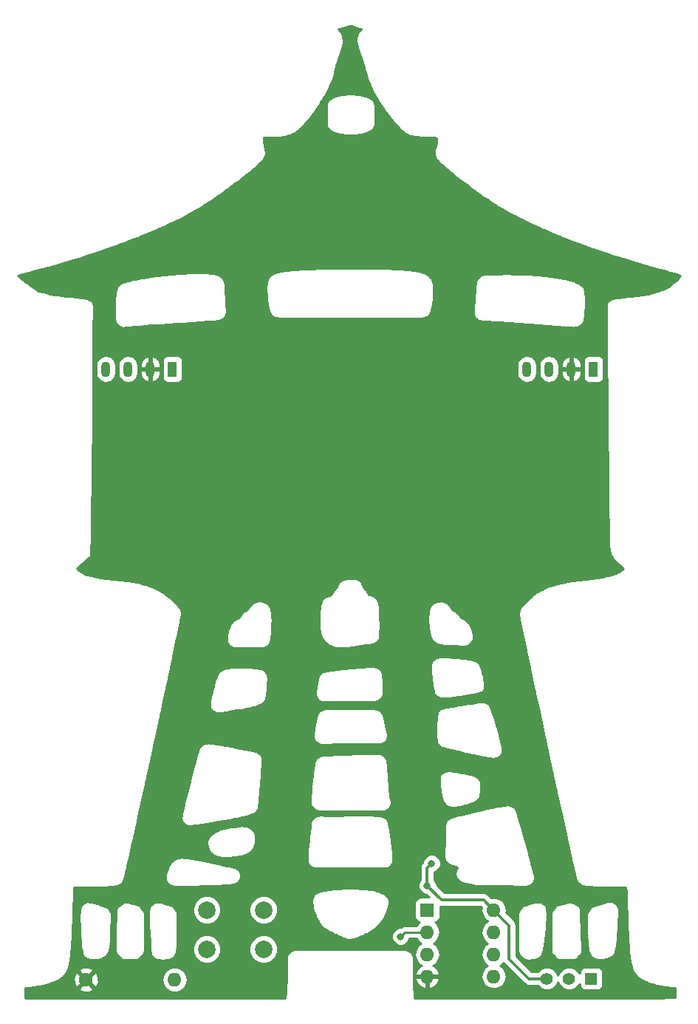
<source format=gbr>
G04 #@! TF.GenerationSoftware,KiCad,Pcbnew,5.0.0-fee4fd1~66~ubuntu18.04.1*
G04 #@! TF.CreationDate,2018-08-08T07:38:06+02:00*
G04 #@! TF.ProjectId,Saba-TIC18,536162612D54494331382E6B69636164,rev?*
G04 #@! TF.SameCoordinates,Original*
G04 #@! TF.FileFunction,Copper,L1,Top,Signal*
G04 #@! TF.FilePolarity,Positive*
%FSLAX46Y46*%
G04 Gerber Fmt 4.6, Leading zero omitted, Abs format (unit mm)*
G04 Created by KiCad (PCBNEW 5.0.0-fee4fd1~66~ubuntu18.04.1) date Wed Aug  8 07:38:06 2018*
%MOMM*%
%LPD*%
G01*
G04 APERTURE LIST*
G04 #@! TA.AperFunction,ComponentPad*
%ADD10O,1.070000X1.800000*%
G04 #@! TD*
G04 #@! TA.AperFunction,ComponentPad*
%ADD11R,1.070000X1.800000*%
G04 #@! TD*
G04 #@! TA.AperFunction,ComponentPad*
%ADD12O,1.600000X1.600000*%
G04 #@! TD*
G04 #@! TA.AperFunction,ComponentPad*
%ADD13C,1.600000*%
G04 #@! TD*
G04 #@! TA.AperFunction,ComponentPad*
%ADD14C,1.400000*%
G04 #@! TD*
G04 #@! TA.AperFunction,ComponentPad*
%ADD15R,1.400000X1.400000*%
G04 #@! TD*
G04 #@! TA.AperFunction,ComponentPad*
%ADD16C,2.000000*%
G04 #@! TD*
G04 #@! TA.AperFunction,ComponentPad*
%ADD17R,1.600000X1.600000*%
G04 #@! TD*
G04 #@! TA.AperFunction,ViaPad*
%ADD18C,0.800000*%
G04 #@! TD*
G04 #@! TA.AperFunction,Conductor*
%ADD19C,0.350000*%
G04 #@! TD*
G04 #@! TA.AperFunction,Conductor*
%ADD20C,0.250000*%
G04 #@! TD*
G04 #@! TA.AperFunction,Conductor*
%ADD21C,0.254000*%
G04 #@! TD*
%ADD22C,0.254000*%
G04 APERTURE END LIST*
D10*
G04 #@! TO.P,led,4*
G04 #@! TO.N,Net-(D1-Pad2)*
X162052000Y-74676000D03*
G04 #@! TO.P,led,1*
G04 #@! TO.N,Net-(D1-Pad1)*
X164592000Y-74676000D03*
G04 #@! TO.P,led,3*
G04 #@! TO.N,GND*
X167132000Y-74676000D03*
D11*
G04 #@! TO.P,led,2*
G04 #@! TO.N,N/C*
X169672000Y-74676000D03*
G04 #@! TD*
G04 #@! TO.P,led,2*
G04 #@! TO.N,Net-(D1-Pad2)*
X121412000Y-74676000D03*
D10*
G04 #@! TO.P,led,3*
G04 #@! TO.N,GND*
X118872000Y-74676000D03*
G04 #@! TO.P,led,1*
G04 #@! TO.N,Net-(D1-Pad1)*
X116332000Y-74676000D03*
G04 #@! TO.P,led,4*
G04 #@! TO.N,Net-(D1-Pad4)*
X113792000Y-74676000D03*
G04 #@! TD*
D12*
G04 #@! TO.P,10k,2*
G04 #@! TO.N,Net-(R1-Pad2)*
X121666000Y-144653000D03*
D13*
G04 #@! TO.P,10k,1*
G04 #@! TO.N,GND*
X111506000Y-144653000D03*
G04 #@! TD*
D14*
G04 #@! TO.P,interruptor,3*
G04 #@! TO.N,Net-(D1-Pad1)*
X164338000Y-144526000D03*
G04 #@! TO.P,interruptor,2*
G04 #@! TO.N,Net-(BT1-Pad1)*
X166878000Y-144526000D03*
D15*
G04 #@! TO.P,interruptor,1*
G04 #@! TO.N,N/C*
X169418000Y-144526000D03*
G04 #@! TD*
D16*
G04 #@! TO.P,Polsador,1*
G04 #@! TO.N,Net-(D1-Pad1)*
X131849000Y-136652000D03*
G04 #@! TO.P,Polsador,2*
G04 #@! TO.N,Net-(R1-Pad2)*
X131849000Y-141152000D03*
G04 #@! TO.P,Polsador,1*
G04 #@! TO.N,Net-(D1-Pad1)*
X125349000Y-136652000D03*
G04 #@! TO.P,Polsador,2*
G04 #@! TO.N,Net-(R1-Pad2)*
X125349000Y-141152000D03*
G04 #@! TD*
D12*
G04 #@! TO.P,Processador,8*
G04 #@! TO.N,Net-(D1-Pad1)*
X158242000Y-136652000D03*
G04 #@! TO.P,Processador,4*
G04 #@! TO.N,GND*
X150622000Y-144272000D03*
G04 #@! TO.P,Processador,7*
G04 #@! TO.N,Net-(D1-Pad4)*
X158242000Y-139192000D03*
G04 #@! TO.P,Processador,3*
G04 #@! TO.N,N/C*
X150622000Y-141732000D03*
G04 #@! TO.P,Processador,6*
X158242000Y-141732000D03*
G04 #@! TO.P,Processador,2*
G04 #@! TO.N,Net-(R1-Pad2)*
X150622000Y-139192000D03*
G04 #@! TO.P,Processador,5*
G04 #@! TO.N,N/C*
X158242000Y-144272000D03*
D17*
G04 #@! TO.P,Processador,1*
X150622000Y-136652000D03*
G04 #@! TD*
D18*
G04 #@! TO.N,Net-(D1-Pad1)*
X150622000Y-133858000D03*
X151130000Y-131318000D03*
G04 #@! TO.N,GND*
X163830000Y-121158000D03*
X154178000Y-144526000D03*
X116586000Y-144780000D03*
X174244000Y-145796000D03*
X141986000Y-90424000D03*
X118872000Y-78232000D03*
X167132000Y-78232000D03*
X119126000Y-97536000D03*
X141732000Y-97536000D03*
X156210000Y-97536000D03*
G04 #@! TO.N,Net-(R1-Pad2)*
X147574000Y-139700000D03*
G04 #@! TD*
D19*
G04 #@! TO.N,Net-(D1-Pad1)*
X152240999Y-135476999D02*
X150622000Y-133858000D01*
X158242000Y-136652000D02*
X157066999Y-135476999D01*
X157066999Y-135476999D02*
X152240999Y-135476999D01*
X160020000Y-138430000D02*
X158242000Y-136652000D01*
X160020000Y-142240000D02*
X160020000Y-138430000D01*
X162306000Y-144526000D02*
X160020000Y-142240000D01*
X162306000Y-144526000D02*
X164338000Y-144526000D01*
X150622000Y-133858000D02*
X150622000Y-131826000D01*
X150622000Y-131826000D02*
X151130000Y-131318000D01*
D20*
G04 #@! TO.N,Net-(R1-Pad2)*
X150622000Y-139192000D02*
X148082000Y-139192000D01*
X148082000Y-139192000D02*
X147574000Y-139700000D01*
G04 #@! TD*
D21*
G04 #@! TO.N,GND*
X141819999Y-35318306D02*
X141820000Y-35318306D01*
X141126485Y-35559606D02*
X142481059Y-35559606D01*
X140500053Y-35800906D02*
X142956806Y-35800906D01*
X140701467Y-36042206D02*
X142747200Y-36042206D01*
X140835914Y-36283506D02*
X142613485Y-36283506D01*
X140923642Y-36524806D02*
X142526434Y-36524806D01*
X140970478Y-36766106D02*
X142479395Y-36766106D01*
X140990171Y-37007406D02*
X142474648Y-37007406D01*
X140980143Y-37248706D02*
X142486023Y-37248706D01*
X140951902Y-37490006D02*
X142551241Y-37490006D01*
X140904044Y-37731306D02*
X142616462Y-37731306D01*
X140842348Y-37972606D02*
X142681684Y-37972606D01*
X140757395Y-38213906D02*
X142762480Y-38213906D01*
X140672445Y-38455206D02*
X142842757Y-38455206D01*
X140587495Y-38696506D02*
X142923034Y-38696506D01*
X140502548Y-38937806D02*
X143003311Y-38937806D01*
X140417581Y-39179106D02*
X143076088Y-39179106D01*
X140332615Y-39420406D02*
X143147442Y-39420406D01*
X140247648Y-39661706D02*
X143218796Y-39661706D01*
X140167301Y-39903006D02*
X143290151Y-39903006D01*
X140116116Y-40144306D02*
X143361507Y-40144306D01*
X140064932Y-40385606D02*
X143436802Y-40385606D01*
X140019202Y-40626906D02*
X143516195Y-40626906D01*
X139976103Y-40868206D02*
X143595588Y-40868206D01*
X139910923Y-41109506D02*
X143674980Y-41109506D01*
X139822822Y-41350806D02*
X143754373Y-41350806D01*
X139734719Y-41592106D02*
X143833766Y-41592106D01*
X139633727Y-41833406D02*
X143928681Y-41833406D01*
X139520945Y-42074706D02*
X144030410Y-42074706D01*
X139408164Y-42316006D02*
X144132140Y-42316006D01*
X139292161Y-42557306D02*
X144233870Y-42557306D01*
X139160927Y-42798606D02*
X144335600Y-42798606D01*
X139030477Y-43039906D02*
X144459170Y-43039906D01*
X138900029Y-43281206D02*
X140539132Y-43281206D01*
X143131935Y-43281206D02*
X144599143Y-43281206D01*
X138759448Y-43522506D02*
X139770991Y-43522506D01*
X143900265Y-43522506D02*
X144739114Y-43522506D01*
X138614021Y-43763806D02*
X139394460Y-43763806D01*
X144276956Y-43763806D02*
X144879087Y-43763806D01*
X138468597Y-44005106D02*
X139182514Y-44005106D01*
X144488923Y-44005106D02*
X145018831Y-44005106D01*
X138323171Y-44246406D02*
X139071497Y-44246406D01*
X144599968Y-44246406D02*
X145183689Y-44246406D01*
X138162561Y-44487706D02*
X139033287Y-44487706D01*
X144638177Y-44487706D02*
X145348548Y-44487706D01*
X138002140Y-44729006D02*
X139034906Y-44729006D01*
X144636559Y-44729006D02*
X145513406Y-44729006D01*
X137841718Y-44970306D02*
X139034906Y-44970306D01*
X144636559Y-44970306D02*
X145678264Y-44970306D01*
X137674461Y-45211606D02*
X139034906Y-45211606D01*
X144636559Y-45211606D02*
X145843122Y-45211606D01*
X137496586Y-45452906D02*
X139034906Y-45452906D01*
X144636559Y-45452906D02*
X146032029Y-45452906D01*
X137318713Y-45694206D02*
X139034906Y-45694206D01*
X144636559Y-45694206D02*
X146219290Y-45694206D01*
X137141413Y-45935506D02*
X139034906Y-45935506D01*
X144636559Y-45935506D02*
X146406550Y-45935506D01*
X136939886Y-46176806D02*
X139034906Y-46176806D01*
X144636559Y-46176806D02*
X146593813Y-46176806D01*
X136738355Y-46418106D02*
X139034906Y-46418106D01*
X144636559Y-46418106D02*
X146795342Y-46418106D01*
X136538993Y-46659406D02*
X139041415Y-46659406D01*
X144630048Y-46659406D02*
X147015428Y-46659406D01*
X136304820Y-46900706D02*
X139108949Y-46900706D01*
X144562488Y-46900706D02*
X147235513Y-46900706D01*
X136053784Y-47142006D02*
X139257046Y-47142006D01*
X144414393Y-47142006D02*
X147455600Y-47142006D01*
X135772065Y-47383306D02*
X139526774Y-47383306D01*
X144144637Y-47383306D02*
X147714185Y-47383306D01*
X135399218Y-47624606D02*
X140023100Y-47624606D01*
X143648085Y-47624606D02*
X147985195Y-47624606D01*
X134899825Y-47865906D02*
X141316807Y-47865906D01*
X142354135Y-47865906D02*
X148406579Y-47865906D01*
X133862140Y-48107206D02*
X149982157Y-48107206D01*
X131862839Y-48348506D02*
X151699792Y-48348506D01*
X131892185Y-48589806D02*
X151680016Y-48589806D01*
X131921751Y-48831106D02*
X151660240Y-48831106D01*
X131951319Y-49072406D02*
X151605375Y-49072406D01*
X132008475Y-49313706D02*
X151534647Y-49313706D01*
X132069971Y-49555006D02*
X151450670Y-49555006D01*
X132101307Y-49796306D02*
X151416293Y-49796306D01*
X132106434Y-50037606D02*
X151420757Y-50037606D01*
X132022019Y-50278906D02*
X151471366Y-50278906D01*
X131915958Y-50520206D02*
X151562881Y-50520206D01*
X131728104Y-50761506D02*
X151738712Y-50761506D01*
X131519383Y-51002806D02*
X151950115Y-51002806D01*
X131270837Y-51244106D02*
X152218163Y-51244106D01*
X131006419Y-51485406D02*
X152484413Y-51485406D01*
X130717804Y-51726706D02*
X152781915Y-51726706D01*
X130429188Y-51968006D02*
X153079417Y-51968006D01*
X130140573Y-52209306D02*
X153376922Y-52209306D01*
X129851957Y-52450606D02*
X153674424Y-52450606D01*
X129563340Y-52691906D02*
X153971924Y-52691906D01*
X129239587Y-52933206D02*
X154281988Y-52933206D01*
X128918035Y-53174506D02*
X154601681Y-53174506D01*
X128596483Y-53415806D02*
X154921373Y-53415806D01*
X128274932Y-53657106D02*
X155241067Y-53657106D01*
X127953381Y-53898406D02*
X155560759Y-53898406D01*
X127631831Y-54139706D02*
X155880451Y-54139706D01*
X127281598Y-54381006D02*
X156211131Y-54381006D01*
X126932415Y-54622306D02*
X156555640Y-54622306D01*
X126583233Y-54863606D02*
X156900149Y-54863606D01*
X126234052Y-55104906D02*
X157244658Y-55104906D01*
X125884870Y-55346206D02*
X157589167Y-55346206D01*
X125527383Y-55587506D02*
X157933676Y-55587506D01*
X125139760Y-55828806D02*
X158334892Y-55828806D01*
X124752137Y-56070106D02*
X158734965Y-56070106D01*
X124364514Y-56311406D02*
X159135041Y-56311406D01*
X123976891Y-56552706D02*
X159535115Y-56552706D01*
X123554622Y-56794006D02*
X159983007Y-56794006D01*
X123099231Y-57035306D02*
X160447898Y-57035306D01*
X122643838Y-57276606D02*
X160912789Y-57276606D01*
X122188445Y-57517906D02*
X161377681Y-57517906D01*
X121693481Y-57759206D02*
X161865684Y-57759206D01*
X121174517Y-58000506D02*
X162391137Y-58000506D01*
X120655555Y-58241806D02*
X162916586Y-58241806D01*
X120136590Y-58483106D02*
X163442035Y-58483106D01*
X119577163Y-58724406D02*
X163967487Y-58724406D01*
X118998308Y-58965706D02*
X164553218Y-58965706D01*
X118419456Y-59207006D02*
X165137908Y-59207006D01*
X117840605Y-59448306D02*
X165722602Y-59448306D01*
X117220591Y-59689606D02*
X166307299Y-59689606D01*
X116583371Y-59930906D02*
X166934708Y-59930906D01*
X115946152Y-60172206D02*
X167580147Y-60172206D01*
X115308938Y-60413506D02*
X168225588Y-60413506D01*
X114627580Y-60654806D02*
X168871030Y-60654806D01*
X113931510Y-60896106D02*
X169549258Y-60896106D01*
X113235445Y-61137406D02*
X170260129Y-61137406D01*
X112539381Y-61378706D02*
X170971001Y-61378706D01*
X111791004Y-61620006D02*
X171681874Y-61620006D01*
X111033489Y-61861306D02*
X172428050Y-61861306D01*
X110275982Y-62102606D02*
X173213180Y-62102606D01*
X109518470Y-62343906D02*
X173998311Y-62343906D01*
X108691007Y-62585206D02*
X174783443Y-62585206D01*
X107866985Y-62826506D02*
X175630303Y-62826506D01*
X107042966Y-63067806D02*
X176504686Y-63067806D01*
X106130844Y-63309106D02*
X135126624Y-63309106D01*
X148541826Y-63309106D02*
X177379068Y-63309106D01*
X105125213Y-63550406D02*
X133438159Y-63550406D01*
X149943644Y-63550406D02*
X178254218Y-63550406D01*
X104227358Y-63791706D02*
X121395356Y-63791706D01*
X126441881Y-63791706D02*
X132802234Y-63791706D01*
X150555946Y-63791706D02*
X157294373Y-63791706D01*
X157314707Y-63791706D02*
X157345248Y-63791706D01*
X161787918Y-63791706D02*
X179132019Y-63791706D01*
X103750738Y-64033006D02*
X119204846Y-64033006D01*
X126928296Y-64033006D02*
X132534793Y-64033006D01*
X150848640Y-64033006D02*
X156596246Y-64033006D01*
X164706063Y-64033006D02*
X179570327Y-64033006D01*
X104057885Y-64274306D02*
X117632947Y-64274306D01*
X127185721Y-64274306D02*
X132343319Y-64274306D01*
X151066925Y-64274306D02*
X156367135Y-64274306D01*
X166191670Y-64274306D02*
X179331794Y-64274306D01*
X104365029Y-64515606D02*
X116487115Y-64515606D01*
X127347116Y-64515606D02*
X132256166Y-64515606D01*
X151182676Y-64515606D02*
X156246931Y-64515606D01*
X167158331Y-64515606D02*
X179093267Y-64515606D01*
X104673517Y-64756906D02*
X115669112Y-64756906D01*
X127422592Y-64756906D02*
X132195560Y-64756906D01*
X151280089Y-64756906D02*
X156157660Y-64756906D01*
X167784356Y-64756906D02*
X178822906Y-64756906D01*
X104990645Y-64998206D02*
X115258944Y-64998206D01*
X127429412Y-64998206D02*
X132171341Y-64998206D01*
X151322982Y-64998206D02*
X156124655Y-64998206D01*
X168219572Y-64998206D02*
X178524777Y-64998206D01*
X105307770Y-65239506D02*
X115051466Y-65239506D01*
X127444517Y-65239506D02*
X132155740Y-65239506D01*
X151362484Y-65239506D02*
X156103917Y-65239506D01*
X168485653Y-65239506D02*
X178194697Y-65239506D01*
X105688033Y-65480806D02*
X114956384Y-65480806D01*
X127468756Y-65480806D02*
X132152424Y-65480806D01*
X151369903Y-65480806D02*
X156083446Y-65480806D01*
X168617596Y-65480806D02*
X177753940Y-65480806D01*
X106118827Y-65722106D02*
X114887896Y-65722106D01*
X127483432Y-65722106D02*
X132153275Y-65722106D01*
X151381098Y-65722106D02*
X156062975Y-65722106D01*
X168683338Y-65722106D02*
X177138973Y-65722106D01*
X107094117Y-65963406D02*
X114846426Y-65963406D01*
X127499879Y-65963406D02*
X132167343Y-65963406D01*
X151366467Y-65963406D02*
X156042504Y-65963406D01*
X168720155Y-65963406D02*
X176339985Y-65963406D01*
X108274826Y-66204706D02*
X114811013Y-66204706D01*
X127516327Y-66204706D02*
X132181062Y-66204706D01*
X151351837Y-66204706D02*
X156022032Y-66204706D01*
X168747683Y-66204706D02*
X175019000Y-66204706D01*
X110591744Y-66446006D02*
X114801083Y-66446006D01*
X127532774Y-66446006D02*
X132194783Y-66446006D01*
X151337208Y-66446006D02*
X156000544Y-66446006D01*
X168758495Y-66446006D02*
X172928664Y-66446006D01*
X111854796Y-66687306D02*
X114790404Y-66687306D01*
X127544954Y-66687306D02*
X132207394Y-66687306D01*
X151322579Y-66687306D02*
X155984334Y-66687306D01*
X168762563Y-66687306D02*
X171580385Y-66687306D01*
X112177747Y-66928606D02*
X114779726Y-66928606D01*
X127557719Y-66928606D02*
X132242284Y-66928606D01*
X151290785Y-66928606D02*
X155968124Y-66928606D01*
X168766628Y-66928606D02*
X171302984Y-66928606D01*
X112309943Y-67169906D02*
X114769047Y-67169906D01*
X127570484Y-67169906D02*
X132281902Y-67169906D01*
X151249836Y-67169906D02*
X155951913Y-67169906D01*
X168770684Y-67169906D02*
X171190025Y-67169906D01*
X112359902Y-67411206D02*
X114758369Y-67411206D01*
X127583249Y-67411206D02*
X132321518Y-67411206D01*
X151208888Y-67411206D02*
X155935703Y-67411206D01*
X168777075Y-67411206D02*
X171138964Y-67411206D01*
X112370861Y-67652506D02*
X114748442Y-67652506D01*
X127596014Y-67652506D02*
X132361135Y-67652506D01*
X151167938Y-67652506D02*
X155914255Y-67652506D01*
X168761348Y-67652506D02*
X171150781Y-67652506D01*
X112368742Y-67893806D02*
X114750152Y-67893806D01*
X127607280Y-67893806D02*
X132429386Y-67893806D01*
X151103365Y-67893806D02*
X155891010Y-67893806D01*
X168745620Y-67893806D02*
X171157315Y-67893806D01*
X112367378Y-68135106D02*
X114750152Y-68135106D01*
X127609381Y-68135106D02*
X132508166Y-68135106D01*
X151029760Y-68135106D02*
X155887942Y-68135106D01*
X168729893Y-68135106D02*
X171161865Y-68135106D01*
X112367378Y-68376406D02*
X114750152Y-68376406D01*
X127589357Y-68376406D02*
X132631897Y-68376406D01*
X150926001Y-68376406D02*
X155908814Y-68376406D01*
X168714166Y-68376406D02*
X171161865Y-68376406D01*
X112367378Y-68617706D02*
X114750314Y-68617706D01*
X127499187Y-68617706D02*
X132842500Y-68617706D01*
X150695890Y-68617706D02*
X155992594Y-68617706D01*
X168698439Y-68617706D02*
X171161865Y-68617706D01*
X112364606Y-68859006D02*
X114750574Y-68859006D01*
X127321697Y-68859006D02*
X149645088Y-68859006D01*
X150067523Y-68859006D02*
X156133835Y-68859006D01*
X168654691Y-68859006D02*
X171161865Y-68859006D01*
X112355840Y-69100306D02*
X114806602Y-69100306D01*
X126873556Y-69100306D02*
X156447300Y-69100306D01*
X168608245Y-69100306D02*
X171161865Y-69100306D01*
X112347074Y-69341606D02*
X114880264Y-69341606D01*
X124071934Y-69341606D02*
X159194089Y-69341606D01*
X168514230Y-69341606D02*
X171161865Y-69341606D01*
X112338308Y-69582906D02*
X115049466Y-69582906D01*
X120485188Y-69582906D02*
X162724456Y-69582906D01*
X168349651Y-69582906D02*
X171161865Y-69582906D01*
X112329543Y-69824206D02*
X115362908Y-69824206D01*
X117143407Y-69824206D02*
X165895719Y-69824206D01*
X167966649Y-69824206D02*
X171161865Y-69824206D01*
X112320777Y-70065506D02*
X171161865Y-70065506D01*
X112314340Y-70306806D02*
X171161865Y-70306806D01*
X112313263Y-70548106D02*
X171171394Y-70548106D01*
X112310567Y-70789406D02*
X171169982Y-70789406D01*
X112307889Y-71030706D02*
X171164895Y-71030706D01*
X112305280Y-71272006D02*
X171161778Y-71272006D01*
X112303035Y-71513306D02*
X171161379Y-71513306D01*
X112298162Y-71754606D02*
X171163542Y-71754606D01*
X112292223Y-71995906D02*
X171165704Y-71995906D01*
X112286551Y-72237206D02*
X171167867Y-72237206D01*
X112291860Y-72478506D02*
X171170030Y-72478506D01*
X112297169Y-72719806D02*
X171172193Y-72719806D01*
X112302479Y-72961106D02*
X171174355Y-72961106D01*
X112307788Y-73202406D02*
X113368062Y-73202406D01*
X114215939Y-73202406D02*
X115908062Y-73202406D01*
X116755939Y-73202406D02*
X118523376Y-73202406D01*
X118593767Y-73202406D02*
X119150234Y-73202406D01*
X119220625Y-73202406D02*
X120592475Y-73202406D01*
X122231526Y-73202406D02*
X161628062Y-73202406D01*
X162475939Y-73202406D02*
X164168062Y-73202406D01*
X165015939Y-73202406D02*
X166783376Y-73202406D01*
X166853767Y-73202406D02*
X167410234Y-73202406D01*
X167480625Y-73202406D02*
X168852475Y-73202406D01*
X170491526Y-73202406D02*
X171176518Y-73202406D01*
X112313097Y-73443706D02*
X112984054Y-73443706D01*
X114599948Y-73443706D02*
X115524054Y-73443706D01*
X117139948Y-73443706D02*
X118092763Y-73443706D01*
X118745000Y-73443706D02*
X118999000Y-73443706D01*
X119651238Y-73443706D02*
X120335324Y-73443706D01*
X122488677Y-73443706D02*
X161244054Y-73443706D01*
X162859948Y-73443706D02*
X163784054Y-73443706D01*
X165399948Y-73443706D02*
X166352763Y-73443706D01*
X167005000Y-73443706D02*
X167259000Y-73443706D01*
X167911238Y-73443706D02*
X168595324Y-73443706D01*
X170748677Y-73443706D02*
X171178681Y-73443706D01*
X112318406Y-73685006D02*
X112803130Y-73685006D01*
X114780871Y-73685006D02*
X115343130Y-73685006D01*
X117320871Y-73685006D02*
X117890683Y-73685006D01*
X118745000Y-73685006D02*
X118999000Y-73685006D01*
X119853318Y-73685006D02*
X120247660Y-73685006D01*
X122576341Y-73685006D02*
X161063130Y-73685006D01*
X163040871Y-73685006D02*
X163603130Y-73685006D01*
X165580871Y-73685006D02*
X166150683Y-73685006D01*
X167005000Y-73685006D02*
X167259000Y-73685006D01*
X168113318Y-73685006D02*
X168507660Y-73685006D01*
X170836341Y-73685006D02*
X171180844Y-73685006D01*
X112323715Y-73926306D02*
X112675600Y-73926306D01*
X114908401Y-73926306D02*
X115215600Y-73926306D01*
X117448401Y-73926306D02*
X117782980Y-73926306D01*
X118745000Y-73926306D02*
X118999000Y-73926306D01*
X119961021Y-73926306D02*
X120229560Y-73926306D01*
X122594440Y-73926306D02*
X160935600Y-73926306D01*
X163168401Y-73926306D02*
X163475600Y-73926306D01*
X165708401Y-73926306D02*
X166042980Y-73926306D01*
X167005000Y-73926306D02*
X167259000Y-73926306D01*
X168221021Y-73926306D02*
X168489560Y-73926306D01*
X170854440Y-73926306D02*
X171183007Y-73926306D01*
X112329025Y-74167606D02*
X112627602Y-74167606D01*
X114956399Y-74167606D02*
X115167602Y-74167606D01*
X117496399Y-74167606D02*
X117707152Y-74167606D01*
X118745000Y-74167606D02*
X118999000Y-74167606D01*
X120036849Y-74167606D02*
X120229560Y-74167606D01*
X122594440Y-74167606D02*
X160887602Y-74167606D01*
X163216399Y-74167606D02*
X163427602Y-74167606D01*
X165756399Y-74167606D02*
X165967152Y-74167606D01*
X167005000Y-74167606D02*
X167259000Y-74167606D01*
X168296849Y-74167606D02*
X168489560Y-74167606D01*
X170854440Y-74167606D02*
X171185169Y-74167606D01*
X112334333Y-74408906D02*
X112622000Y-74408906D01*
X114962000Y-74408906D02*
X115162000Y-74408906D01*
X117502000Y-74408906D02*
X117702000Y-74408906D01*
X118745000Y-74408906D02*
X118999000Y-74408906D01*
X120042000Y-74408906D02*
X120229560Y-74408906D01*
X122594440Y-74408906D02*
X160882000Y-74408906D01*
X163222000Y-74408906D02*
X163422000Y-74408906D01*
X165762000Y-74408906D02*
X165962000Y-74408906D01*
X167005000Y-74408906D02*
X167259000Y-74408906D01*
X168302000Y-74408906D02*
X168489560Y-74408906D01*
X170854440Y-74408906D02*
X171187332Y-74408906D01*
X112339643Y-74650206D02*
X112622000Y-74650206D01*
X114962000Y-74650206D02*
X115162000Y-74650206D01*
X117502000Y-74650206D02*
X120229560Y-74650206D01*
X122594440Y-74650206D02*
X160882000Y-74650206D01*
X163222000Y-74650206D02*
X163422000Y-74650206D01*
X165762000Y-74650206D02*
X168489560Y-74650206D01*
X170854440Y-74650206D02*
X171189495Y-74650206D01*
X112344952Y-74891506D02*
X112622000Y-74891506D01*
X114962000Y-74891506D02*
X115162000Y-74891506D01*
X117502000Y-74891506D02*
X117702000Y-74891506D01*
X118745000Y-74891506D02*
X118999000Y-74891506D01*
X120042000Y-74891506D02*
X120229560Y-74891506D01*
X122594440Y-74891506D02*
X160882000Y-74891506D01*
X163222000Y-74891506D02*
X163422000Y-74891506D01*
X165762000Y-74891506D02*
X165962000Y-74891506D01*
X167005000Y-74891506D02*
X167259000Y-74891506D01*
X168302000Y-74891506D02*
X168489560Y-74891506D01*
X170854440Y-74891506D02*
X171191658Y-74891506D01*
X112347835Y-75132806D02*
X112622000Y-75132806D01*
X114962000Y-75132806D02*
X115162000Y-75132806D01*
X117502000Y-75132806D02*
X117702000Y-75132806D01*
X118745000Y-75132806D02*
X118999000Y-75132806D01*
X120042000Y-75132806D02*
X120229560Y-75132806D01*
X122594440Y-75132806D02*
X160882000Y-75132806D01*
X163222000Y-75132806D02*
X163422000Y-75132806D01*
X165762000Y-75132806D02*
X165962000Y-75132806D01*
X167005000Y-75132806D02*
X167259000Y-75132806D01*
X168302000Y-75132806D02*
X168489560Y-75132806D01*
X170854440Y-75132806D02*
X171193821Y-75132806D01*
X112346605Y-75374106D02*
X112665338Y-75374106D01*
X114918661Y-75374106D02*
X115205338Y-75374106D01*
X117458661Y-75374106D02*
X117766767Y-75374106D01*
X118745000Y-75374106D02*
X118999000Y-75374106D01*
X119977232Y-75374106D02*
X120229560Y-75374106D01*
X122594440Y-75374106D02*
X160925338Y-75374106D01*
X163178661Y-75374106D02*
X163465338Y-75374106D01*
X165718661Y-75374106D02*
X166026767Y-75374106D01*
X167005000Y-75374106D02*
X167259000Y-75374106D01*
X168237232Y-75374106D02*
X168489560Y-75374106D01*
X170854440Y-75374106D02*
X171195983Y-75374106D01*
X112345376Y-75615406D02*
X112768660Y-75615406D01*
X114815340Y-75615406D02*
X115308660Y-75615406D01*
X117355340Y-75615406D02*
X117847478Y-75615406D01*
X118745000Y-75615406D02*
X118999000Y-75615406D01*
X119896521Y-75615406D02*
X120237398Y-75615406D01*
X122586601Y-75615406D02*
X161028660Y-75615406D01*
X163075340Y-75615406D02*
X163568660Y-75615406D01*
X165615340Y-75615406D02*
X166107478Y-75615406D01*
X167005000Y-75615406D02*
X167259000Y-75615406D01*
X168156521Y-75615406D02*
X168497398Y-75615406D01*
X170846601Y-75615406D02*
X171198146Y-75615406D01*
X112344146Y-75856706D02*
X112929890Y-75856706D01*
X114654109Y-75856706D02*
X115469890Y-75856706D01*
X117194109Y-75856706D02*
X118049559Y-75856706D01*
X118745000Y-75856706D02*
X118999000Y-75856706D01*
X119694440Y-75856706D02*
X120300853Y-75856706D01*
X122523146Y-75856706D02*
X161189890Y-75856706D01*
X162914109Y-75856706D02*
X163729890Y-75856706D01*
X165454109Y-75856706D02*
X166309559Y-75856706D01*
X167005000Y-75856706D02*
X167259000Y-75856706D01*
X167954440Y-75856706D02*
X168560853Y-75856706D01*
X170783146Y-75856706D02*
X171200309Y-75856706D01*
X112342916Y-76098006D02*
X113267978Y-76098006D01*
X114316020Y-76098006D02*
X115807978Y-76098006D01*
X116856020Y-76098006D02*
X118418601Y-76098006D01*
X118667823Y-76098006D02*
X119076176Y-76098006D01*
X119325398Y-76098006D02*
X120515267Y-76098006D01*
X122308732Y-76098006D02*
X161527978Y-76098006D01*
X162576020Y-76098006D02*
X164067978Y-76098006D01*
X165116020Y-76098006D02*
X166678601Y-76098006D01*
X166927823Y-76098006D02*
X167336176Y-76098006D01*
X167585398Y-76098006D02*
X168775267Y-76098006D01*
X170568732Y-76098006D02*
X171202472Y-76098006D01*
X112341686Y-76339306D02*
X171204635Y-76339306D01*
X112340456Y-76580606D02*
X171206797Y-76580606D01*
X112339226Y-76821906D02*
X171208960Y-76821906D01*
X112337997Y-77063206D02*
X171211123Y-77063206D01*
X112336767Y-77304506D02*
X171213286Y-77304506D01*
X112335537Y-77545806D02*
X171215449Y-77545806D01*
X112334307Y-77787106D02*
X171217612Y-77787106D01*
X112333077Y-78028406D02*
X171219774Y-78028406D01*
X112331847Y-78269706D02*
X171221937Y-78269706D01*
X112330617Y-78511006D02*
X171224100Y-78511006D01*
X112329387Y-78752306D02*
X171226263Y-78752306D01*
X112328157Y-78993606D02*
X171228426Y-78993606D01*
X112326927Y-79234906D02*
X171230588Y-79234906D01*
X112325697Y-79476206D02*
X171232751Y-79476206D01*
X112324467Y-79717506D02*
X171234914Y-79717506D01*
X112323238Y-79958806D02*
X171237077Y-79958806D01*
X112322008Y-80200106D02*
X171239240Y-80200106D01*
X112319227Y-80441406D02*
X171241403Y-80441406D01*
X112315820Y-80682706D02*
X171243566Y-80682706D01*
X112312413Y-80924006D02*
X171245728Y-80924006D01*
X112309005Y-81165306D02*
X171247891Y-81165306D01*
X112305598Y-81406606D02*
X171250054Y-81406606D01*
X112302191Y-81647906D02*
X171252217Y-81647906D01*
X112298784Y-81889206D02*
X171254380Y-81889206D01*
X112295377Y-82130506D02*
X171256543Y-82130506D01*
X112291970Y-82371806D02*
X171258706Y-82371806D01*
X112288563Y-82613106D02*
X171260869Y-82613106D01*
X112285156Y-82854406D02*
X171263032Y-82854406D01*
X112281750Y-83095706D02*
X171265195Y-83095706D01*
X112278343Y-83337006D02*
X171268227Y-83337006D01*
X112274936Y-83578306D02*
X171271106Y-83578306D01*
X112271529Y-83819606D02*
X171273984Y-83819606D01*
X112268122Y-84060906D02*
X171276863Y-84060906D01*
X112264715Y-84302206D02*
X171279741Y-84302206D01*
X112261308Y-84543506D02*
X171282620Y-84543506D01*
X112257901Y-84784806D02*
X171285499Y-84784806D01*
X112254494Y-85026106D02*
X171288377Y-85026106D01*
X112251087Y-85267406D02*
X171291256Y-85267406D01*
X112247680Y-85508706D02*
X171294135Y-85508706D01*
X112244273Y-85750006D02*
X171297014Y-85750006D01*
X112240866Y-85991306D02*
X171299892Y-85991306D01*
X112237460Y-86232606D02*
X171302771Y-86232606D01*
X112234053Y-86473906D02*
X171305650Y-86473906D01*
X112230646Y-86715206D02*
X171308529Y-86715206D01*
X112227239Y-86956506D02*
X171311408Y-86956506D01*
X112223832Y-87197806D02*
X171314286Y-87197806D01*
X112220425Y-87439106D02*
X171317165Y-87439106D01*
X112217018Y-87680406D02*
X171320044Y-87680406D01*
X112213611Y-87921706D02*
X171322923Y-87921706D01*
X112210204Y-88163006D02*
X171325802Y-88163006D01*
X112206593Y-88404306D02*
X171328680Y-88404306D01*
X112202665Y-88645606D02*
X171331559Y-88645606D01*
X112198737Y-88886906D02*
X171334438Y-88886906D01*
X112194809Y-89128206D02*
X171337317Y-89128206D01*
X112190882Y-89369506D02*
X171340196Y-89369506D01*
X112186954Y-89610806D02*
X171343074Y-89610806D01*
X112183026Y-89852106D02*
X171345953Y-89852106D01*
X112179098Y-90093406D02*
X171348832Y-90093406D01*
X112175171Y-90334706D02*
X171351710Y-90334706D01*
X112171243Y-90576006D02*
X171354589Y-90576006D01*
X112167315Y-90817306D02*
X171357468Y-90817306D01*
X112163387Y-91058606D02*
X171360347Y-91058606D01*
X112159459Y-91299906D02*
X171363225Y-91299906D01*
X112155532Y-91541206D02*
X171366762Y-91541206D01*
X112151604Y-91782506D02*
X171371387Y-91782506D01*
X112147676Y-92023806D02*
X171376013Y-92023806D01*
X112143748Y-92265106D02*
X171380638Y-92265106D01*
X112139821Y-92506406D02*
X171385263Y-92506406D01*
X112135893Y-92747706D02*
X171389888Y-92747706D01*
X112131965Y-92989006D02*
X171394518Y-92989006D01*
X112128038Y-93230306D02*
X171399147Y-93230306D01*
X112124110Y-93471606D02*
X171403776Y-93471606D01*
X112120182Y-93712906D02*
X171408407Y-93712906D01*
X112116255Y-93954206D02*
X171413037Y-93954206D01*
X112112327Y-94195506D02*
X171417667Y-94195506D01*
X112108399Y-94436806D02*
X171425165Y-94436806D01*
X112104471Y-94678106D02*
X171432213Y-94678106D01*
X112100543Y-94919406D02*
X171438184Y-94919406D01*
X112096615Y-95160706D02*
X171451852Y-95160706D01*
X112092687Y-95402006D02*
X171466123Y-95402006D01*
X112088759Y-95643306D02*
X171534081Y-95643306D01*
X112076129Y-95884606D02*
X171605548Y-95884606D01*
X111991709Y-96125906D02*
X171742081Y-96125906D01*
X111769100Y-96367206D02*
X171884550Y-96367206D01*
X111499585Y-96608506D02*
X172092491Y-96608506D01*
X111230071Y-96849806D02*
X172311679Y-96849806D01*
X110960556Y-97091106D02*
X172571228Y-97091106D01*
X110691165Y-97332406D02*
X172833325Y-97332406D01*
X110535727Y-97573706D02*
X173060252Y-97573706D01*
X110842893Y-97815006D02*
X172710477Y-97815006D01*
X111217847Y-98056306D02*
X172233722Y-98056306D01*
X111847729Y-98297606D02*
X171511714Y-98297606D01*
X113091274Y-98538906D02*
X170370233Y-98538906D01*
X114890140Y-98780206D02*
X141000350Y-98780206D01*
X142725299Y-98780206D02*
X168510454Y-98780206D01*
X116934184Y-99021506D02*
X140566997Y-99021506D01*
X143000125Y-99021506D02*
X166738094Y-99021506D01*
X117942784Y-99262806D02*
X140361233Y-99262806D01*
X143140352Y-99262806D02*
X165623290Y-99262806D01*
X118788962Y-99504106D02*
X140280017Y-99504106D01*
X143217394Y-99504106D02*
X164788355Y-99504106D01*
X119407364Y-99745406D02*
X140136381Y-99745406D01*
X143393953Y-99745406D02*
X164105940Y-99745406D01*
X119871319Y-99986706D02*
X139913293Y-99986706D01*
X143617680Y-99986706D02*
X163586196Y-99986706D01*
X120251193Y-100228006D02*
X139781859Y-100228006D01*
X143746369Y-100228006D02*
X163194376Y-100228006D01*
X120607780Y-100469306D02*
X139647370Y-100469306D01*
X143873786Y-100469306D02*
X162838172Y-100469306D01*
X120937431Y-100710606D02*
X139023345Y-100710606D01*
X144552558Y-100710606D02*
X162562358Y-100710606D01*
X121234330Y-100951906D02*
X138709813Y-100951906D01*
X144808099Y-100951906D02*
X162280704Y-100951906D01*
X121522752Y-101193206D02*
X138501912Y-101193206D01*
X144944074Y-101193206D02*
X162031162Y-101193206D01*
X121765562Y-101434506D02*
X130713707Y-101434506D01*
X132156134Y-101434506D02*
X138421077Y-101434506D01*
X145043063Y-101434506D02*
X151376138Y-101434506D01*
X152843968Y-101434506D02*
X161781621Y-101434506D01*
X121994258Y-101675806D02*
X130397424Y-101675806D01*
X132466278Y-101675806D02*
X138346179Y-101675806D01*
X145096844Y-101675806D02*
X151065542Y-101675806D01*
X153138987Y-101675806D02*
X161561052Y-101675806D01*
X122181687Y-101917106D02*
X130206423Y-101917106D01*
X132619347Y-101917106D02*
X138311009Y-101917106D01*
X145136596Y-101917106D02*
X150906374Y-101917106D01*
X153290857Y-101917106D02*
X161362192Y-101917106D01*
X122341995Y-102158406D02*
X130065251Y-102158406D01*
X132708725Y-102158406D02*
X138278066Y-102158406D01*
X145161564Y-102158406D02*
X150810715Y-102158406D01*
X153419765Y-102158406D02*
X161221736Y-102158406D01*
X122430938Y-102399706D02*
X129662501Y-102399706D01*
X132762592Y-102399706D02*
X138245123Y-102399706D01*
X145177779Y-102399706D02*
X150750599Y-102399706D01*
X153845193Y-102399706D02*
X161135656Y-102399706D01*
X122470070Y-102641006D02*
X129369021Y-102641006D01*
X132789017Y-102641006D02*
X138234379Y-102641006D01*
X145183565Y-102641006D02*
X150727444Y-102641006D01*
X154134606Y-102641006D02*
X161102038Y-102641006D01*
X122448146Y-102882306D02*
X129185084Y-102882306D01*
X132809926Y-102882306D02*
X138222531Y-102882306D01*
X145189350Y-102882306D02*
X150707965Y-102882306D01*
X154332045Y-102882306D02*
X161105181Y-102882306D01*
X122402711Y-103123606D02*
X129075202Y-103123606D01*
X132830834Y-103123606D02*
X138210681Y-103123606D01*
X145195125Y-103123606D02*
X150688489Y-103123606D01*
X154451973Y-103123606D02*
X161136226Y-103123606D01*
X122355099Y-103364906D02*
X128551958Y-103364906D01*
X132851744Y-103364906D02*
X138198833Y-103364906D01*
X145200899Y-103364906D02*
X150683659Y-103364906D01*
X154962319Y-103364906D02*
X161173039Y-103364906D01*
X122306188Y-103606206D02*
X128276872Y-103606206D01*
X132845742Y-103606206D02*
X138201956Y-103606206D01*
X145206672Y-103606206D02*
X150695430Y-103606206D01*
X155215399Y-103606206D02*
X161223267Y-103606206D01*
X122257278Y-103847506D02*
X128083576Y-103847506D01*
X132842999Y-103847506D02*
X138214802Y-103847506D01*
X145205905Y-103847506D02*
X150707201Y-103847506D01*
X155442150Y-103847506D02*
X161273495Y-103847506D01*
X122208368Y-104088806D02*
X127960295Y-104088806D01*
X132840241Y-104088806D02*
X138227651Y-104088806D01*
X145205905Y-104088806D02*
X150718972Y-104088806D01*
X155569646Y-104088806D02*
X161323722Y-104088806D01*
X122158567Y-104330106D02*
X127845156Y-104330106D01*
X132839486Y-104330106D02*
X138240499Y-104330106D01*
X145205905Y-104330106D02*
X150749171Y-104330106D01*
X155694917Y-104330106D02*
X161373950Y-104330106D01*
X122107745Y-104571406D02*
X127754644Y-104571406D01*
X132816971Y-104571406D02*
X138255774Y-104571406D01*
X145205905Y-104571406D02*
X150792761Y-104571406D01*
X155783023Y-104571406D02*
X161424178Y-104571406D01*
X122056922Y-104812706D02*
X127699638Y-104812706D01*
X132792078Y-104812706D02*
X138316227Y-104812706D01*
X145201941Y-104812706D02*
X150836354Y-104812706D01*
X155845490Y-104812706D02*
X161474405Y-104812706D01*
X122006099Y-105054006D02*
X127672507Y-105054006D01*
X132767185Y-105054006D02*
X138376399Y-105054006D01*
X145198049Y-105054006D02*
X150878527Y-105054006D01*
X155887624Y-105054006D02*
X161524633Y-105054006D01*
X121955276Y-105295306D02*
X127651389Y-105295306D01*
X132742293Y-105295306D02*
X138471046Y-105295306D01*
X145192149Y-105295306D02*
X150954297Y-105295306D01*
X155901889Y-105295306D02*
X161574860Y-105295306D01*
X121904453Y-105536606D02*
X127634882Y-105536606D01*
X132710859Y-105536606D02*
X138580629Y-105536606D01*
X145137398Y-105536606D02*
X151052577Y-105536606D01*
X155893655Y-105536606D02*
X161625088Y-105536606D01*
X121853630Y-105777906D02*
X127641068Y-105777906D01*
X132660207Y-105777906D02*
X138741881Y-105777906D01*
X145023719Y-105777906D02*
X151189310Y-105777906D01*
X155795212Y-105777906D02*
X161675316Y-105777906D01*
X121802807Y-106019206D02*
X127704802Y-106019206D01*
X132584792Y-106019206D02*
X138930252Y-106019206D01*
X144803380Y-106019206D02*
X151425921Y-106019206D01*
X155666875Y-106019206D02*
X161725544Y-106019206D01*
X121751984Y-106260506D02*
X127850973Y-106260506D01*
X132442496Y-106260506D02*
X139227245Y-106260506D01*
X144083193Y-106260506D02*
X151941488Y-106260506D01*
X155422994Y-106260506D02*
X161775771Y-106260506D01*
X121701161Y-106501806D02*
X128085583Y-106501806D01*
X132126087Y-106501806D02*
X139687111Y-106501806D01*
X142338835Y-106501806D02*
X161825999Y-106501806D01*
X121650338Y-106743106D02*
X161876227Y-106743106D01*
X121599515Y-106984406D02*
X161926455Y-106984406D01*
X121548692Y-107225706D02*
X161976683Y-107225706D01*
X121497869Y-107467006D02*
X162026911Y-107467006D01*
X121447047Y-107708306D02*
X151821271Y-107708306D01*
X153761213Y-107708306D02*
X162077138Y-107708306D01*
X121394768Y-107949606D02*
X151373645Y-107949606D01*
X155644038Y-107949606D02*
X162127366Y-107949606D01*
X121342783Y-108190906D02*
X151156586Y-108190906D01*
X156331480Y-108190906D02*
X162177594Y-108190906D01*
X121290798Y-108432206D02*
X151043996Y-108432206D01*
X156535717Y-108432206D02*
X162227822Y-108432206D01*
X121238813Y-108673506D02*
X150978756Y-108673506D01*
X156678377Y-108673506D02*
X162278050Y-108673506D01*
X121186828Y-108914806D02*
X127749212Y-108914806D01*
X130824191Y-108914806D02*
X141970053Y-108914806D01*
X144998458Y-108914806D02*
X150972684Y-108914806D01*
X156783728Y-108914806D02*
X162328277Y-108914806D01*
X121134843Y-109156106D02*
X126998966Y-109156106D01*
X131905063Y-109156106D02*
X139717093Y-109156106D01*
X139730423Y-109156106D02*
X139739440Y-109156106D01*
X145282814Y-109156106D02*
X150993466Y-109156106D01*
X156865870Y-109156106D02*
X162380430Y-109156106D01*
X121082859Y-109397406D02*
X126711012Y-109397406D01*
X132121274Y-109397406D02*
X138565445Y-109397406D01*
X145412419Y-109397406D02*
X151014068Y-109397406D01*
X156936645Y-109397406D02*
X162432526Y-109397406D01*
X121030874Y-109638706D02*
X126566008Y-109638706D01*
X132264588Y-109638706D02*
X138276932Y-109638706D01*
X145479239Y-109638706D02*
X151034669Y-109638706D01*
X157007419Y-109638706D02*
X162484621Y-109638706D01*
X120978889Y-109880006D02*
X126452999Y-109880006D01*
X132318594Y-109880006D02*
X138155773Y-109880006D01*
X145521964Y-109880006D02*
X151053689Y-109880006D01*
X157078192Y-109880006D02*
X162536716Y-109880006D01*
X120926904Y-110121306D02*
X126361662Y-110121306D01*
X132339316Y-110121306D02*
X138078469Y-110121306D01*
X145535499Y-110121306D02*
X151084864Y-110121306D01*
X157115748Y-110121306D02*
X162588811Y-110121306D01*
X120874919Y-110362606D02*
X126280212Y-110362606D01*
X132337772Y-110362606D02*
X138018493Y-110362606D01*
X145550140Y-110362606D02*
X151116037Y-110362606D01*
X157155522Y-110362606D02*
X162640906Y-110362606D01*
X120822934Y-110603906D02*
X126209708Y-110603906D01*
X132327845Y-110603906D02*
X137979255Y-110603906D01*
X145564781Y-110603906D02*
X151147212Y-110603906D01*
X157195298Y-110603906D02*
X162693001Y-110603906D01*
X120770949Y-110845206D02*
X126139205Y-110845206D01*
X132319542Y-110845206D02*
X137939316Y-110845206D01*
X145580082Y-110845206D02*
X151178388Y-110845206D01*
X157212783Y-110845206D02*
X162745096Y-110845206D01*
X120718964Y-111086506D02*
X126068700Y-111086506D01*
X132299142Y-111086506D02*
X137899098Y-111086506D01*
X145580082Y-111086506D02*
X151216917Y-111086506D01*
X157212282Y-111086506D02*
X162797192Y-111086506D01*
X120666979Y-111327806D02*
X125996403Y-111327806D01*
X132277700Y-111327806D02*
X137862656Y-111327806D01*
X145580082Y-111327806D02*
X151265912Y-111327806D01*
X157147744Y-111327806D02*
X162849287Y-111327806D01*
X120614994Y-111569106D02*
X125941343Y-111569106D01*
X132256255Y-111569106D02*
X137810115Y-111569106D01*
X145580082Y-111569106D02*
X151314910Y-111569106D01*
X157022851Y-111569106D02*
X162901382Y-111569106D01*
X120563010Y-111810406D02*
X125888222Y-111810406D01*
X132234813Y-111810406D02*
X137796901Y-111810406D01*
X145572179Y-111810406D02*
X151376209Y-111810406D01*
X156585390Y-111810406D02*
X162953477Y-111810406D01*
X120511025Y-112051706D02*
X125835101Y-112051706D01*
X132192894Y-112051706D02*
X137822074Y-112051706D01*
X145554247Y-112051706D02*
X151510447Y-112051706D01*
X155421749Y-112051706D02*
X163005572Y-112051706D01*
X120459040Y-112293006D02*
X125781980Y-112293006D01*
X132137671Y-112293006D02*
X137909677Y-112293006D01*
X145437093Y-112293006D02*
X151826225Y-112293006D01*
X153921061Y-112293006D02*
X163057667Y-112293006D01*
X120407055Y-112534306D02*
X125728860Y-112534306D01*
X132082448Y-112534306D02*
X138060071Y-112534306D01*
X145254698Y-112534306D02*
X163109762Y-112534306D01*
X120355070Y-112775606D02*
X125699122Y-112775606D01*
X131975970Y-112775606D02*
X138426961Y-112775606D01*
X144813368Y-112775606D02*
X163161857Y-112775606D01*
X120303085Y-113016906D02*
X125671336Y-113016906D01*
X131714920Y-113016906D02*
X155294211Y-113016906D01*
X157577599Y-113016906D02*
X163213952Y-113016906D01*
X120251100Y-113258206D02*
X125669315Y-113258206D01*
X131228351Y-113258206D02*
X153757613Y-113258206D01*
X157787944Y-113258206D02*
X163266047Y-113258206D01*
X120199115Y-113499506D02*
X125726096Y-113499506D01*
X130347003Y-113499506D02*
X152415381Y-113499506D01*
X157882390Y-113499506D02*
X163318142Y-113499506D01*
X120147130Y-113740806D02*
X125872668Y-113740806D01*
X129066385Y-113740806D02*
X138498357Y-113740806D01*
X145101836Y-113740806D02*
X151987213Y-113740806D01*
X157970721Y-113740806D02*
X163370237Y-113740806D01*
X120095145Y-113982106D02*
X126170128Y-113982106D01*
X127626505Y-113982106D02*
X138163536Y-113982106D01*
X145374319Y-113982106D02*
X151793624Y-113982106D01*
X158072276Y-113982106D02*
X163422332Y-113982106D01*
X120043161Y-114223406D02*
X137998539Y-114223406D01*
X145524894Y-114223406D02*
X151728571Y-114223406D01*
X158159910Y-114223406D02*
X163474427Y-114223406D01*
X119991176Y-114464706D02*
X137915599Y-114464706D01*
X145603125Y-114464706D02*
X151674712Y-114464706D01*
X158244937Y-114464706D02*
X163526522Y-114464706D01*
X119939191Y-114706006D02*
X137854960Y-114706006D01*
X145662415Y-114706006D02*
X151649607Y-114706006D01*
X158317143Y-114706006D02*
X163578617Y-114706006D01*
X119887206Y-114947306D02*
X137794323Y-114947306D01*
X145715599Y-114947306D02*
X151640277Y-114947306D01*
X158390238Y-114947306D02*
X163630712Y-114947306D01*
X119835221Y-115188606D02*
X137748245Y-115188606D01*
X145768288Y-115188606D02*
X151630947Y-115188606D01*
X158463333Y-115188606D02*
X163682807Y-115188606D01*
X119783236Y-115429906D02*
X137701063Y-115429906D01*
X145820369Y-115429906D02*
X151621615Y-115429906D01*
X158536428Y-115429906D02*
X163734902Y-115429906D01*
X119731251Y-115671206D02*
X137653095Y-115671206D01*
X145872450Y-115671206D02*
X151612285Y-115671206D01*
X158609523Y-115671206D02*
X163786997Y-115671206D01*
X119679266Y-115912506D02*
X137624992Y-115912506D01*
X145932496Y-115912506D02*
X151607414Y-115912506D01*
X158682619Y-115912506D02*
X163839092Y-115912506D01*
X119627281Y-116153806D02*
X137599974Y-116153806D01*
X145997699Y-116153806D02*
X151609907Y-116153806D01*
X158742112Y-116153806D02*
X163891187Y-116153806D01*
X119575296Y-116395106D02*
X137567828Y-116395106D01*
X146057730Y-116395106D02*
X151612399Y-116395106D01*
X158803564Y-116395106D02*
X163943282Y-116395106D01*
X119523312Y-116636406D02*
X137563964Y-116636406D01*
X146084852Y-116636406D02*
X151614892Y-116636406D01*
X158865016Y-116636406D02*
X163995377Y-116636406D01*
X119471327Y-116877706D02*
X137578371Y-116877706D01*
X146050235Y-116877706D02*
X151627662Y-116877706D01*
X158926468Y-116877706D02*
X164047472Y-116877706D01*
X119419342Y-117119006D02*
X137636627Y-117119006D01*
X145982192Y-117119006D02*
X151655701Y-117119006D01*
X158987920Y-117119006D02*
X164099567Y-117119006D01*
X119367357Y-117360306D02*
X137784529Y-117360306D01*
X145803603Y-117360306D02*
X151685102Y-117360306D01*
X159049372Y-117360306D02*
X164151662Y-117360306D01*
X119315372Y-117601606D02*
X124993101Y-117601606D01*
X126270412Y-117601606D02*
X138083575Y-117601606D01*
X145446144Y-117601606D02*
X151773592Y-117601606D01*
X159112713Y-117601606D02*
X164203757Y-117601606D01*
X119263520Y-117842906D02*
X124643021Y-117842906D01*
X127706363Y-117842906D02*
X151947147Y-117842906D01*
X159177324Y-117842906D02*
X164255852Y-117842906D01*
X119210679Y-118084206D02*
X124446121Y-118084206D01*
X129010852Y-118084206D02*
X152395185Y-118084206D01*
X159219842Y-118084206D02*
X164307947Y-118084206D01*
X119157839Y-118325506D02*
X124342604Y-118325506D01*
X130252640Y-118325506D02*
X153356089Y-118325506D01*
X159228349Y-118325506D02*
X164360042Y-118325506D01*
X119104999Y-118566806D02*
X124272664Y-118566806D01*
X131189065Y-118566806D02*
X154403445Y-118566806D01*
X159199422Y-118566806D02*
X164412136Y-118566806D01*
X119052159Y-118808106D02*
X124202724Y-118808106D01*
X131479812Y-118808106D02*
X141277761Y-118808106D01*
X145424331Y-118808106D02*
X155450804Y-118808106D01*
X159116338Y-118808106D02*
X164464009Y-118808106D01*
X118999318Y-119049406D02*
X124132783Y-119049406D01*
X131634689Y-119049406D02*
X138217938Y-119049406D01*
X145739037Y-119049406D02*
X156567149Y-119049406D01*
X158923925Y-119049406D02*
X164516982Y-119049406D01*
X118946478Y-119290706D02*
X124065169Y-119290706D01*
X131703685Y-119290706D02*
X137883330Y-119290706D01*
X145892653Y-119290706D02*
X157823101Y-119290706D01*
X158512789Y-119290706D02*
X164569955Y-119290706D01*
X118893638Y-119532006D02*
X124001116Y-119532006D01*
X131726652Y-119532006D02*
X137716053Y-119532006D01*
X145968802Y-119532006D02*
X164622928Y-119532006D01*
X118840797Y-119773306D02*
X123937062Y-119773306D01*
X131710696Y-119773306D02*
X137637769Y-119773306D01*
X146027479Y-119773306D02*
X164675901Y-119773306D01*
X118787957Y-120014606D02*
X123873009Y-120014606D01*
X131693673Y-120014606D02*
X137603326Y-120014606D01*
X146063928Y-120014606D02*
X164728874Y-120014606D01*
X118735117Y-120255906D02*
X123808955Y-120255906D01*
X131676712Y-120255906D02*
X137572945Y-120255906D01*
X146083781Y-120255906D02*
X164781847Y-120255906D01*
X118682277Y-120497206D02*
X123744902Y-120497206D01*
X131659792Y-120497206D02*
X137541911Y-120497206D01*
X146103634Y-120497206D02*
X164834820Y-120497206D01*
X118629436Y-120738506D02*
X123680848Y-120738506D01*
X131642871Y-120738506D02*
X137510489Y-120738506D01*
X146123488Y-120738506D02*
X152756583Y-120738506D01*
X153465568Y-120738506D02*
X164887793Y-120738506D01*
X118576596Y-120979806D02*
X123616794Y-120979806D01*
X131625951Y-120979806D02*
X137479068Y-120979806D01*
X146143341Y-120979806D02*
X152289832Y-120979806D01*
X154856367Y-120979806D02*
X164940766Y-120979806D01*
X118523756Y-121221106D02*
X123552740Y-121221106D01*
X131609030Y-121221106D02*
X137447647Y-121221106D01*
X146163196Y-121221106D02*
X152096041Y-121221106D01*
X155967529Y-121221106D02*
X164993739Y-121221106D01*
X118470916Y-121462406D02*
X123488687Y-121462406D01*
X131592110Y-121462406D02*
X137422111Y-121462406D01*
X146183050Y-121462406D02*
X152024450Y-121462406D01*
X156420741Y-121462406D02*
X165046712Y-121462406D01*
X118418076Y-121703706D02*
X123424633Y-121703706D01*
X131575189Y-121703706D02*
X137395620Y-121703706D01*
X146201436Y-121703706D02*
X151983136Y-121703706D01*
X156635013Y-121703706D02*
X165099685Y-121703706D01*
X118365235Y-121945006D02*
X123362917Y-121945006D01*
X131558888Y-121945006D02*
X137369129Y-121945006D01*
X146217676Y-121945006D02*
X151997628Y-121945006D01*
X156730830Y-121945006D02*
X165152658Y-121945006D01*
X118312395Y-122186306D02*
X123303270Y-122186306D01*
X131537840Y-122186306D02*
X137342640Y-122186306D01*
X146233915Y-122186306D02*
X152012122Y-122186306D01*
X156784931Y-122186306D02*
X165205631Y-122186306D01*
X118259555Y-122427606D02*
X123243623Y-122427606D01*
X131516793Y-122427606D02*
X137316150Y-122427606D01*
X146250155Y-122427606D02*
X152026637Y-122427606D01*
X156780555Y-122427606D02*
X165258604Y-122427606D01*
X118206715Y-122668906D02*
X123183976Y-122668906D01*
X131495746Y-122668906D02*
X137289661Y-122668906D01*
X146266395Y-122668906D02*
X152055853Y-122668906D01*
X156773189Y-122668906D02*
X165311577Y-122668906D01*
X118153875Y-122910206D02*
X123124329Y-122910206D01*
X131474700Y-122910206D02*
X137274627Y-122910206D01*
X146282634Y-122910206D02*
X152092439Y-122910206D01*
X156762440Y-122910206D02*
X165364550Y-122910206D01*
X118101035Y-123151506D02*
X123064682Y-123151506D01*
X131453651Y-123151506D02*
X137258551Y-123151506D01*
X146298872Y-123151506D02*
X152129025Y-123151506D01*
X156738145Y-123151506D02*
X165417523Y-123151506D01*
X118048195Y-123392806D02*
X123005035Y-123392806D01*
X131432604Y-123392806D02*
X137242476Y-123392806D01*
X146318965Y-123392806D02*
X152165611Y-123392806D01*
X156714594Y-123392806D02*
X165470496Y-123392806D01*
X117995354Y-123634106D02*
X122945388Y-123634106D01*
X131411556Y-123634106D02*
X137226400Y-123634106D01*
X146348480Y-123634106D02*
X152225511Y-123634106D01*
X156641657Y-123634106D02*
X165523468Y-123634106D01*
X117942514Y-123875406D02*
X122885741Y-123875406D01*
X131391427Y-123875406D02*
X137209033Y-123875406D01*
X146405773Y-123875406D02*
X152298556Y-123875406D01*
X156559070Y-123875406D02*
X165576442Y-123875406D01*
X117889674Y-124116706D02*
X122826094Y-124116706D01*
X131365335Y-124116706D02*
X137188408Y-124116706D01*
X146474329Y-124116706D02*
X152366696Y-124116706D01*
X156342769Y-124116706D02*
X165629415Y-124116706D01*
X117836834Y-124358006D02*
X122766447Y-124358006D01*
X131339245Y-124358006D02*
X137204166Y-124358006D01*
X146498125Y-124358006D02*
X152481548Y-124358006D01*
X155995572Y-124358006D02*
X165682388Y-124358006D01*
X117783994Y-124599306D02*
X122709072Y-124599306D01*
X131314958Y-124599306D02*
X137244092Y-124599306D01*
X146474188Y-124599306D02*
X152658229Y-124599306D01*
X155271204Y-124599306D02*
X165735361Y-124599306D01*
X117731154Y-124840606D02*
X122654792Y-124840606D01*
X131278621Y-124840606D02*
X137380429Y-124840606D01*
X146359789Y-124840606D02*
X152974240Y-124840606D01*
X154273358Y-124840606D02*
X158443679Y-124840606D01*
X160494381Y-124840606D02*
X165788334Y-124840606D01*
X117678313Y-125081906D02*
X122600513Y-125081906D01*
X131210100Y-125081906D02*
X137572153Y-125081906D01*
X146197053Y-125081906D02*
X157276282Y-125081906D01*
X160732141Y-125081906D02*
X165841307Y-125081906D01*
X117625473Y-125323206D02*
X122546234Y-125323206D01*
X131081234Y-125323206D02*
X138021339Y-125323206D01*
X145731838Y-125323206D02*
X156189220Y-125323206D01*
X160850039Y-125323206D02*
X165894280Y-125323206D01*
X117572633Y-125564506D02*
X122497094Y-125564506D01*
X130867673Y-125564506D02*
X155179957Y-125564506D01*
X160925338Y-125564506D02*
X165947253Y-125564506D01*
X117519793Y-125805806D02*
X122455987Y-125805806D01*
X130282559Y-125805806D02*
X138188766Y-125805806D01*
X138473503Y-125805806D02*
X141343217Y-125805806D01*
X144137545Y-125805806D02*
X154201316Y-125805806D01*
X161000657Y-125805806D02*
X166000226Y-125805806D01*
X117466952Y-126047106D02*
X122420030Y-126047106D01*
X129371754Y-126047106D02*
X137577040Y-126047106D01*
X145748249Y-126047106D02*
X153315828Y-126047106D01*
X161076360Y-126047106D02*
X166053199Y-126047106D01*
X117414112Y-126288406D02*
X122442942Y-126288406D01*
X128205091Y-126288406D02*
X137374238Y-126288406D01*
X146002719Y-126288406D02*
X152907741Y-126288406D01*
X161146228Y-126288406D02*
X166106172Y-126288406D01*
X117361272Y-126529706D02*
X122501390Y-126529706D01*
X126885883Y-126529706D02*
X137259717Y-126529706D01*
X146109095Y-126529706D02*
X152761293Y-126529706D01*
X161216096Y-126529706D02*
X166159145Y-126529706D01*
X117308432Y-126771006D02*
X122676039Y-126771006D01*
X125499398Y-126771006D02*
X137212504Y-126771006D01*
X146182228Y-126771006D02*
X152663394Y-126771006D01*
X161285962Y-126771006D02*
X166212119Y-126771006D01*
X117255592Y-127012306D02*
X123310609Y-127012306D01*
X123665094Y-127012306D02*
X129154607Y-127012306D01*
X129640568Y-127012306D02*
X137198025Y-127012306D01*
X146239908Y-127012306D02*
X152616459Y-127012306D01*
X161355830Y-127012306D02*
X166265092Y-127012306D01*
X117202751Y-127253606D02*
X127577635Y-127253606D01*
X130361329Y-127253606D02*
X137182579Y-127253606D01*
X146286514Y-127253606D02*
X152621522Y-127253606D01*
X161425697Y-127253606D02*
X166318065Y-127253606D01*
X117149911Y-127494906D02*
X126771270Y-127494906D01*
X130642278Y-127494906D02*
X137149244Y-127494906D01*
X146327972Y-127494906D02*
X152615329Y-127494906D01*
X161495566Y-127494906D02*
X166371038Y-127494906D01*
X117097071Y-127736206D02*
X126260349Y-127736206D01*
X130809071Y-127736206D02*
X137115910Y-127736206D01*
X146369430Y-127736206D02*
X152609136Y-127736206D01*
X161565434Y-127736206D02*
X166424011Y-127736206D01*
X117044231Y-127977506D02*
X125907494Y-127977506D01*
X130893409Y-127977506D02*
X137082140Y-127977506D01*
X146410889Y-127977506D02*
X152602940Y-127977506D01*
X161635302Y-127977506D02*
X166476984Y-127977506D01*
X116991008Y-128218806D02*
X125652655Y-128218806D01*
X130952716Y-128218806D02*
X137053856Y-128218806D01*
X146452966Y-128218806D02*
X152596743Y-128218806D01*
X161705171Y-128218806D02*
X166529957Y-128218806D01*
X116936981Y-128460106D02*
X125485618Y-128460106D01*
X130951931Y-128460106D02*
X137025572Y-128460106D01*
X146485405Y-128460106D02*
X152590547Y-128460106D01*
X161772483Y-128460106D02*
X166582846Y-128460106D01*
X116882954Y-128701406D02*
X125383938Y-128701406D01*
X130949074Y-128701406D02*
X136997288Y-128701406D01*
X146515562Y-128701406D02*
X152584350Y-128701406D01*
X161838722Y-128701406D02*
X166637058Y-128701406D01*
X116828928Y-128942706D02*
X125366608Y-128942706D01*
X130921628Y-128942706D02*
X136969004Y-128942706D01*
X146545717Y-128942706D02*
X152578160Y-128942706D01*
X161904961Y-128942706D02*
X166691270Y-128942706D01*
X116774901Y-129184006D02*
X125389882Y-129184006D01*
X130849071Y-129184006D02*
X136940720Y-129184006D01*
X146575873Y-129184006D02*
X152571970Y-129184006D01*
X161971201Y-129184006D02*
X166745481Y-129184006D01*
X116720875Y-129425306D02*
X125437375Y-129425306D01*
X130773780Y-129425306D02*
X136912437Y-129425306D01*
X146606029Y-129425306D02*
X152565780Y-129425306D01*
X162037441Y-129425306D02*
X166799692Y-129425306D01*
X116666848Y-129666606D02*
X125516420Y-129666606D01*
X130635418Y-129666606D02*
X136897183Y-129666606D01*
X146636185Y-129666606D02*
X152559591Y-129666606D01*
X162103679Y-129666606D02*
X166853904Y-129666606D01*
X116612822Y-129907906D02*
X125640720Y-129907906D01*
X130486643Y-129907906D02*
X136879718Y-129907906D01*
X146649602Y-129907906D02*
X152553403Y-129907906D01*
X162169919Y-129907906D02*
X166908116Y-129907906D01*
X116558795Y-130149206D02*
X125823268Y-130149206D01*
X130199961Y-130149206D02*
X136862255Y-130149206D01*
X146665342Y-130149206D02*
X152547216Y-130149206D01*
X162236158Y-130149206D02*
X166962327Y-130149206D01*
X116504768Y-130390506D02*
X126127398Y-130390506D01*
X129735946Y-130390506D02*
X136842425Y-130390506D01*
X146681085Y-130390506D02*
X150664584Y-130390506D01*
X151595418Y-130390506D02*
X152536548Y-130390506D01*
X162302397Y-130390506D02*
X167016539Y-130390506D01*
X116450741Y-130631806D02*
X122369542Y-130631806D01*
X122627342Y-130631806D02*
X126917705Y-130631806D01*
X128225252Y-130631806D02*
X136838100Y-130631806D01*
X146696827Y-130631806D02*
X150352483Y-130631806D01*
X151907517Y-130631806D02*
X152550202Y-130631806D01*
X162368636Y-130631806D02*
X167070751Y-130631806D01*
X116396714Y-130873106D02*
X121629082Y-130873106D01*
X124236237Y-130873106D02*
X136833774Y-130873106D01*
X146706947Y-130873106D02*
X150194006Y-130873106D01*
X152065995Y-130873106D02*
X152600536Y-130873106D01*
X162432615Y-130873106D02*
X167124962Y-130873106D01*
X116342687Y-131114406D02*
X121330726Y-131114406D01*
X125525674Y-131114406D02*
X136867829Y-131114406D01*
X146686369Y-131114406D02*
X150095000Y-131114406D01*
X152165000Y-131114406D02*
X152703932Y-131114406D01*
X162493493Y-131114406D02*
X167179174Y-131114406D01*
X116288661Y-131355706D02*
X121128512Y-131355706D01*
X126605442Y-131355706D02*
X136967731Y-131355706D01*
X146591011Y-131355706D02*
X149962064Y-131355706D01*
X152165000Y-131355706D02*
X152967252Y-131355706D01*
X162554369Y-131355706D02*
X167233386Y-131355706D01*
X116234694Y-131597006D02*
X120977217Y-131597006D01*
X127691294Y-131597006D02*
X137155298Y-131597006D01*
X146412172Y-131597006D02*
X149841683Y-131597006D01*
X152134707Y-131597006D02*
X153532953Y-131597006D01*
X162615247Y-131597006D02*
X167287598Y-131597006D01*
X116178802Y-131838306D02*
X120855468Y-131838306D01*
X128676934Y-131838306D02*
X137529148Y-131838306D01*
X146038584Y-131838306D02*
X149798579Y-131838306D01*
X152034758Y-131838306D02*
X154061966Y-131838306D01*
X162676125Y-131838306D02*
X167343163Y-131838306D01*
X116122910Y-132079606D02*
X120783851Y-132079606D01*
X129003177Y-132079606D02*
X149812001Y-132079606D01*
X151832105Y-132079606D02*
X153920638Y-132079606D01*
X162737003Y-132079606D02*
X167399409Y-132079606D01*
X116067019Y-132320906D02*
X120708087Y-132320906D01*
X129163997Y-132320906D02*
X149812001Y-132320906D01*
X151432000Y-132320906D02*
X153847072Y-132320906D01*
X162797881Y-132320906D02*
X167455654Y-132320906D01*
X116011127Y-132562206D02*
X120628179Y-132562206D01*
X129231028Y-132562206D02*
X149812001Y-132562206D01*
X151432000Y-132562206D02*
X153830282Y-132562206D01*
X162864317Y-132562206D02*
X167511442Y-132562206D01*
X115952900Y-132803506D02*
X120587080Y-132803506D01*
X129249984Y-132803506D02*
X149812001Y-132803506D01*
X151432000Y-132803506D02*
X153874401Y-132803506D01*
X162926173Y-132803506D02*
X167570658Y-132803506D01*
X115889887Y-133044806D02*
X120587395Y-133044806D01*
X129196376Y-133044806D02*
X149812001Y-133044806D01*
X151432000Y-133044806D02*
X153995848Y-133044806D01*
X162939057Y-133044806D02*
X167634464Y-133044806D01*
X115804719Y-133286106D02*
X120645592Y-133286106D01*
X129092636Y-133286106D02*
X149738611Y-133286106D01*
X151505390Y-133286106D02*
X154194689Y-133286106D01*
X162894170Y-133286106D02*
X167728161Y-133286106D01*
X115656156Y-133527406D02*
X120768329Y-133527406D01*
X128871815Y-133527406D02*
X149638661Y-133527406D01*
X151605340Y-133527406D02*
X154599384Y-133527406D01*
X162769880Y-133527406D02*
X167872477Y-133527406D01*
X115404350Y-133768706D02*
X120998666Y-133768706D01*
X128275889Y-133768706D02*
X149587000Y-133768706D01*
X151678218Y-133768706D02*
X155619879Y-133768706D01*
X162541916Y-133768706D02*
X168149134Y-133768706D01*
X114230498Y-134010006D02*
X149587000Y-134010006D01*
X151919518Y-134010006D02*
X169271703Y-134010006D01*
X110138437Y-134251306D02*
X139991483Y-134251306D01*
X143620236Y-134251306D02*
X149664636Y-134251306D01*
X152160818Y-134251306D02*
X173391942Y-134251306D01*
X110129731Y-134492606D02*
X138379080Y-134492606D01*
X145011681Y-134492606D02*
X149792895Y-134492606D01*
X152402118Y-134492606D02*
X173399965Y-134492606D01*
X110121026Y-134733906D02*
X137823323Y-134733906D01*
X145577642Y-134733906D02*
X150034195Y-134733906D01*
X157412843Y-134733906D02*
X173407988Y-134733906D01*
X110112320Y-134975206D02*
X137567248Y-134975206D01*
X145895029Y-134975206D02*
X150593694Y-134975206D01*
X157710719Y-134975206D02*
X173416011Y-134975206D01*
X110103615Y-135216506D02*
X124542129Y-135216506D01*
X126155872Y-135216506D02*
X131042129Y-135216506D01*
X132655872Y-135216506D02*
X137462612Y-135216506D01*
X146082285Y-135216506D02*
X149761943Y-135216506D01*
X157952019Y-135216506D02*
X173424034Y-135216506D01*
X110094909Y-135457806D02*
X124230955Y-135457806D01*
X126467045Y-135457806D02*
X130730955Y-135457806D01*
X132967045Y-135457806D02*
X137407617Y-135457806D01*
X146207165Y-135457806D02*
X149321685Y-135457806D01*
X159037694Y-135457806D02*
X173432056Y-135457806D01*
X110086203Y-135699106D02*
X123989655Y-135699106D01*
X126708345Y-135699106D02*
X130489655Y-135699106D01*
X133208345Y-135699106D02*
X137395979Y-135699106D01*
X146247001Y-135699106D02*
X149204973Y-135699106D01*
X159331156Y-135699106D02*
X171202951Y-135699106D01*
X171858530Y-135699106D02*
X173440079Y-135699106D01*
X110077497Y-135940406D02*
X111140136Y-135940406D01*
X112743972Y-135940406D02*
X115598279Y-135940406D01*
X116958371Y-135940406D02*
X119106802Y-135940406D01*
X120598619Y-135940406D02*
X123874041Y-135940406D01*
X126823960Y-135940406D02*
X130374041Y-135940406D01*
X133323960Y-135940406D02*
X137403669Y-135940406D01*
X146246552Y-135940406D02*
X149174560Y-135940406D01*
X159492388Y-135940406D02*
X162310346Y-135940406D01*
X163975702Y-135940406D02*
X166069039Y-135940406D01*
X167593948Y-135940406D02*
X170422962Y-135940406D01*
X172253748Y-135940406D02*
X173448102Y-135940406D01*
X110068791Y-136181706D02*
X110920355Y-136181706D01*
X113485210Y-136181706D02*
X115248061Y-136181706D01*
X117678897Y-136181706D02*
X118869163Y-136181706D01*
X121386511Y-136181706D02*
X123774091Y-136181706D01*
X126923910Y-136181706D02*
X130274091Y-136181706D01*
X133423910Y-136181706D02*
X137442184Y-136181706D01*
X146204762Y-136181706D02*
X149174560Y-136181706D01*
X159611566Y-136181706D02*
X161584960Y-136181706D01*
X164185818Y-136181706D02*
X165352241Y-136181706D01*
X167956100Y-136181706D02*
X169679959Y-136181706D01*
X172413340Y-136181706D02*
X173456125Y-136181706D01*
X110060085Y-136423006D02*
X110834004Y-136423006D01*
X114007188Y-136423006D02*
X115027029Y-136423006D01*
X117869743Y-136423006D02*
X118772630Y-136423006D01*
X121620853Y-136423006D02*
X123714000Y-136423006D01*
X126984000Y-136423006D02*
X130214000Y-136423006D01*
X133484000Y-136423006D02*
X137480154Y-136423006D01*
X146136606Y-136423006D02*
X149174560Y-136423006D01*
X152069440Y-136423006D02*
X156824437Y-136423006D01*
X159659564Y-136423006D02*
X161360519Y-136423006D01*
X164287417Y-136423006D02*
X165149347Y-136423006D01*
X168115046Y-136423006D02*
X169293146Y-136423006D01*
X172528311Y-136423006D02*
X173464148Y-136423006D01*
X110051380Y-136664306D02*
X110759600Y-136664306D01*
X114179376Y-136664306D02*
X114954439Y-136664306D01*
X118041081Y-136664306D02*
X118704408Y-136664306D01*
X121783305Y-136664306D02*
X123714000Y-136664306D01*
X126984000Y-136664306D02*
X130214000Y-136664306D01*
X133484000Y-136664306D02*
X137533399Y-136664306D01*
X146064120Y-136664306D02*
X149174560Y-136664306D01*
X152069440Y-136664306D02*
X156781334Y-136664306D01*
X159702665Y-136664306D02*
X161180658Y-136664306D01*
X164319634Y-136664306D02*
X164955155Y-136664306D01*
X168162358Y-136664306D02*
X169127693Y-136664306D01*
X172559439Y-136664306D02*
X173472170Y-136664306D01*
X110042675Y-136905606D02*
X110743013Y-136905606D01*
X114344821Y-136905606D02*
X114932329Y-136905606D01*
X118174321Y-136905606D02*
X118676688Y-136905606D01*
X121949181Y-136905606D02*
X123714000Y-136905606D01*
X126984000Y-136905606D02*
X130214000Y-136905606D01*
X133484000Y-136905606D02*
X137619480Y-136905606D01*
X145985629Y-136905606D02*
X149174560Y-136905606D01*
X152069440Y-136905606D02*
X156829332Y-136905606D01*
X159654667Y-136905606D02*
X161046576Y-136905606D01*
X164337487Y-136905606D02*
X164829572Y-136905606D01*
X168184655Y-136905606D02*
X168963733Y-136905606D01*
X172567790Y-136905606D02*
X173480193Y-136905606D01*
X110033060Y-137146906D02*
X110726426Y-137146906D01*
X114459921Y-137146906D02*
X114919993Y-137146906D01*
X118202628Y-137146906D02*
X118665193Y-137146906D01*
X121990596Y-137146906D02*
X123784285Y-137146906D01*
X126913714Y-137146906D02*
X130284285Y-137146906D01*
X133413714Y-137146906D02*
X137705560Y-137146906D01*
X145877845Y-137146906D02*
X149174560Y-137146906D01*
X152069440Y-137146906D02*
X156877330Y-137146906D01*
X159882419Y-137146906D02*
X161024677Y-137146906D01*
X164344067Y-137146906D02*
X164808989Y-137146906D01*
X168206952Y-137146906D02*
X168903951Y-137146906D01*
X172565732Y-137146906D02*
X173488216Y-137146906D01*
X110022294Y-137388206D02*
X110724949Y-137388206D01*
X114462084Y-137388206D02*
X114914070Y-137388206D01*
X118201634Y-137388206D02*
X118660557Y-137388206D01*
X121990596Y-137388206D02*
X123884235Y-137388206D01*
X126813764Y-137388206D02*
X130384235Y-137388206D01*
X133313764Y-137388206D02*
X137791642Y-137388206D01*
X145772083Y-137388206D02*
X149174560Y-137388206D01*
X152069440Y-137388206D02*
X157008057Y-137388206D01*
X160123719Y-137388206D02*
X161028443Y-137388206D01*
X164333862Y-137388206D02*
X164817461Y-137388206D01*
X168221847Y-137388206D02*
X168903951Y-137388206D01*
X172555745Y-137388206D02*
X173497819Y-137388206D01*
X110011528Y-137629506D02*
X110732611Y-137629506D01*
X114446670Y-137629506D02*
X114908147Y-137629506D01*
X118201634Y-137629506D02*
X118667641Y-137629506D01*
X121990596Y-137629506D02*
X124014267Y-137629506D01*
X126683733Y-137629506D02*
X130514267Y-137629506D01*
X133183733Y-137629506D02*
X137921700Y-137629506D01*
X145629726Y-137629506D02*
X149209867Y-137629506D01*
X152034132Y-137629506D02*
X157169289Y-137629506D01*
X160365019Y-137629506D02*
X161028443Y-137629506D01*
X164323656Y-137629506D02*
X164817461Y-137629506D01*
X168233144Y-137629506D02*
X168903951Y-137629506D01*
X172545758Y-137629506D02*
X173508189Y-137629506D01*
X110000761Y-137870806D02*
X110740274Y-137870806D01*
X114435985Y-137870806D02*
X114902224Y-137870806D01*
X118201634Y-137870806D02*
X118674724Y-137870806D01*
X121990596Y-137870806D02*
X124255567Y-137870806D01*
X126442433Y-137870806D02*
X130755567Y-137870806D01*
X132942433Y-137870806D02*
X138050743Y-137870806D01*
X145480132Y-137870806D02*
X149338129Y-137870806D01*
X151905870Y-137870806D02*
X157483140Y-137870806D01*
X160620537Y-137870806D02*
X161028443Y-137870806D01*
X164313451Y-137870806D02*
X164817461Y-137870806D01*
X168244441Y-137870806D02*
X168903951Y-137870806D01*
X172535771Y-137870806D02*
X173518559Y-137870806D01*
X109989995Y-138112106D02*
X110747937Y-138112106D01*
X114425300Y-138112106D02*
X114896301Y-138112106D01*
X118201634Y-138112106D02*
X118681808Y-138112106D01*
X121990596Y-138112106D02*
X124601546Y-138112106D01*
X126096453Y-138112106D02*
X131101546Y-138112106D01*
X132596453Y-138112106D02*
X138179787Y-138112106D01*
X145297597Y-138112106D02*
X149655245Y-138112106D01*
X151588756Y-138112106D02*
X157275245Y-138112106D01*
X160781769Y-138112106D02*
X161028443Y-138112106D01*
X164303245Y-138112106D02*
X164817461Y-138112106D01*
X168255739Y-138112106D02*
X168903951Y-138112106D01*
X172525785Y-138112106D02*
X173528928Y-138112106D01*
X109979228Y-138353406D02*
X110755599Y-138353406D01*
X114414614Y-138353406D02*
X114890378Y-138353406D01*
X118201634Y-138353406D02*
X118688891Y-138353406D01*
X121990596Y-138353406D02*
X138354841Y-138353406D01*
X145094326Y-138353406D02*
X149456472Y-138353406D01*
X151787529Y-138353406D02*
X157076472Y-138353406D01*
X160830633Y-138353406D02*
X161028443Y-138353406D01*
X164293040Y-138353406D02*
X164817461Y-138353406D01*
X168267036Y-138353406D02*
X168903951Y-138353406D01*
X172515835Y-138353406D02*
X173539297Y-138353406D01*
X109968462Y-138594706D02*
X110763262Y-138594706D01*
X114403929Y-138594706D02*
X114884455Y-138594706D01*
X118201634Y-138594706D02*
X118695974Y-138594706D01*
X121990596Y-138594706D02*
X138561980Y-138594706D01*
X144847794Y-138594706D02*
X147607950Y-138594706D01*
X151948761Y-138594706D02*
X156915240Y-138594706D01*
X160830000Y-138594706D02*
X161028443Y-138594706D01*
X164284692Y-138594706D02*
X164817461Y-138594706D01*
X168278334Y-138594706D02*
X168903951Y-138594706D01*
X172500021Y-138594706D02*
X173549667Y-138594706D01*
X109957695Y-138836006D02*
X110770924Y-138836006D01*
X114393243Y-138836006D02*
X114878533Y-138836006D01*
X118201634Y-138836006D02*
X118703058Y-138836006D01*
X121990596Y-138836006D02*
X138841401Y-138836006D01*
X144579852Y-138836006D02*
X146974283Y-138836006D01*
X152014302Y-138836006D02*
X156849699Y-138836006D01*
X160830000Y-138836006D02*
X161028443Y-138836006D01*
X164262692Y-138836006D02*
X164817461Y-138836006D01*
X168289631Y-138836006D02*
X168903951Y-138836006D01*
X172484207Y-138836006D02*
X173560036Y-138836006D01*
X109946929Y-139077306D02*
X110783661Y-139077306D01*
X114382558Y-139077306D02*
X114872610Y-139077306D01*
X118201634Y-139077306D02*
X118714548Y-139077306D01*
X121991492Y-139077306D02*
X139245624Y-139077306D01*
X144229442Y-139077306D02*
X146732983Y-139077306D01*
X152062299Y-139077306D02*
X156801702Y-139077306D01*
X160830000Y-139077306D02*
X161028443Y-139077306D01*
X164239695Y-139077306D02*
X164817461Y-139077306D01*
X168301825Y-139077306D02*
X168902942Y-139077306D01*
X172468394Y-139077306D02*
X173570406Y-139077306D01*
X109936162Y-139318606D02*
X110800562Y-139318606D01*
X114370102Y-139318606D02*
X114873669Y-139318606D01*
X118201824Y-139318606D02*
X118728465Y-139318606D01*
X121983827Y-139318606D02*
X139721017Y-139318606D01*
X143830916Y-139318606D02*
X146611703Y-139318606D01*
X152059929Y-139318606D02*
X156804070Y-139318606D01*
X160830000Y-139318606D02*
X161028443Y-139318606D01*
X164216698Y-139318606D02*
X164817461Y-139318606D01*
X168308494Y-139318606D02*
X168910952Y-139318606D01*
X172452580Y-139318606D02*
X173580775Y-139318606D01*
X109925395Y-139559906D02*
X110817462Y-139559906D01*
X114356676Y-139559906D02*
X114873669Y-139559906D01*
X118202499Y-139559906D02*
X118742382Y-139559906D01*
X121976162Y-139559906D02*
X124920194Y-139559906D01*
X125777807Y-139559906D02*
X131420194Y-139559906D01*
X132277807Y-139559906D02*
X140210227Y-139559906D01*
X143353725Y-139559906D02*
X146539000Y-139559906D01*
X152011931Y-139559906D02*
X156852068Y-139559906D01*
X160830000Y-139559906D02*
X161028443Y-139559906D01*
X164193701Y-139559906D02*
X164817461Y-139559906D01*
X168315163Y-139559906D02*
X168918963Y-139559906D01*
X172436766Y-139559906D02*
X173591145Y-139559906D01*
X109914629Y-139801206D02*
X110834363Y-139801206D01*
X114343249Y-139801206D02*
X114873669Y-139801206D01*
X118203174Y-139801206D02*
X118756299Y-139801206D01*
X121968497Y-139801206D02*
X124387555Y-139801206D01*
X126310445Y-139801206D02*
X130887555Y-139801206D01*
X132810445Y-139801206D02*
X140742317Y-139801206D01*
X142750433Y-139801206D02*
X146539000Y-139801206D01*
X151940800Y-139801206D02*
X156923199Y-139801206D01*
X160830000Y-139801206D02*
X161028443Y-139801206D01*
X164170703Y-139801206D02*
X164817461Y-139801206D01*
X168321831Y-139801206D02*
X168926974Y-139801206D01*
X172420952Y-139801206D02*
X173601515Y-139801206D01*
X109905967Y-140042506D02*
X110851264Y-140042506D01*
X114329823Y-140042506D02*
X114873669Y-140042506D01*
X118203849Y-140042506D02*
X118770216Y-140042506D01*
X121960832Y-140042506D02*
X124146255Y-140042506D01*
X126551745Y-140042506D02*
X130646255Y-140042506D01*
X133051745Y-140042506D02*
X141372738Y-140042506D01*
X142044662Y-140042506D02*
X146595594Y-140042506D01*
X148552405Y-140042506D02*
X149464431Y-140042506D01*
X151779569Y-140042506D02*
X157084430Y-140042506D01*
X160830000Y-140042506D02*
X161028443Y-140042506D01*
X164147706Y-140042506D02*
X164817461Y-140042506D01*
X168328500Y-140042506D02*
X168934985Y-140042506D01*
X172406349Y-140042506D02*
X173611884Y-140042506D01*
X109885520Y-140283806D02*
X110868164Y-140283806D01*
X114316804Y-140283806D02*
X114873669Y-140283806D01*
X118204524Y-140283806D02*
X118784133Y-140283806D01*
X121953167Y-140283806D02*
X123938907Y-140283806D01*
X126759094Y-140283806D02*
X130438907Y-140283806D01*
X133259094Y-140283806D02*
X146695544Y-140283806D01*
X148452455Y-140283806D02*
X149673072Y-140283806D01*
X151570927Y-140283806D02*
X157293072Y-140283806D01*
X160830000Y-140283806D02*
X161028443Y-140283806D01*
X164113393Y-140283806D02*
X164817461Y-140283806D01*
X168335169Y-140283806D02*
X168942996Y-140283806D01*
X172378135Y-140283806D02*
X173627746Y-140283806D01*
X109865029Y-140525106D02*
X110885065Y-140525106D01*
X114289309Y-140525106D02*
X114873669Y-140525106D01*
X118205199Y-140525106D02*
X118798050Y-140525106D01*
X121945502Y-140525106D02*
X123838957Y-140525106D01*
X126859044Y-140525106D02*
X130338957Y-140525106D01*
X133359044Y-140525106D02*
X146935395Y-140525106D01*
X148212605Y-140525106D02*
X149845314Y-140525106D01*
X151398687Y-140525106D02*
X157465314Y-140525106D01*
X160830000Y-140525106D02*
X161028443Y-140525106D01*
X164073716Y-140525106D02*
X164817461Y-140525106D01*
X168341837Y-140525106D02*
X168951007Y-140525106D01*
X172347611Y-140525106D02*
X173648769Y-140525106D01*
X109844537Y-140766406D02*
X110901965Y-140766406D01*
X114261813Y-140766406D02*
X114873669Y-140766406D01*
X118205874Y-140766406D02*
X118811625Y-140766406D01*
X121937837Y-140766406D02*
X123739007Y-140766406D01*
X126958994Y-140766406D02*
X130239007Y-140766406D01*
X133458994Y-140766406D02*
X149541331Y-140766406D01*
X151702670Y-140766406D02*
X157161331Y-140766406D01*
X160830000Y-140766406D02*
X161028443Y-140766406D01*
X164034039Y-140766406D02*
X164817461Y-140766406D01*
X168348506Y-140766406D02*
X168963196Y-140766406D01*
X172317088Y-140766406D02*
X173669793Y-140766406D01*
X109824044Y-141007706D02*
X110918866Y-141007706D01*
X114234717Y-141007706D02*
X114873669Y-141007706D01*
X118206549Y-141007706D02*
X118836273Y-141007706D01*
X121919485Y-141007706D02*
X123714000Y-141007706D01*
X126984000Y-141007706D02*
X130214000Y-141007706D01*
X133484000Y-141007706D02*
X149380099Y-141007706D01*
X151863902Y-141007706D02*
X157000099Y-141007706D01*
X160830000Y-141007706D02*
X161028443Y-141007706D01*
X163994362Y-141007706D02*
X164817461Y-141007706D01*
X168355175Y-141007706D02*
X169004177Y-141007706D01*
X172286564Y-141007706D02*
X173690816Y-141007706D01*
X109803552Y-141249006D02*
X110967301Y-141249006D01*
X114172609Y-141249006D02*
X114873669Y-141249006D01*
X118207224Y-141249006D02*
X118860922Y-141249006D01*
X121885341Y-141249006D02*
X123714000Y-141249006D01*
X126984000Y-141249006D02*
X130214000Y-141249006D01*
X133484000Y-141249006D02*
X135192545Y-141249006D01*
X148355516Y-141249006D02*
X149254961Y-141249006D01*
X151989040Y-141249006D02*
X156874961Y-141249006D01*
X160830000Y-141249006D02*
X161028443Y-141249006D01*
X163954685Y-141249006D02*
X164817269Y-141249006D01*
X168361844Y-141249006D02*
X169043191Y-141249006D01*
X172237190Y-141249006D02*
X173711841Y-141249006D01*
X109783060Y-141490306D02*
X111006375Y-141490306D01*
X114111198Y-141490306D02*
X114887647Y-141490306D01*
X118192135Y-141490306D02*
X118890116Y-141490306D01*
X121851197Y-141490306D02*
X123719419Y-141490306D01*
X126978580Y-141490306D02*
X130219419Y-141490306D01*
X133478580Y-141490306D02*
X134795130Y-141490306D01*
X148739594Y-141490306D02*
X149206964Y-141490306D01*
X152037037Y-141490306D02*
X156826964Y-141490306D01*
X160830000Y-141490306D02*
X161033131Y-141490306D01*
X163904462Y-141490306D02*
X164833329Y-141490306D01*
X168349891Y-141490306D02*
X169118338Y-141490306D01*
X172166611Y-141490306D02*
X173732865Y-141490306D01*
X109762568Y-141731606D02*
X111090613Y-141731606D01*
X113992007Y-141731606D02*
X114989893Y-141731606D01*
X118085879Y-141731606D02*
X118938064Y-141731606D01*
X121765031Y-141731606D02*
X123819369Y-141731606D01*
X126878630Y-141731606D02*
X130319369Y-141731606D01*
X133378630Y-141731606D02*
X134608121Y-141731606D01*
X148925540Y-141731606D02*
X149158966Y-141731606D01*
X152085035Y-141731606D02*
X156778966Y-141731606D01*
X160830000Y-141731606D02*
X161113222Y-141731606D01*
X163810933Y-141731606D02*
X164943801Y-141731606D01*
X168246363Y-141731606D02*
X169207981Y-141731606D01*
X172046214Y-141731606D02*
X173753888Y-141731606D01*
X109742076Y-141972906D02*
X111227878Y-141972906D01*
X113789264Y-141972906D02*
X115206475Y-141972906D01*
X117867530Y-141972906D02*
X119038721Y-141972906D01*
X121648604Y-141972906D02*
X123919319Y-141972906D01*
X126778680Y-141972906D02*
X130419319Y-141972906D01*
X133278680Y-141972906D02*
X134520040Y-141972906D01*
X149014595Y-141972906D02*
X149206806Y-141972906D01*
X152037193Y-141972906D02*
X156826806Y-141972906D01*
X160898419Y-141972906D02*
X161324086Y-141972906D01*
X163661138Y-141972906D02*
X165159714Y-141972906D01*
X168028769Y-141972906D02*
X169375953Y-141972906D01*
X171854699Y-141972906D02*
X173774911Y-141972906D01*
X109711266Y-142214206D02*
X111524236Y-142214206D01*
X113363536Y-142214206D02*
X115424445Y-142214206D01*
X117651015Y-142214206D02*
X119298067Y-142214206D01*
X121340736Y-142214206D02*
X124098967Y-142214206D01*
X126599033Y-142214206D02*
X130598967Y-142214206D01*
X133099033Y-142214206D02*
X134491914Y-142214206D01*
X149038896Y-142214206D02*
X149254803Y-142214206D01*
X151989196Y-142214206D02*
X156874803Y-142214206D01*
X161139719Y-142214206D02*
X161557034Y-142214206D01*
X163330155Y-142214206D02*
X165368888Y-142214206D01*
X167810614Y-142214206D02*
X169634612Y-142214206D01*
X171396884Y-142214206D02*
X173805973Y-142214206D01*
X109672213Y-142455506D02*
X124340267Y-142455506D01*
X126357733Y-142455506D02*
X130840267Y-142455506D01*
X132857733Y-142455506D02*
X134491820Y-142455506D01*
X149037080Y-142455506D02*
X149379572Y-142455506D01*
X151864427Y-142455506D02*
X156999572Y-142455506D01*
X161381019Y-142455506D02*
X173846614Y-142455506D01*
X109633161Y-142696806D02*
X124806030Y-142696806D01*
X125891969Y-142696806D02*
X131306030Y-142696806D01*
X132391969Y-142696806D02*
X134491684Y-142696806D01*
X149037080Y-142696806D02*
X149540803Y-142696806D01*
X151703196Y-142696806D02*
X157160803Y-142696806D01*
X159323196Y-142696806D02*
X159351049Y-142696806D01*
X161622319Y-142696806D02*
X173887253Y-142696806D01*
X109579116Y-142938106D02*
X134491519Y-142938106D01*
X149037080Y-142938106D02*
X149844134Y-142938106D01*
X151399865Y-142938106D02*
X157464133Y-142938106D01*
X159019866Y-142938106D02*
X159572593Y-142938106D01*
X161863619Y-142938106D02*
X173942992Y-142938106D01*
X109515702Y-143179406D02*
X134491353Y-143179406D01*
X149037080Y-143179406D02*
X149712700Y-143179406D01*
X151531301Y-143179406D02*
X157294252Y-143179406D01*
X159189749Y-143179406D02*
X159813893Y-143179406D01*
X162104919Y-143179406D02*
X168713747Y-143179406D01*
X170122254Y-143179406D02*
X174008739Y-143179406D01*
X109441294Y-143420706D02*
X110745498Y-143420706D01*
X112266503Y-143420706D02*
X120927328Y-143420706D01*
X122404673Y-143420706D02*
X134491188Y-143420706D01*
X149037080Y-143420706D02*
X149494112Y-143420706D01*
X151749889Y-143420706D02*
X157084958Y-143420706D01*
X159399043Y-143420706D02*
X160055193Y-143420706D01*
X162346219Y-143420706D02*
X163555319Y-143420706D01*
X165120681Y-143420706D02*
X166095319Y-143420706D01*
X167660681Y-143420706D02*
X168225102Y-143420706D01*
X170610899Y-143420706D02*
X174084926Y-143420706D01*
X109338471Y-143662006D02*
X110694611Y-143662006D01*
X112317388Y-143662006D02*
X120602302Y-143662006D01*
X122729699Y-143662006D02*
X134486118Y-143662006D01*
X149037080Y-143662006D02*
X149338180Y-143662006D01*
X151905821Y-143662006D02*
X156923726Y-143662006D01*
X159560275Y-143662006D02*
X160296493Y-143662006D01*
X162587519Y-143662006D02*
X163314019Y-143662006D01*
X165361981Y-143662006D02*
X165854019Y-143662006D01*
X167901981Y-143662006D02*
X168103181Y-143662006D01*
X170732820Y-143662006D02*
X174190936Y-143662006D01*
X109208565Y-143903306D02*
X110250587Y-143903306D01*
X110576701Y-143903306D02*
X110935911Y-143903306D01*
X112076088Y-143903306D02*
X112435300Y-143903306D01*
X112761650Y-143903306D02*
X120441071Y-143903306D01*
X122890930Y-143903306D02*
X134480168Y-143903306D01*
X149038154Y-143903306D02*
X149238237Y-143903306D01*
X152005764Y-143903306D02*
X156852225Y-143903306D01*
X159631776Y-143903306D02*
X160537793Y-143903306D01*
X165525066Y-143903306D02*
X165690935Y-143903306D01*
X168065066Y-143903306D02*
X168070560Y-143903306D01*
X170765440Y-143903306D02*
X174321164Y-143903306D01*
X109031387Y-144144606D02*
X110163854Y-144144606D01*
X110818001Y-144144606D02*
X111177211Y-144144606D01*
X111834788Y-144144606D02*
X112194000Y-144144606D01*
X112861600Y-144144606D02*
X120304014Y-144144606D01*
X123027987Y-144144606D02*
X134474217Y-144144606D01*
X149043363Y-144144606D02*
X149351868Y-144144606D01*
X150495000Y-144144606D02*
X150749000Y-144144606D01*
X151892131Y-144144606D02*
X156804228Y-144144606D01*
X159679773Y-144144606D02*
X160779093Y-144144606D01*
X170765440Y-144144606D02*
X174499181Y-144144606D01*
X108781158Y-144385906D02*
X110077121Y-144385906D01*
X111059301Y-144385906D02*
X111418511Y-144385906D01*
X111593488Y-144385906D02*
X111952700Y-144385906D01*
X112929896Y-144385906D02*
X120256016Y-144385906D01*
X123075985Y-144385906D02*
X134468267Y-144385906D01*
X149048570Y-144385906D02*
X156801544Y-144385906D01*
X159682455Y-144385906D02*
X161020393Y-144385906D01*
X170765440Y-144385906D02*
X174746038Y-144385906D01*
X108448980Y-144627206D02*
X110068140Y-144627206D01*
X111300601Y-144627206D02*
X111711400Y-144627206D01*
X112941401Y-144627206D02*
X120208018Y-144627206D01*
X123123983Y-144627206D02*
X134462316Y-144627206D01*
X149053779Y-144627206D02*
X149232650Y-144627206D01*
X150495000Y-144627206D02*
X150749000Y-144627206D01*
X152011349Y-144627206D02*
X156849541Y-144627206D01*
X159634458Y-144627206D02*
X161261693Y-144627206D01*
X170765440Y-144627206D02*
X175075114Y-144627206D01*
X107968907Y-144868506D02*
X110079645Y-144868506D01*
X111110888Y-144868506D02*
X111470100Y-144868506D01*
X111541901Y-144868506D02*
X111901111Y-144868506D01*
X112952905Y-144868506D02*
X120245753Y-144868506D01*
X123086246Y-144868506D02*
X134456366Y-144868506D01*
X149058979Y-144868506D02*
X149332593Y-144868506D01*
X150495000Y-144868506D02*
X150749000Y-144868506D01*
X151911406Y-144868506D02*
X156914713Y-144868506D01*
X159569286Y-144868506D02*
X161502993Y-144868506D01*
X170765440Y-144868506D02*
X175548871Y-144868506D01*
X107400021Y-145109806D02*
X110129031Y-145109806D01*
X110869588Y-145109806D02*
X111228800Y-145109806D01*
X111783201Y-145109806D02*
X112142411Y-145109806D01*
X112866689Y-145109806D02*
X120293751Y-145109806D01*
X123038248Y-145109806D02*
X134442229Y-145109806D01*
X149064180Y-145109806D02*
X149481893Y-145109806D01*
X150495000Y-145109806D02*
X150749000Y-145109806D01*
X151762106Y-145109806D02*
X157075944Y-145109806D01*
X159408055Y-145109806D02*
X161721908Y-145109806D01*
X165541173Y-145109806D02*
X165674826Y-145109806D01*
X170765440Y-145109806D02*
X176113165Y-145109806D01*
X106450624Y-145351106D02*
X110228981Y-145351106D01*
X110628288Y-145351106D02*
X110987500Y-145351106D01*
X112024501Y-145351106D02*
X112383711Y-145351106D01*
X112779956Y-145351106D02*
X120406600Y-145351106D01*
X122925399Y-145351106D02*
X134427060Y-145351106D01*
X149069380Y-145351106D02*
X149700480Y-145351106D01*
X150495000Y-145351106D02*
X150749000Y-145351106D01*
X151543519Y-145351106D02*
X157274065Y-145351106D01*
X159209934Y-145351106D02*
X162302168Y-145351106D01*
X162309829Y-145351106D02*
X163275131Y-145351106D01*
X165400869Y-145351106D02*
X165815131Y-145351106D01*
X167940869Y-145351106D02*
X168095444Y-145351106D01*
X170740555Y-145351106D02*
X177048939Y-145351106D01*
X104735518Y-145592406D02*
X110746200Y-145592406D01*
X112265801Y-145592406D02*
X120567831Y-145592406D01*
X122764168Y-145592406D02*
X134411892Y-145592406D01*
X149081462Y-145592406D02*
X150121869Y-145592406D01*
X150403871Y-145592406D02*
X150840128Y-145592406D01*
X151122130Y-145592406D02*
X157635196Y-145592406D01*
X158848803Y-145592406D02*
X163516431Y-145592406D01*
X165159569Y-145592406D02*
X166056431Y-145592406D01*
X167699569Y-145592406D02*
X168199116Y-145592406D01*
X170636883Y-145592406D02*
X178702816Y-145592406D01*
X104509487Y-145833706D02*
X110729958Y-145833706D01*
X112282041Y-145833706D02*
X120850120Y-145833706D01*
X122481879Y-145833706D02*
X134396723Y-145833706D01*
X149098543Y-145833706D02*
X164006558Y-145833706D01*
X164669441Y-145833706D02*
X166546558Y-145833706D01*
X167209441Y-145833706D02*
X168518241Y-145833706D01*
X170317758Y-145833706D02*
X179019728Y-145833706D01*
X104509487Y-146075006D02*
X111219784Y-146075006D01*
X111812723Y-146075006D02*
X121459341Y-146075006D01*
X121872658Y-146075006D02*
X134381554Y-146075006D01*
X149115624Y-146075006D02*
X179013949Y-146075006D01*
X104509487Y-146316306D02*
X134363150Y-146316306D01*
X149132706Y-146316306D02*
X179003566Y-146316306D01*
X104509487Y-146557606D02*
X134340304Y-146557606D01*
X149149786Y-146557606D02*
X178993181Y-146557606D01*
X104509487Y-146798906D02*
X134317459Y-146798906D01*
X149180648Y-146798906D02*
X172740185Y-146798906D01*
X179649522Y-63933965D02*
X179649522Y-63933965D01*
X179408222Y-63867632D02*
X179408222Y-64196991D01*
X179166922Y-63801300D02*
X179166922Y-64441094D01*
X178925622Y-63734969D02*
X178925622Y-64673768D01*
X178925622Y-145614441D02*
X178925622Y-146681241D01*
X178684322Y-63668637D02*
X178684322Y-64869071D01*
X178684322Y-145590576D02*
X178684322Y-146691531D01*
X178443022Y-63602306D02*
X178443022Y-65064377D01*
X178443022Y-145568927D02*
X178443022Y-146701821D01*
X178201722Y-63535974D02*
X178201722Y-65235197D01*
X178201722Y-145534048D02*
X178201722Y-146712112D01*
X177960422Y-63469541D02*
X177960422Y-65377577D01*
X177960422Y-145499169D02*
X177960422Y-146722404D01*
X177719122Y-63402950D02*
X177719122Y-65498213D01*
X177719122Y-145464290D02*
X177719122Y-146732694D01*
X177477822Y-63336358D02*
X177477822Y-65596982D01*
X177477822Y-145429411D02*
X177477822Y-146742985D01*
X177236522Y-63269768D02*
X177236522Y-65686084D01*
X177236522Y-145396703D02*
X177236522Y-146753276D01*
X176995222Y-63203177D02*
X176995222Y-65775187D01*
X176995222Y-145337327D02*
X176995222Y-146763229D01*
X176753922Y-63136586D02*
X176753922Y-65864292D01*
X176753922Y-145275433D02*
X176753922Y-146765253D01*
X176512622Y-63069995D02*
X176512622Y-65922415D01*
X176512622Y-145213538D02*
X176512622Y-146767276D01*
X176271322Y-63003405D02*
X176271322Y-65979709D01*
X176271322Y-145151644D02*
X176271322Y-146769299D01*
X176030022Y-62936814D02*
X176030022Y-66037003D01*
X176030022Y-145072317D02*
X176030022Y-146771323D01*
X175788722Y-62870223D02*
X175788722Y-66094297D01*
X175788722Y-144970104D02*
X175788722Y-146773345D01*
X175547422Y-62803633D02*
X175547422Y-66134854D01*
X175547422Y-144867891D02*
X175547422Y-146775368D01*
X175306122Y-62737043D02*
X175306122Y-66166751D01*
X175306122Y-144766475D02*
X175306122Y-146777392D01*
X175064822Y-62671683D02*
X175064822Y-66198648D01*
X175064822Y-144620664D02*
X175064822Y-146779415D01*
X174823522Y-62597523D02*
X174823522Y-66230546D01*
X174823522Y-144453989D02*
X174823522Y-146781439D01*
X174582222Y-62523363D02*
X174582222Y-66262444D01*
X174582222Y-144241965D02*
X174582222Y-146783461D01*
X174340922Y-62449202D02*
X174340922Y-66290537D01*
X174340922Y-143931085D02*
X174340922Y-146785484D01*
X174099622Y-62375042D02*
X174099622Y-66317101D01*
X174099622Y-143453297D02*
X174099622Y-146787508D01*
X173858322Y-62300881D02*
X173858322Y-66343665D01*
X173858322Y-142525024D02*
X173858322Y-146789531D01*
X173617022Y-62226721D02*
X173617022Y-66370229D01*
X173617022Y-140162051D02*
X173617022Y-146791554D01*
X173375722Y-62152561D02*
X173375722Y-66396792D01*
X173375722Y-134040293D02*
X173375722Y-146793577D01*
X173134422Y-62078400D02*
X173134422Y-66423355D01*
X173134422Y-134040293D02*
X173134422Y-146795600D01*
X172893122Y-62004239D02*
X172893122Y-66449918D01*
X172893122Y-97386809D02*
X172893122Y-97701706D01*
X172893122Y-134040293D02*
X172893122Y-146797623D01*
X172651822Y-61930079D02*
X172651822Y-66476482D01*
X172651822Y-97166034D02*
X172651822Y-97851390D01*
X172651822Y-134040293D02*
X172651822Y-146799646D01*
X172410522Y-61855918D02*
X172410522Y-66503566D01*
X172410522Y-96941698D02*
X172410522Y-97973155D01*
X172410522Y-134040293D02*
X172410522Y-136176557D01*
X172410522Y-139960363D02*
X172410522Y-146801670D01*
X172169222Y-61781758D02*
X172169222Y-66531128D01*
X172169222Y-96698054D02*
X172169222Y-98080833D01*
X172169222Y-134040293D02*
X172169222Y-135867656D01*
X172169222Y-141481381D02*
X172169222Y-146802468D01*
X171927922Y-61703525D02*
X171927922Y-66552826D01*
X171927922Y-96416446D02*
X171927922Y-98168000D01*
X171927922Y-134040293D02*
X171927922Y-135734433D01*
X171927922Y-141890523D02*
X171927922Y-146802724D01*
X171686622Y-61621617D02*
X171686622Y-66630235D01*
X171686622Y-96040374D02*
X171686622Y-98248782D01*
X171686622Y-134040293D02*
X171686622Y-135657244D01*
X171686622Y-142090894D02*
X171686622Y-146802979D01*
X171445322Y-61539709D02*
X171445322Y-66780898D01*
X171445322Y-95045417D02*
X171445322Y-98316138D01*
X171445322Y-134040293D02*
X171445322Y-135676213D01*
X171445322Y-142194891D02*
X171445322Y-146803234D01*
X171204022Y-61457803D02*
X171204022Y-67113723D01*
X171204022Y-76270897D02*
X171204022Y-98381190D01*
X171204022Y-134039898D02*
X171204022Y-135698774D01*
X171204022Y-142262853D02*
X171204022Y-146803489D01*
X170962722Y-61375895D02*
X170962722Y-98426833D01*
X170962722Y-134038862D02*
X170962722Y-135773424D01*
X170962722Y-142318200D02*
X170962722Y-146803744D01*
X170721422Y-61293988D02*
X170721422Y-73402918D01*
X170721422Y-75949083D02*
X170721422Y-98472476D01*
X170721422Y-134037826D02*
X170721422Y-135848073D01*
X170721422Y-142365523D02*
X170721422Y-143604705D01*
X170721422Y-145447296D02*
X170721422Y-146804000D01*
X170480122Y-61212080D02*
X170480122Y-73194787D01*
X170480122Y-76157214D02*
X170480122Y-98518119D01*
X170480122Y-134036789D02*
X170480122Y-135922722D01*
X170480122Y-142384443D02*
X170480122Y-143304255D01*
X170480122Y-145747746D02*
X170480122Y-146804255D01*
X170238822Y-61130173D02*
X170238822Y-73134890D01*
X170238822Y-76217111D02*
X170238822Y-98563762D01*
X170238822Y-134035745D02*
X170238822Y-135996712D01*
X170238822Y-142394281D02*
X170238822Y-143202593D01*
X170238822Y-145849408D02*
X170238822Y-146804510D01*
X169997522Y-61048266D02*
X169997522Y-73128560D01*
X169997522Y-76223440D02*
X169997522Y-98609405D01*
X169997522Y-134034700D02*
X169997522Y-136079064D01*
X169997522Y-142341625D02*
X169997522Y-143178560D01*
X169997522Y-145873440D02*
X169997522Y-146804765D01*
X169756222Y-60966358D02*
X169756222Y-73128560D01*
X169756222Y-76223440D02*
X169756222Y-98645469D01*
X169756222Y-134033656D02*
X169756222Y-136161416D01*
X169756222Y-142279065D02*
X169756222Y-143178560D01*
X169756222Y-145873440D02*
X169756222Y-146805020D01*
X169514922Y-60884450D02*
X169514922Y-73128560D01*
X169514922Y-76223440D02*
X169514922Y-98671567D01*
X169514922Y-134024513D02*
X169514922Y-136247758D01*
X169514922Y-142094210D02*
X169514922Y-143178560D01*
X169514922Y-145873440D02*
X169514922Y-146805276D01*
X169273622Y-60802543D02*
X169273622Y-73128560D01*
X169273622Y-76223440D02*
X169273622Y-98697664D01*
X169273622Y-134010120D02*
X169273622Y-136451480D01*
X169273622Y-141838321D02*
X169273622Y-143178560D01*
X169273622Y-145873440D02*
X169273622Y-146805531D01*
X169032322Y-60715104D02*
X169032322Y-73149381D01*
X169032322Y-76202618D02*
X169032322Y-98723762D01*
X169032322Y-133995725D02*
X169032322Y-136802954D01*
X169032322Y-141191541D02*
X169032322Y-143178560D01*
X169032322Y-145873440D02*
X169032322Y-146805786D01*
X168791022Y-60624894D02*
X168791022Y-73243467D01*
X168791022Y-76108532D02*
X168791022Y-98749860D01*
X168791022Y-133981369D02*
X168791022Y-139052062D01*
X168791022Y-139052062D02*
X168791022Y-143178560D01*
X168791022Y-145873440D02*
X168791022Y-146806041D01*
X168549722Y-60534684D02*
X168549722Y-65343993D01*
X168549722Y-69265709D02*
X168549722Y-73511953D01*
X168549722Y-75840046D02*
X168549722Y-98775958D01*
X168549722Y-133933681D02*
X168549722Y-139052062D01*
X168549722Y-139052062D02*
X168549722Y-143212032D01*
X168549722Y-145839967D02*
X168549722Y-146806296D01*
X168308422Y-60444473D02*
X168308422Y-65065726D01*
X168308422Y-69612829D02*
X168308422Y-73776000D01*
X168308422Y-73776000D02*
X168308422Y-98802056D01*
X168308422Y-133863375D02*
X168308422Y-139052062D01*
X168308422Y-139052062D02*
X168308422Y-139316024D01*
X168308422Y-141633141D02*
X168308422Y-143335963D01*
X168308422Y-145716036D02*
X168308422Y-146806552D01*
X168067122Y-60354263D02*
X168067122Y-64896671D01*
X168067122Y-69765657D02*
X168067122Y-73629845D01*
X168067122Y-74549000D02*
X168067122Y-74803000D01*
X168067122Y-75722156D02*
X168067122Y-98828945D01*
X168067122Y-133727968D02*
X168067122Y-136318665D01*
X168067122Y-141932472D02*
X168067122Y-143908272D01*
X168067122Y-145143729D02*
X168067122Y-146806807D01*
X167825822Y-60264052D02*
X167825822Y-64774619D01*
X167825822Y-69877411D02*
X167825822Y-73372372D01*
X167825822Y-74549000D02*
X167825822Y-74803000D01*
X167825822Y-75979629D02*
X167825822Y-98857138D01*
X167825822Y-133456004D02*
X167825822Y-136088576D01*
X167825822Y-142204045D02*
X167825822Y-143585847D01*
X167825822Y-145466153D02*
X167825822Y-146807062D01*
X167584522Y-60173841D02*
X167584522Y-64671550D01*
X167584522Y-69923782D02*
X167584522Y-73253563D01*
X167584522Y-74549000D02*
X167584522Y-74803000D01*
X167584522Y-76098438D02*
X167584522Y-98885333D01*
X167584522Y-132867106D02*
X167584522Y-135934383D01*
X167584522Y-142355312D02*
X167584522Y-143373658D01*
X167584522Y-145678343D02*
X167584522Y-146807317D01*
X167343222Y-60083629D02*
X167343222Y-64566195D01*
X167343222Y-69938870D02*
X167343222Y-73249086D01*
X167343222Y-74549000D02*
X167343222Y-74803000D01*
X167343222Y-76102913D02*
X167343222Y-98918458D01*
X167343222Y-131838556D02*
X167343222Y-135797173D01*
X167343222Y-142400894D02*
X167343222Y-143273708D01*
X167343222Y-145778293D02*
X167343222Y-146807572D01*
X167101922Y-59993419D02*
X167101922Y-64500172D01*
X167101922Y-69918053D02*
X167101922Y-73307756D01*
X167101922Y-73307756D02*
X167101922Y-74803000D01*
X167101922Y-74803000D02*
X167101922Y-98959549D01*
X167101922Y-130770548D02*
X167101922Y-135755979D01*
X167101922Y-142390516D02*
X167101922Y-143191000D01*
X167101922Y-145861000D02*
X167101922Y-146807828D01*
X166860622Y-59903208D02*
X166860622Y-64434149D01*
X166860622Y-69899279D02*
X166860622Y-73207182D01*
X166860622Y-74549000D02*
X166860622Y-74803000D01*
X166860622Y-76144819D02*
X166860622Y-99000640D01*
X166860622Y-129696506D02*
X166860622Y-135789067D01*
X166860622Y-142390516D02*
X166860622Y-143191000D01*
X166860622Y-145861000D02*
X166860622Y-146808083D01*
X166619322Y-59812996D02*
X166619322Y-64368128D01*
X166619322Y-69880505D02*
X166619322Y-73283181D01*
X166619322Y-74549000D02*
X166619322Y-74803000D01*
X166619322Y-76068818D02*
X166619322Y-99041066D01*
X166619322Y-128622458D02*
X166619322Y-135831188D01*
X166619322Y-142390516D02*
X166619322Y-143191000D01*
X166619322Y-145861000D02*
X166619322Y-146808338D01*
X166378022Y-59718792D02*
X166378022Y-64309760D01*
X166378022Y-69861730D02*
X166378022Y-73413544D01*
X166378022Y-74549000D02*
X166378022Y-74803000D01*
X166378022Y-75938455D02*
X166378022Y-99092833D01*
X166378022Y-127526716D02*
X166378022Y-135873309D01*
X166378022Y-142390516D02*
X166378022Y-143288104D01*
X166378022Y-145763895D02*
X166378022Y-146808593D01*
X166136722Y-59619209D02*
X166136722Y-64263853D01*
X166136722Y-69842956D02*
X166136722Y-73701675D01*
X166136722Y-74549000D02*
X166136722Y-74803000D01*
X166136722Y-75650324D02*
X166136722Y-99144600D01*
X166136722Y-126427561D02*
X166136722Y-135924175D01*
X166136722Y-142390516D02*
X166136722Y-143388054D01*
X166136722Y-145663945D02*
X166136722Y-146808848D01*
X165895422Y-59519627D02*
X165895422Y-64217946D01*
X165895422Y-69824182D02*
X165895422Y-74184000D01*
X165895422Y-74184000D02*
X165895422Y-74803000D01*
X165895422Y-74803000D02*
X165895422Y-99196369D01*
X165895422Y-125328404D02*
X165895422Y-135982038D01*
X165895422Y-142390516D02*
X165895422Y-143620603D01*
X165895422Y-145431397D02*
X165895422Y-146809104D01*
X165654122Y-59420044D02*
X165654122Y-64172039D01*
X165654122Y-69805408D02*
X165654122Y-73794635D01*
X165654122Y-75557366D02*
X165654122Y-99254544D01*
X165654122Y-124229249D02*
X165654122Y-136036566D01*
X165654122Y-142367075D02*
X165654122Y-143992179D01*
X165654122Y-145059820D02*
X165654122Y-146809359D01*
X165412822Y-59320461D02*
X165412822Y-64126133D01*
X165412822Y-69786634D02*
X165412822Y-73452309D01*
X165412822Y-75899692D02*
X165412822Y-99319198D01*
X165412822Y-123130089D02*
X165412822Y-136132507D01*
X165412822Y-142243561D02*
X165412822Y-143712847D01*
X165412822Y-145339153D02*
X165412822Y-146809614D01*
X165171522Y-59220878D02*
X165171522Y-64095320D01*
X165171522Y-69767861D02*
X165171522Y-73291078D01*
X165171522Y-76060922D02*
X165171522Y-99383851D01*
X165171522Y-122030932D02*
X165171522Y-136395251D01*
X165171522Y-141985973D02*
X165171522Y-143471547D01*
X165171522Y-145580453D02*
X165171522Y-146809869D01*
X164930222Y-59121294D02*
X164930222Y-64063016D01*
X164930222Y-69749087D02*
X164930222Y-73185356D01*
X164930222Y-76166645D02*
X164930222Y-99455937D01*
X164930222Y-120931773D02*
X164930222Y-136697248D01*
X164930222Y-141708871D02*
X164930222Y-143326313D01*
X164930222Y-145725688D02*
X164930222Y-146810124D01*
X164688922Y-59021710D02*
X164688922Y-64030712D01*
X164688922Y-69730314D02*
X164688922Y-73137359D01*
X164688922Y-76214642D02*
X164688922Y-99537866D01*
X164688922Y-119832615D02*
X164688922Y-141297529D01*
X164688922Y-141297529D02*
X164688922Y-143226364D01*
X164688922Y-145825637D02*
X164688922Y-146810380D01*
X164447622Y-58922127D02*
X164447622Y-63998407D01*
X164447622Y-69711540D02*
X164447622Y-73146797D01*
X164447622Y-76205202D02*
X164447622Y-99619795D01*
X164447622Y-118731170D02*
X164447622Y-141297529D01*
X164447622Y-141297529D02*
X164447622Y-143191000D01*
X164447622Y-145861000D02*
X164447622Y-146810635D01*
X164206322Y-58822543D02*
X164206322Y-63966104D01*
X164206322Y-69692767D02*
X164206322Y-73194795D01*
X164206322Y-76157204D02*
X164206322Y-99698800D01*
X164206322Y-117613485D02*
X164206322Y-136232065D01*
X164206322Y-139427479D02*
X164206322Y-141297529D01*
X164206322Y-141297529D02*
X164206322Y-143191000D01*
X164206322Y-145861000D02*
X164206322Y-146810890D01*
X163965022Y-58723273D02*
X163965022Y-63946251D01*
X163965022Y-69673993D02*
X163965022Y-73322787D01*
X163965022Y-76029213D02*
X163965022Y-99810830D01*
X163965022Y-116495801D02*
X163965022Y-135933173D01*
X163965022Y-141197654D02*
X163965022Y-141297529D01*
X163965022Y-141297529D02*
X163965022Y-143235499D01*
X163965022Y-145816500D02*
X163965022Y-146811073D01*
X163723722Y-58612463D02*
X163723722Y-63924442D01*
X163723722Y-69655219D02*
X163723722Y-73504526D01*
X163723722Y-75847474D02*
X163723722Y-99922857D01*
X163723722Y-115378118D02*
X163723722Y-135784650D01*
X163723722Y-141886729D02*
X163723722Y-143335448D01*
X163723722Y-145716551D02*
X163723722Y-146811073D01*
X163482422Y-58501652D02*
X163482422Y-63902632D01*
X163482422Y-69636445D02*
X163482422Y-73892007D01*
X163482422Y-75459991D02*
X163482422Y-100034884D01*
X163482422Y-114260435D02*
X163482422Y-135737938D01*
X163482422Y-142147355D02*
X163482422Y-143493603D01*
X163482422Y-145558397D02*
X163482422Y-146811073D01*
X163241122Y-58390841D02*
X163241122Y-63880823D01*
X163241122Y-69618220D02*
X163241122Y-74195769D01*
X163241122Y-74195769D02*
X163241122Y-100196837D01*
X163241122Y-113142753D02*
X163241122Y-135735523D01*
X163241122Y-142243933D02*
X163241122Y-143716000D01*
X163241122Y-145336000D02*
X163241122Y-146811073D01*
X162999822Y-58280029D02*
X162999822Y-63859012D01*
X162999822Y-69601727D02*
X162999822Y-73623573D01*
X162999822Y-75728428D02*
X162999822Y-100357722D01*
X162999822Y-112025070D02*
X162999822Y-135762090D01*
X162999822Y-142328149D02*
X162999822Y-143716000D01*
X162999822Y-145336000D02*
X162999822Y-146811073D01*
X162758522Y-58169218D02*
X162758522Y-63843484D01*
X162758522Y-69585234D02*
X162758522Y-73375937D01*
X162758522Y-75976064D02*
X162758522Y-100540761D01*
X162758522Y-110907389D02*
X162758522Y-132164900D01*
X162758522Y-133541873D02*
X162758522Y-135824496D01*
X162758522Y-142375865D02*
X162758522Y-143716000D01*
X162758522Y-145336000D02*
X162758522Y-146811073D01*
X162517222Y-58058407D02*
X162517222Y-63830611D01*
X162517222Y-69568741D02*
X162517222Y-73214706D01*
X162517222Y-76137294D02*
X162517222Y-100749685D01*
X162517222Y-109789709D02*
X162517222Y-131208463D01*
X162517222Y-133786251D02*
X162517222Y-135886902D01*
X162517222Y-142396203D02*
X162517222Y-143591710D01*
X162517222Y-145336000D02*
X162517222Y-146811073D01*
X162275922Y-57947597D02*
X162275922Y-63817739D01*
X162275922Y-69552248D02*
X162275922Y-73162621D01*
X162275922Y-76189380D02*
X162275922Y-100956529D01*
X162275922Y-108663280D02*
X162275922Y-130294066D01*
X162275922Y-133911011D02*
X162275922Y-135948407D01*
X162275922Y-142420459D02*
X162275922Y-143350410D01*
X162275922Y-145345885D02*
X162275922Y-146811073D01*
X162034622Y-57836786D02*
X162034622Y-63804867D01*
X162034622Y-69535755D02*
X162034622Y-73121535D01*
X162034622Y-76230464D02*
X162034622Y-101189859D01*
X162034622Y-107504049D02*
X162034622Y-129415039D01*
X162034622Y-133967934D02*
X162034622Y-136019195D01*
X162034622Y-142426508D02*
X162034622Y-143109110D01*
X162034622Y-145297887D02*
X162034622Y-146811073D01*
X161793322Y-57725975D02*
X161793322Y-63791995D01*
X161793322Y-69519262D02*
X161793322Y-73169533D01*
X161793322Y-76182466D02*
X161793322Y-101423190D01*
X161793322Y-106344819D02*
X161793322Y-128536023D01*
X161793322Y-133967609D02*
X161793322Y-136089912D01*
X161793322Y-142379899D02*
X161793322Y-142867810D01*
X161793322Y-145157617D02*
X161793322Y-146811073D01*
X161552022Y-57608397D02*
X161552022Y-63777571D01*
X161552022Y-69502769D02*
X161552022Y-73237929D01*
X161552022Y-76114071D02*
X161552022Y-101687423D01*
X161552022Y-105185585D02*
X161552022Y-127689888D01*
X161552022Y-133961842D02*
X161552022Y-136200840D01*
X161552022Y-142206784D02*
X161552022Y-142626510D01*
X161552022Y-144917534D02*
X161552022Y-146811073D01*
X161310722Y-57483150D02*
X161310722Y-63772527D01*
X161310722Y-69486276D02*
X161310722Y-73399160D01*
X161310722Y-75952840D02*
X161310722Y-101997359D01*
X161310722Y-104026348D02*
X161310722Y-126856520D01*
X161310722Y-133956074D02*
X161310722Y-136495856D01*
X161310722Y-141959799D02*
X161310722Y-142385210D01*
X161310722Y-144676234D02*
X161310722Y-146811073D01*
X161069422Y-57357905D02*
X161069422Y-63767888D01*
X161069422Y-69469783D02*
X161069422Y-73675589D01*
X161069422Y-75676411D02*
X161069422Y-126023146D01*
X161069422Y-133950306D02*
X161069422Y-136830781D01*
X161069422Y-141665070D02*
X161069422Y-142143910D01*
X161069422Y-144434934D02*
X161069422Y-146811073D01*
X160828122Y-57232659D02*
X160828122Y-63763250D01*
X160828122Y-69453290D02*
X160828122Y-74195769D01*
X160828122Y-74195769D02*
X160828122Y-125263822D01*
X160828122Y-133944538D02*
X160828122Y-138340784D01*
X160828122Y-144193634D02*
X160828122Y-146811073D01*
X160586822Y-57107413D02*
X160586822Y-63758611D01*
X160586822Y-69436798D02*
X160586822Y-74195769D01*
X160586822Y-74195769D02*
X160586822Y-124903796D01*
X160586822Y-133943019D02*
X160586822Y-137834561D01*
X160586822Y-143952334D02*
X160586822Y-146811073D01*
X160345522Y-56982167D02*
X160345522Y-63753971D01*
X160345522Y-69420305D02*
X160345522Y-74195769D01*
X160345522Y-74195769D02*
X160345522Y-124730678D01*
X160345522Y-133941852D02*
X160345522Y-137610009D01*
X160345522Y-143711034D02*
X160345522Y-146811073D01*
X160104222Y-56856922D02*
X160104222Y-63749332D01*
X160104222Y-69403812D02*
X160104222Y-74195769D01*
X160104222Y-74195769D02*
X160104222Y-124642874D01*
X160104222Y-133940686D02*
X160104222Y-137368709D01*
X160104222Y-143469734D02*
X160104222Y-146811073D01*
X159862922Y-56731676D02*
X159862922Y-63746212D01*
X159862922Y-69387319D02*
X159862922Y-74195769D01*
X159862922Y-74195769D02*
X159862922Y-124614051D01*
X159862922Y-133939520D02*
X159862922Y-137127409D01*
X159862922Y-143228434D02*
X159862922Y-146811073D01*
X159621622Y-56606430D02*
X159621622Y-63750621D01*
X159621622Y-69370827D02*
X159621622Y-74195769D01*
X159621622Y-74195769D02*
X159621622Y-124627716D01*
X159621622Y-133938353D02*
X159621622Y-136232264D01*
X159621622Y-142987134D02*
X159621622Y-143852264D01*
X159621622Y-144691737D02*
X159621622Y-146811073D01*
X159380322Y-56459344D02*
X159380322Y-63753102D01*
X159380322Y-69354334D02*
X159380322Y-74195769D01*
X159380322Y-74195769D02*
X159380322Y-124661341D01*
X159380322Y-133937187D02*
X159380322Y-135772689D01*
X159380322Y-142740614D02*
X159380322Y-143392689D01*
X159380322Y-145151312D02*
X159380322Y-146811073D01*
X159139022Y-56313806D02*
X159139022Y-63755582D01*
X159139022Y-69337842D02*
X159139022Y-74195769D01*
X159139022Y-74195769D02*
X159139022Y-117701606D01*
X159139022Y-118756526D02*
X159139022Y-124708193D01*
X159139022Y-133934582D02*
X159139022Y-135525512D01*
X159139022Y-142858489D02*
X159139022Y-143145512D01*
X159139022Y-145398489D02*
X159139022Y-146811073D01*
X158897722Y-56168269D02*
X158897722Y-63758062D01*
X158897722Y-69321349D02*
X158897722Y-74195769D01*
X158897722Y-74195769D02*
X158897722Y-116764832D01*
X158897722Y-119080480D02*
X158897722Y-124754143D01*
X158897722Y-133931425D02*
X158897722Y-135364281D01*
X158897722Y-145559720D02*
X158897722Y-146811073D01*
X158656422Y-56022733D02*
X158656422Y-63760542D01*
X158656422Y-69305968D02*
X158656422Y-74195769D01*
X158656422Y-74195769D02*
X158656422Y-115819411D01*
X158656422Y-119241491D02*
X158656422Y-124800094D01*
X158656422Y-133928266D02*
X158656422Y-135271321D01*
X158656422Y-145652680D02*
X158656422Y-146811073D01*
X158415122Y-55877195D02*
X158415122Y-63763022D01*
X158415122Y-69291803D02*
X158415122Y-74195769D01*
X158415122Y-74195769D02*
X158415122Y-115029457D01*
X158415122Y-119305635D02*
X158415122Y-124846043D01*
X158415122Y-133925108D02*
X158415122Y-135223324D01*
X158415122Y-145700677D02*
X158415122Y-146811073D01*
X158173822Y-55731658D02*
X158173822Y-63765503D01*
X158173822Y-69277638D02*
X158173822Y-74195769D01*
X158173822Y-74195769D02*
X158173822Y-114261716D01*
X158173822Y-119342941D02*
X158173822Y-124891993D01*
X158173822Y-133921950D02*
X158173822Y-135217000D01*
X158173822Y-145707000D02*
X158173822Y-146811073D01*
X157932522Y-55586697D02*
X157932522Y-63767983D01*
X157932522Y-69263473D02*
X157932522Y-74195769D01*
X157932522Y-74195769D02*
X157932522Y-113648356D01*
X157932522Y-119309210D02*
X157932522Y-124936237D01*
X157932522Y-133918792D02*
X157932522Y-135197010D01*
X157932522Y-145673553D02*
X157932522Y-146811073D01*
X157691222Y-55417686D02*
X157691222Y-63773694D01*
X157691222Y-69249308D02*
X157691222Y-74195769D01*
X157691222Y-74195769D02*
X157691222Y-113130056D01*
X157691222Y-119268402D02*
X157691222Y-124989799D01*
X157691222Y-133915635D02*
X157691222Y-134953255D01*
X157691222Y-145625556D02*
X157691222Y-146811073D01*
X157449922Y-55248676D02*
X157449922Y-63782820D01*
X157449922Y-69238072D02*
X157449922Y-74195769D01*
X157449922Y-74195769D02*
X157449922Y-112921155D01*
X157449922Y-119227597D02*
X157449922Y-125043362D01*
X157449922Y-133912477D02*
X157449922Y-134758682D01*
X157449922Y-137848609D02*
X157449922Y-137995390D01*
X157449922Y-140388609D02*
X157449922Y-140535390D01*
X157449922Y-142928609D02*
X157449922Y-143075390D01*
X157449922Y-145468609D02*
X157449922Y-146811073D01*
X157208622Y-55079665D02*
X157208622Y-63802455D01*
X157208622Y-69227543D02*
X157208622Y-74195769D01*
X157208622Y-74195769D02*
X157208622Y-110678408D01*
X157208622Y-111108390D02*
X157208622Y-112825030D01*
X157208622Y-119182573D02*
X157208622Y-125096924D01*
X157208622Y-133909319D02*
X157208622Y-134679302D01*
X157208622Y-137687378D02*
X157208622Y-138156621D01*
X157208622Y-140227378D02*
X157208622Y-140696621D01*
X157208622Y-142767378D02*
X157208622Y-143236621D01*
X157208622Y-145307378D02*
X157208622Y-146811073D01*
X156967322Y-54910654D02*
X156967322Y-63857867D01*
X156967322Y-69217013D02*
X156967322Y-74195769D01*
X156967322Y-74195769D02*
X156967322Y-109502000D01*
X156967322Y-111629734D02*
X156967322Y-112791805D01*
X156967322Y-119132480D02*
X156967322Y-125150487D01*
X156967322Y-133903727D02*
X156967322Y-134666999D01*
X156967322Y-137327240D02*
X156967322Y-138516759D01*
X156967322Y-139867240D02*
X156967322Y-141056759D01*
X156967322Y-142407240D02*
X156967322Y-143596759D01*
X156967322Y-144947240D02*
X156967322Y-146811073D01*
X156726022Y-54741643D02*
X156726022Y-63954032D01*
X156726022Y-69181102D02*
X156726022Y-74195769D01*
X156726022Y-74195769D02*
X156726022Y-108782635D01*
X156726022Y-111766055D02*
X156726022Y-112801336D01*
X156726022Y-119082387D02*
X156726022Y-121908823D01*
X156726022Y-123305908D02*
X156726022Y-125204049D01*
X156726022Y-133895866D02*
X156726022Y-134666999D01*
X156726022Y-136286999D02*
X156726022Y-146811073D01*
X156484722Y-54572633D02*
X156484722Y-64146973D01*
X156484722Y-69119785D02*
X156484722Y-74195769D01*
X156484722Y-74195769D02*
X156484722Y-108359106D01*
X156484722Y-111838865D02*
X156484722Y-112839160D01*
X156484722Y-119032294D02*
X156484722Y-121515508D01*
X156484722Y-123988388D02*
X156484722Y-125257612D01*
X156484722Y-133888022D02*
X156484722Y-134666999D01*
X156484722Y-136286999D02*
X156484722Y-146811073D01*
X156243422Y-54403622D02*
X156243422Y-64524080D01*
X156243422Y-68943928D02*
X156243422Y-74195769D01*
X156243422Y-74195769D02*
X156243422Y-108141321D01*
X156243422Y-111893411D02*
X156243422Y-112875188D01*
X156243422Y-118982201D02*
X156243422Y-121338111D01*
X156243422Y-124194499D02*
X156243422Y-125311174D01*
X156243422Y-133877115D02*
X156243422Y-134666999D01*
X156243422Y-136286999D02*
X156243422Y-146811073D01*
X156002122Y-54231542D02*
X156002122Y-66437716D01*
X156002122Y-68653399D02*
X156002122Y-74195769D01*
X156002122Y-74195769D02*
X156002122Y-108045875D01*
X156002122Y-111947961D02*
X156002122Y-112911214D01*
X156002122Y-118932107D02*
X156002122Y-121230287D01*
X156002122Y-124354696D02*
X156002122Y-125364736D01*
X156002122Y-133858672D02*
X156002122Y-134666999D01*
X156002122Y-136286999D02*
X156002122Y-146811073D01*
X155760822Y-54049411D02*
X155760822Y-68187651D01*
X155760822Y-68187651D02*
X155760822Y-74195769D01*
X155760822Y-74195769D02*
X155760822Y-104494040D01*
X155760822Y-105844310D02*
X155760822Y-107972586D01*
X155760822Y-111990018D02*
X155760822Y-112947241D01*
X155760822Y-118879530D02*
X155760822Y-121164299D01*
X155760822Y-124443654D02*
X155760822Y-125421282D01*
X155760822Y-133801981D02*
X155760822Y-134666999D01*
X155760822Y-136286999D02*
X155760822Y-146811073D01*
X155519522Y-53867280D02*
X155519522Y-68187651D01*
X155519522Y-68187651D02*
X155519522Y-74195769D01*
X155519522Y-74195769D02*
X155519522Y-103972952D01*
X155519522Y-106180676D02*
X155519522Y-107925106D01*
X155519522Y-112033918D02*
X155519522Y-112983267D01*
X155519522Y-118823937D02*
X155519522Y-121105407D01*
X155519522Y-124533546D02*
X155519522Y-125480780D01*
X155519522Y-133749615D02*
X155519522Y-134666999D01*
X155519522Y-136286999D02*
X155519522Y-146811073D01*
X155278222Y-53685149D02*
X155278222Y-68187651D01*
X155278222Y-68187651D02*
X155278222Y-74195769D01*
X155278222Y-74195769D02*
X155278222Y-103669029D01*
X155278222Y-106343935D02*
X155278222Y-107876864D01*
X155278222Y-112077820D02*
X155278222Y-113019293D01*
X155278222Y-118768344D02*
X155278222Y-121059704D01*
X155278222Y-124597359D02*
X155278222Y-125540276D01*
X155278222Y-133705147D02*
X155278222Y-134666999D01*
X155278222Y-136286999D02*
X155278222Y-146811073D01*
X155036922Y-53503020D02*
X155036922Y-68187651D01*
X155036922Y-68187651D02*
X155036922Y-74195769D01*
X155036922Y-74195769D02*
X155036922Y-103423990D01*
X155036922Y-106427054D02*
X155036922Y-107850053D01*
X155036922Y-112121722D02*
X155036922Y-113055318D01*
X155036922Y-118712752D02*
X155036922Y-121014003D01*
X155036922Y-124664311D02*
X155036922Y-125599773D01*
X155036922Y-133660680D02*
X155036922Y-134666999D01*
X155036922Y-136286999D02*
X155036922Y-146811073D01*
X154795622Y-53320890D02*
X154795622Y-68187651D01*
X154795622Y-68187651D02*
X154795622Y-74195769D01*
X154795622Y-74195769D02*
X154795622Y-103270804D01*
X154795622Y-106443218D02*
X154795622Y-107823241D01*
X154795622Y-112165623D02*
X154795622Y-113091344D01*
X154795622Y-118657159D02*
X154795622Y-120968302D01*
X154795622Y-124731419D02*
X154795622Y-125659269D01*
X154795622Y-133600659D02*
X154795622Y-134666999D01*
X154795622Y-136286999D02*
X154795622Y-146811073D01*
X154554322Y-53138759D02*
X154554322Y-68187651D01*
X154554322Y-68187651D02*
X154554322Y-74195769D01*
X154554322Y-74195769D02*
X154554322Y-103169189D01*
X154554322Y-106434109D02*
X154554322Y-107796430D01*
X154554322Y-112200228D02*
X154554322Y-113128712D01*
X154554322Y-118601566D02*
X154554322Y-120921648D01*
X154554322Y-124781868D02*
X154554322Y-125718766D01*
X154554322Y-133512229D02*
X154554322Y-134666999D01*
X154554322Y-136286999D02*
X154554322Y-146811073D01*
X154313022Y-52956629D02*
X154313022Y-68187651D01*
X154313022Y-68187651D02*
X154313022Y-74195769D01*
X154313022Y-74195769D02*
X154313022Y-102853999D01*
X154313022Y-106428781D02*
X154313022Y-107769619D01*
X154313022Y-112235580D02*
X154313022Y-113167932D01*
X154313022Y-118545973D02*
X154313022Y-120881966D01*
X154313022Y-124832314D02*
X154313022Y-125778262D01*
X154313022Y-133373088D02*
X154313022Y-134666999D01*
X154313022Y-136286999D02*
X154313022Y-146811073D01*
X154071722Y-52774499D02*
X154071722Y-68187651D01*
X154071722Y-68187651D02*
X154071722Y-74195769D01*
X154071722Y-74195769D02*
X154071722Y-102582666D01*
X154071722Y-106423453D02*
X154071722Y-107742808D01*
X154071722Y-112270933D02*
X154071722Y-113207151D01*
X154071722Y-118490380D02*
X154071722Y-120842285D01*
X154071722Y-124885416D02*
X154071722Y-125837759D01*
X154071722Y-131795758D02*
X154071722Y-131822634D01*
X154071722Y-133155628D02*
X154071722Y-134666999D01*
X154071722Y-136286999D02*
X154071722Y-146811073D01*
X153830422Y-52577134D02*
X153830422Y-68187651D01*
X153830422Y-68187651D02*
X153830422Y-74195769D01*
X153830422Y-74195769D02*
X153830422Y-102391890D01*
X153830422Y-106416167D02*
X153830422Y-107713850D01*
X153830422Y-112306286D02*
X153830422Y-113246371D01*
X153830422Y-118434787D02*
X153830422Y-120802604D01*
X153830422Y-124914693D02*
X153830422Y-125896452D01*
X153830422Y-131702521D02*
X153830422Y-132556926D01*
X153830422Y-132616289D02*
X153830422Y-134666999D01*
X153830422Y-136286999D02*
X153830422Y-146811073D01*
X153589122Y-52381418D02*
X153589122Y-68187651D01*
X153589122Y-68187651D02*
X153589122Y-74195769D01*
X153589122Y-74195769D02*
X153589122Y-102264190D01*
X153589122Y-106406979D02*
X153589122Y-107702583D01*
X153589122Y-112341640D02*
X153589122Y-113285592D01*
X153589122Y-118379194D02*
X153589122Y-120762922D01*
X153589122Y-124942727D02*
X153589122Y-125959322D01*
X153589122Y-131616929D02*
X153589122Y-134666999D01*
X153589122Y-136286999D02*
X153589122Y-146811073D01*
X153347822Y-52185704D02*
X153347822Y-68187651D01*
X153347822Y-68187651D02*
X153347822Y-74195769D01*
X153347822Y-74195769D02*
X153347822Y-102045193D01*
X153347822Y-106397792D02*
X153347822Y-107692668D01*
X153347822Y-112365559D02*
X153347822Y-113324812D01*
X153347822Y-118323601D02*
X153347822Y-120724356D01*
X153347822Y-124926691D02*
X153347822Y-126030151D01*
X153347822Y-131531338D02*
X153347822Y-134666999D01*
X153347822Y-136286999D02*
X153347822Y-146811073D01*
X153106522Y-51989989D02*
X153106522Y-68187651D01*
X153106522Y-68187651D02*
X153106522Y-74195769D01*
X153106522Y-74195769D02*
X153106522Y-101634795D01*
X153106522Y-106388605D02*
X153106522Y-107682754D01*
X153106522Y-112385004D02*
X153106522Y-113364033D01*
X153106522Y-118268008D02*
X153106522Y-120708428D01*
X153106522Y-124889676D02*
X153106522Y-126151253D01*
X153106522Y-131438662D02*
X153106522Y-134666999D01*
X153106522Y-136286999D02*
X153106522Y-146811073D01*
X152865222Y-51794275D02*
X152865222Y-68187651D01*
X152865222Y-68187651D02*
X152865222Y-74195769D01*
X152865222Y-74195769D02*
X152865222Y-101448347D01*
X152865222Y-106379417D02*
X152865222Y-107672840D01*
X152865222Y-112404451D02*
X152865222Y-113408174D01*
X152865222Y-118212415D02*
X152865222Y-120721322D01*
X152865222Y-124759125D02*
X152865222Y-126335936D01*
X152865222Y-131270933D02*
X152865222Y-134666999D01*
X152865222Y-136286999D02*
X152865222Y-146811073D01*
X152623922Y-51598559D02*
X152623922Y-68187651D01*
X152623922Y-68187651D02*
X152623922Y-74195769D01*
X152623922Y-74195769D02*
X152623922Y-101328863D01*
X152623922Y-106368498D02*
X152623922Y-107662926D01*
X152623922Y-112424363D02*
X152623922Y-113454330D01*
X152623922Y-118159164D02*
X152623922Y-120773136D01*
X152623922Y-124565684D02*
X152623922Y-126958354D01*
X152623922Y-127049344D02*
X152623922Y-127160079D01*
X152623922Y-130945909D02*
X152623922Y-134666999D01*
X152623922Y-136286999D02*
X152623922Y-146811073D01*
X152382622Y-51392150D02*
X152382622Y-68187651D01*
X152382622Y-68187651D02*
X152382622Y-74195769D01*
X152382622Y-74195769D02*
X152382622Y-101263048D01*
X152382622Y-106339934D02*
X152382622Y-107646918D01*
X152382622Y-112399834D02*
X152382622Y-113512631D01*
X152382622Y-118079972D02*
X152382622Y-120884474D01*
X152382622Y-124155914D02*
X152382622Y-130379431D01*
X152382622Y-130379431D02*
X152382622Y-134473110D01*
X152382622Y-136286999D02*
X152382622Y-146811073D01*
X152141322Y-51174932D02*
X152141322Y-68187651D01*
X152141322Y-68187651D02*
X152141322Y-74195769D01*
X152141322Y-74195769D02*
X152141322Y-101248270D01*
X152141322Y-106305038D02*
X152141322Y-107656106D01*
X152141322Y-112378145D02*
X152141322Y-113615904D01*
X152141322Y-117983980D02*
X152141322Y-121132281D01*
X152141322Y-123232606D02*
X152141322Y-130379431D01*
X152141322Y-130379431D02*
X152141322Y-131054963D01*
X152141322Y-131581038D02*
X152141322Y-134231810D01*
X152141322Y-136283040D02*
X152141322Y-146811073D01*
X151900022Y-50945193D02*
X151900022Y-68187651D01*
X151900022Y-68187651D02*
X151900022Y-74195769D01*
X151900022Y-74195769D02*
X151900022Y-101272644D01*
X151900022Y-106248791D02*
X151900022Y-107688253D01*
X151900022Y-112321198D02*
X151900022Y-113821621D01*
X151900022Y-117787737D02*
X151900022Y-121696968D01*
X151900022Y-121696968D02*
X151900022Y-130379431D01*
X151900022Y-130379431D02*
X151900022Y-130624311D01*
X151900022Y-132011689D02*
X151900022Y-133990510D01*
X151900022Y-137879559D02*
X151900022Y-138521765D01*
X151900022Y-139862236D02*
X151900022Y-141061765D01*
X151900022Y-142402236D02*
X151900022Y-143648007D01*
X151900022Y-144130244D02*
X151900022Y-144413757D01*
X151900022Y-144895994D02*
X151900022Y-146811073D01*
X151658722Y-48179963D02*
X151658722Y-48849618D01*
X151658722Y-50676985D02*
X151658722Y-68187651D01*
X151658722Y-68187651D02*
X151658722Y-74195769D01*
X151658722Y-74195769D02*
X151658722Y-101313725D01*
X151658722Y-106155331D02*
X151658722Y-107746972D01*
X151658722Y-112196447D02*
X151658722Y-114580828D01*
X151658722Y-117144998D02*
X151658722Y-117231782D01*
X151658722Y-117239815D02*
X151658722Y-121696968D01*
X151658722Y-121696968D02*
X151658722Y-130379431D01*
X151658722Y-130379431D02*
X151658722Y-130416728D01*
X151658722Y-132219273D02*
X151658722Y-133749210D01*
X151658722Y-138052354D02*
X151658722Y-138160634D01*
X151658722Y-140223367D02*
X151658722Y-140700634D01*
X151658722Y-142763367D02*
X151658722Y-143320068D01*
X151658722Y-144145000D02*
X151658722Y-144399000D01*
X151658722Y-145223933D02*
X151658722Y-146811073D01*
X151417422Y-48170324D02*
X151417422Y-49781457D01*
X151417422Y-49977070D02*
X151417422Y-68187651D01*
X151417422Y-68187651D02*
X151417422Y-74195769D01*
X151417422Y-74195769D02*
X151417422Y-101415683D01*
X151417422Y-106013127D02*
X151417422Y-107904034D01*
X151417422Y-111908788D02*
X151417422Y-115871728D01*
X151417422Y-115871728D02*
X151417422Y-121696968D01*
X151417422Y-121696968D02*
X151417422Y-130316779D01*
X151417422Y-140386376D02*
X151417422Y-140537625D01*
X151417422Y-142926376D02*
X151417422Y-143091351D01*
X151417422Y-144145000D02*
X151417422Y-144399000D01*
X151417422Y-145452650D02*
X151417422Y-146811073D01*
X151176122Y-48160686D02*
X151176122Y-64501298D01*
X151176122Y-67618011D02*
X151176122Y-68187651D01*
X151176122Y-68187651D02*
X151176122Y-74195769D01*
X151176122Y-74195769D02*
X151176122Y-101576160D01*
X151176122Y-105763849D02*
X151176122Y-108164207D01*
X151176122Y-110827663D02*
X151176122Y-115871728D01*
X151176122Y-115871728D02*
X151176122Y-121696968D01*
X151176122Y-121696968D02*
X151176122Y-130283000D01*
X151176122Y-144145000D02*
X151176122Y-144399000D01*
X151176122Y-145566853D02*
X151176122Y-146811073D01*
X150934822Y-48151048D02*
X150934822Y-64113011D01*
X150934822Y-68357455D02*
X150934822Y-74195769D01*
X150934822Y-74195769D02*
X150934822Y-101864144D01*
X150934822Y-105233281D02*
X150934822Y-108872139D01*
X150934822Y-108872139D02*
X150934822Y-115871728D01*
X150934822Y-115871728D02*
X150934822Y-121696968D01*
X150934822Y-121696968D02*
X150934822Y-130283000D01*
X150934822Y-144145000D02*
X150934822Y-144399000D01*
X150934822Y-145644130D02*
X150934822Y-146811073D01*
X150693522Y-48141409D02*
X150693522Y-63884629D01*
X150693522Y-68620334D02*
X150693522Y-74195769D01*
X150693522Y-74195769D02*
X150693522Y-103061250D01*
X150693522Y-103567080D02*
X150693522Y-108872139D01*
X150693522Y-108872139D02*
X150693522Y-115871728D01*
X150693522Y-115871728D02*
X150693522Y-121696968D01*
X150693522Y-121696968D02*
X150693522Y-130378519D01*
X150693522Y-135075034D02*
X150693522Y-135204560D01*
X150693522Y-144125000D02*
X150693522Y-144399000D01*
X150693522Y-144399000D02*
X150693522Y-146811073D01*
X150452222Y-48130956D02*
X150452222Y-63749763D01*
X150452222Y-68773150D02*
X150452222Y-74195769D01*
X150452222Y-74195769D02*
X150452222Y-103274670D01*
X150452222Y-103274670D02*
X150452222Y-108872139D01*
X150452222Y-108872139D02*
X150452222Y-115871728D01*
X150452222Y-115871728D02*
X150452222Y-121696968D01*
X150452222Y-121696968D02*
X150452222Y-130532067D01*
X150452222Y-134893000D02*
X150452222Y-135204560D01*
X150452222Y-144145000D02*
X150452222Y-144399000D01*
X150452222Y-145565996D02*
X150452222Y-146811073D01*
X150210922Y-48118764D02*
X150210922Y-63627036D01*
X150210922Y-68831087D02*
X150210922Y-74195769D01*
X150210922Y-74195769D02*
X150210922Y-103274670D01*
X150210922Y-103274670D02*
X150210922Y-108872139D01*
X150210922Y-108872139D02*
X150210922Y-115871728D01*
X150210922Y-115871728D02*
X150210922Y-121696968D01*
X150210922Y-121696968D02*
X150210922Y-130832264D01*
X150210922Y-134808001D02*
X150210922Y-135204560D01*
X150210922Y-144145000D02*
X150210922Y-144399000D01*
X150210922Y-145634552D02*
X150210922Y-146811073D01*
X149969622Y-48106572D02*
X149969622Y-63557854D01*
X149969622Y-68862638D02*
X149969622Y-74195769D01*
X149969622Y-74195769D02*
X149969622Y-103274670D01*
X149969622Y-103274670D02*
X149969622Y-108872139D01*
X149969622Y-108872139D02*
X149969622Y-115871728D01*
X149969622Y-115871728D02*
X149969622Y-121696968D01*
X149969622Y-121696968D02*
X149969622Y-131344393D01*
X149969622Y-134669333D02*
X149969622Y-135204560D01*
X149969622Y-143021954D02*
X149969622Y-143023650D01*
X149969622Y-144145000D02*
X149969622Y-144399000D01*
X149969622Y-145520349D02*
X149969622Y-146811073D01*
X149728322Y-48094380D02*
X149728322Y-63488389D01*
X149728322Y-68859344D02*
X149728322Y-74195769D01*
X149728322Y-74195769D02*
X149728322Y-103274670D01*
X149728322Y-103274670D02*
X149728322Y-108872139D01*
X149728322Y-108872139D02*
X149728322Y-115871728D01*
X149728322Y-115871728D02*
X149728322Y-121696968D01*
X149728322Y-121696968D02*
X149728322Y-133310943D01*
X149728322Y-134405056D02*
X149728322Y-135223193D01*
X149728322Y-140320722D02*
X149728322Y-140603277D01*
X149728322Y-142860722D02*
X149728322Y-143162159D01*
X149728322Y-144145000D02*
X149728322Y-144399000D01*
X149728322Y-145381840D02*
X149728322Y-146811073D01*
X149487022Y-48082188D02*
X149487022Y-63445355D01*
X149487022Y-68858363D02*
X149487022Y-74195769D01*
X149487022Y-74195769D02*
X149487022Y-103274670D01*
X149487022Y-103274670D02*
X149487022Y-108872139D01*
X149487022Y-108872139D02*
X149487022Y-115871728D01*
X149487022Y-115871728D02*
X149487022Y-121696968D01*
X149487022Y-121696968D02*
X149487022Y-135312117D01*
X149487022Y-137991882D02*
X149487022Y-138307684D01*
X149487022Y-140076315D02*
X149487022Y-140847683D01*
X149487022Y-142616316D02*
X149487022Y-143428532D01*
X149487022Y-144145000D02*
X149487022Y-144399000D01*
X149487022Y-145115467D02*
X149487022Y-146811073D01*
X149245722Y-48053062D02*
X149245722Y-63410572D01*
X149245722Y-68857383D02*
X149245722Y-74195769D01*
X149245722Y-74195769D02*
X149245722Y-103274670D01*
X149245722Y-103274670D02*
X149245722Y-108872139D01*
X149245722Y-108872139D02*
X149245722Y-115871728D01*
X149245722Y-115871728D02*
X149245722Y-121696968D01*
X149245722Y-121696968D02*
X149245722Y-135571491D01*
X149245722Y-137732508D02*
X149245722Y-138432000D01*
X149245722Y-139952000D02*
X149245722Y-141295451D01*
X149245722Y-142168548D02*
X149245722Y-143885233D01*
X149245722Y-143951402D02*
X149245722Y-144592597D01*
X149245722Y-144658766D02*
X149245722Y-146811073D01*
X149004422Y-48016213D02*
X149004422Y-63375790D01*
X149004422Y-68856402D02*
X149004422Y-74195769D01*
X149004422Y-74195769D02*
X149004422Y-103274670D01*
X149004422Y-103274670D02*
X149004422Y-108872139D01*
X149004422Y-108872139D02*
X149004422Y-115871728D01*
X149004422Y-115871728D02*
X149004422Y-121696968D01*
X149004422Y-121696968D02*
X149004422Y-138432000D01*
X149004422Y-139952000D02*
X149004422Y-141944276D01*
X148763122Y-47979903D02*
X148763122Y-63341007D01*
X148763122Y-68855422D02*
X148763122Y-74195769D01*
X148763122Y-74195769D02*
X148763122Y-103274670D01*
X148763122Y-103274670D02*
X148763122Y-108872139D01*
X148763122Y-108872139D02*
X148763122Y-115871728D01*
X148763122Y-115871728D02*
X148763122Y-121696968D01*
X148763122Y-121696968D02*
X148763122Y-138432000D01*
X148763122Y-139952000D02*
X148763122Y-141516382D01*
X148521822Y-47911339D02*
X148521822Y-63306223D01*
X148521822Y-68854442D02*
X148521822Y-74195769D01*
X148521822Y-74195769D02*
X148521822Y-103274670D01*
X148521822Y-103274670D02*
X148521822Y-108872139D01*
X148521822Y-108872139D02*
X148521822Y-115871728D01*
X148521822Y-115871728D02*
X148521822Y-121696968D01*
X148521822Y-121696968D02*
X148521822Y-138432000D01*
X148521822Y-140116341D02*
X148521822Y-141324861D01*
X148280522Y-47811014D02*
X148280522Y-63269795D01*
X148280522Y-68853461D02*
X148280522Y-74195769D01*
X148280522Y-74195769D02*
X148280522Y-103274670D01*
X148280522Y-103274670D02*
X148280522Y-108872139D01*
X148280522Y-108872139D02*
X148280522Y-115871728D01*
X148280522Y-115871728D02*
X148280522Y-121696968D01*
X148280522Y-121696968D02*
X148280522Y-138432000D01*
X148280522Y-140457189D02*
X148280522Y-141231905D01*
X148039222Y-47663776D02*
X148039222Y-63252882D01*
X148039222Y-68852481D02*
X148039222Y-74195769D01*
X148039222Y-74195769D02*
X148039222Y-103274670D01*
X148039222Y-103274670D02*
X148039222Y-108872139D01*
X148039222Y-108872139D02*
X148039222Y-115871728D01*
X148039222Y-115871728D02*
X148039222Y-121696968D01*
X148039222Y-121696968D02*
X148039222Y-138425620D01*
X148039222Y-140627575D02*
X148039222Y-141198181D01*
X147797922Y-47457568D02*
X147797922Y-63235969D01*
X147797922Y-68851500D02*
X147797922Y-74195769D01*
X147797922Y-74195769D02*
X147797922Y-103274670D01*
X147797922Y-103274670D02*
X147797922Y-108872139D01*
X147797922Y-108872139D02*
X147797922Y-115871728D01*
X147797922Y-115871728D02*
X147797922Y-121696968D01*
X147797922Y-121696968D02*
X147797922Y-138473617D01*
X147797922Y-140727525D02*
X147797922Y-141198486D01*
X147556622Y-47244477D02*
X147556622Y-63219056D01*
X147556622Y-68850520D02*
X147556622Y-74195769D01*
X147556622Y-74195769D02*
X147556622Y-103274670D01*
X147556622Y-103274670D02*
X147556622Y-108872139D01*
X147556622Y-108872139D02*
X147556622Y-115871728D01*
X147556622Y-115871728D02*
X147556622Y-121696968D01*
X147556622Y-121696968D02*
X147556622Y-138629002D01*
X147556622Y-140735000D02*
X147556622Y-141198486D01*
X147315322Y-46988207D02*
X147315322Y-63202144D01*
X147315322Y-68849539D02*
X147315322Y-74195769D01*
X147315322Y-74195769D02*
X147315322Y-103274670D01*
X147315322Y-103274670D02*
X147315322Y-108872139D01*
X147315322Y-108872139D02*
X147315322Y-115871728D01*
X147315322Y-115871728D02*
X147315322Y-121696968D01*
X147315322Y-121696968D02*
X147315322Y-138686872D01*
X147315322Y-140713127D02*
X147315322Y-141198486D01*
X147074022Y-46723648D02*
X147074022Y-63185232D01*
X147074022Y-68848559D02*
X147074022Y-74195769D01*
X147074022Y-74195769D02*
X147074022Y-103274670D01*
X147074022Y-103274670D02*
X147074022Y-108872139D01*
X147074022Y-108872139D02*
X147074022Y-115871728D01*
X147074022Y-115871728D02*
X147074022Y-121696968D01*
X147074022Y-121696968D02*
X147074022Y-138786821D01*
X147074022Y-140613178D02*
X147074022Y-141198486D01*
X146832722Y-46459088D02*
X146832722Y-63178444D01*
X146832722Y-68847579D02*
X146832722Y-74195769D01*
X146832722Y-74195769D02*
X146832722Y-103274670D01*
X146832722Y-103274670D02*
X146832722Y-108872139D01*
X146832722Y-108872139D02*
X146832722Y-115871728D01*
X146832722Y-115871728D02*
X146832722Y-121696968D01*
X146832722Y-121696968D02*
X146832722Y-138977567D01*
X146832722Y-140422433D02*
X146832722Y-141198486D01*
X146591422Y-46173724D02*
X146591422Y-63169868D01*
X146591422Y-68846598D02*
X146591422Y-74195769D01*
X146591422Y-74195769D02*
X146591422Y-103274670D01*
X146591422Y-103274670D02*
X146591422Y-108872139D01*
X146591422Y-108872139D02*
X146591422Y-115871728D01*
X146591422Y-115871728D02*
X146591422Y-121696968D01*
X146591422Y-121696968D02*
X146591422Y-129308430D01*
X146591422Y-131355235D02*
X146591422Y-139367567D01*
X146591422Y-140032432D02*
X146591422Y-141198486D01*
X146350122Y-45862793D02*
X146350122Y-63161292D01*
X146350122Y-68845618D02*
X146350122Y-74195769D01*
X146350122Y-74195769D02*
X146350122Y-103274670D01*
X146350122Y-103274670D02*
X146350122Y-108872139D01*
X146350122Y-108872139D02*
X146350122Y-115871728D01*
X146350122Y-115871728D02*
X146350122Y-121696968D01*
X146350122Y-121696968D02*
X146350122Y-123644090D01*
X146350122Y-124856136D02*
X146350122Y-127623829D01*
X146350122Y-131665326D02*
X146350122Y-139494126D01*
X146350122Y-139494126D02*
X146350122Y-141198486D01*
X146108822Y-45551859D02*
X146108822Y-63152715D01*
X146108822Y-68844637D02*
X146108822Y-74195769D01*
X146108822Y-74195769D02*
X146108822Y-103274670D01*
X146108822Y-103274670D02*
X146108822Y-108872139D01*
X146108822Y-108872139D02*
X146108822Y-115871728D01*
X146108822Y-115871728D02*
X146108822Y-120560263D01*
X146108822Y-125159252D02*
X146108822Y-126529003D01*
X146108822Y-131805706D02*
X146108822Y-135245616D01*
X146108822Y-136515498D02*
X146108822Y-139494126D01*
X146108822Y-139494126D02*
X146108822Y-141198486D01*
X145867522Y-45242294D02*
X145867522Y-63144139D01*
X145867522Y-68844361D02*
X145867522Y-74195769D01*
X145867522Y-74195769D02*
X145867522Y-103274670D01*
X145867522Y-103274670D02*
X145867522Y-108872139D01*
X145867522Y-108872139D02*
X145867522Y-115648378D01*
X145867522Y-117275472D02*
X145867522Y-119228291D01*
X145867522Y-125266126D02*
X145867522Y-126126302D01*
X145867522Y-131875871D02*
X145867522Y-134949394D01*
X145867522Y-137170241D02*
X145867522Y-139494126D01*
X145867522Y-139494126D02*
X145867522Y-141198486D01*
X145626222Y-44894132D02*
X145626222Y-63134651D01*
X145626222Y-68844361D02*
X145626222Y-74195769D01*
X145626222Y-74195769D02*
X145626222Y-103274670D01*
X145626222Y-103274670D02*
X145626222Y-108872139D01*
X145626222Y-108872139D02*
X145626222Y-114541804D01*
X145626222Y-117533972D02*
X145626222Y-118933481D01*
X145626222Y-125345332D02*
X145626222Y-126000436D01*
X145626222Y-131899890D02*
X145626222Y-134765227D01*
X145626222Y-137635159D02*
X145626222Y-139494126D01*
X145626222Y-139494126D02*
X145626222Y-141198486D01*
X145384922Y-44540945D02*
X145384922Y-63132080D01*
X145384922Y-68844361D02*
X145384922Y-74195769D01*
X145384922Y-74195769D02*
X145384922Y-103274670D01*
X145384922Y-103274670D02*
X145384922Y-108872139D01*
X145384922Y-108872139D02*
X145384922Y-109339130D01*
X145384922Y-112383689D02*
X145384922Y-113997867D01*
X145384922Y-117628130D02*
X145384922Y-118795417D01*
X145384922Y-125348229D02*
X145384922Y-125908226D01*
X145384922Y-131895689D02*
X145384922Y-134649919D01*
X145384922Y-138009099D02*
X145384922Y-139494126D01*
X145384922Y-139494126D02*
X145384922Y-141198486D01*
X145143622Y-44187760D02*
X145143622Y-63129509D01*
X145143622Y-68844361D02*
X145143622Y-74195769D01*
X145143622Y-74195769D02*
X145143622Y-101985014D01*
X145143622Y-105513264D02*
X145143622Y-108872139D01*
X145143622Y-108872139D02*
X145143622Y-109003359D01*
X145143622Y-112631886D02*
X145143622Y-113773153D01*
X145143622Y-117683456D02*
X145143622Y-118725453D01*
X145143622Y-125347807D02*
X145143622Y-125868768D01*
X145143622Y-131895406D02*
X145143622Y-134548217D01*
X145143622Y-138294889D02*
X145143622Y-139494126D01*
X145143622Y-139494126D02*
X145143622Y-141198486D01*
X144902322Y-43803860D02*
X144902322Y-63126937D01*
X144902322Y-68844361D02*
X144902322Y-74195769D01*
X144902322Y-74195769D02*
X144902322Y-101089229D01*
X144902322Y-105928885D02*
X144902322Y-108867761D01*
X144902322Y-112764702D02*
X144902322Y-113681436D01*
X144902322Y-117682083D02*
X144902322Y-118701079D01*
X144902322Y-125347385D02*
X144902322Y-125847727D01*
X144902322Y-131895123D02*
X144902322Y-134469302D01*
X144902322Y-138546110D02*
X144902322Y-139494126D01*
X144902322Y-139494126D02*
X144902322Y-141198486D01*
X144661022Y-43387880D02*
X144661022Y-63124366D01*
X144661022Y-68844361D02*
X144661022Y-74195769D01*
X144661022Y-74195769D02*
X144661022Y-100794811D01*
X144661022Y-106118784D02*
X144661022Y-108798988D01*
X144661022Y-112814323D02*
X144661022Y-113615524D01*
X144661022Y-117680711D02*
X144661022Y-118713063D01*
X144661022Y-125346963D02*
X144661022Y-125824334D01*
X144661022Y-131894840D02*
X144661022Y-134416139D01*
X144661022Y-138761164D02*
X144661022Y-139494126D01*
X144661022Y-139494126D02*
X144661022Y-141198486D01*
X144419722Y-42971899D02*
X144419722Y-43909901D01*
X144419722Y-47134447D02*
X144419722Y-63121794D01*
X144419722Y-68844361D02*
X144419722Y-74195769D01*
X144419722Y-74195769D02*
X144419722Y-100624929D01*
X144419722Y-106203422D02*
X144419722Y-108766678D01*
X144419722Y-112843154D02*
X144419722Y-113590380D01*
X144419722Y-117679343D02*
X144419722Y-118714807D01*
X144419722Y-125346541D02*
X144419722Y-125811571D01*
X144419722Y-131894556D02*
X144419722Y-134362975D01*
X144419722Y-138948322D02*
X144419722Y-139494126D01*
X144419722Y-139494126D02*
X144419722Y-141198486D01*
X144178422Y-42425783D02*
X144178422Y-43684133D01*
X144178422Y-47360199D02*
X144178422Y-63119223D01*
X144178422Y-68844361D02*
X144178422Y-74195769D01*
X144178422Y-74195769D02*
X144178422Y-100543789D01*
X144178422Y-106251356D02*
X144178422Y-108781333D01*
X144178422Y-112835599D02*
X144178422Y-113598158D01*
X144178422Y-117677944D02*
X144178422Y-118716540D01*
X144178422Y-125346120D02*
X144178422Y-125806642D01*
X144178422Y-131894273D02*
X144178422Y-134318921D01*
X144178422Y-139111893D02*
X144178422Y-139494126D01*
X144178422Y-139494126D02*
X144178422Y-141198486D01*
X143937122Y-41853427D02*
X143937122Y-43540220D01*
X143937122Y-47504097D02*
X143937122Y-63116652D01*
X143937122Y-68844361D02*
X143937122Y-74195769D01*
X143937122Y-74195769D02*
X143937122Y-100513674D01*
X143937122Y-106274541D02*
X143937122Y-108786010D01*
X143937122Y-112828835D02*
X143937122Y-113598158D01*
X143937122Y-117676543D02*
X143937122Y-118722111D01*
X143937122Y-125345698D02*
X143937122Y-125801712D01*
X143937122Y-131893989D02*
X143937122Y-134289692D01*
X143937122Y-139263398D02*
X143937122Y-139494126D01*
X143937122Y-139494126D02*
X143937122Y-141198486D01*
X143695822Y-41172849D02*
X143695822Y-43437042D01*
X143695822Y-47607257D02*
X143695822Y-63114080D01*
X143695822Y-68844361D02*
X143695822Y-74195769D01*
X143695822Y-74195769D02*
X143695822Y-100119649D01*
X143695822Y-106296261D02*
X143695822Y-108789867D01*
X143695822Y-112822070D02*
X143695822Y-113598158D01*
X143695822Y-117675143D02*
X143695822Y-118729576D01*
X143695822Y-125345585D02*
X143695822Y-125796783D01*
X143695822Y-131893940D02*
X143695822Y-134260463D01*
X143695822Y-139388832D02*
X143695822Y-139494126D01*
X143695822Y-139494126D02*
X143695822Y-141198486D01*
X143454522Y-40439460D02*
X143454522Y-43358502D01*
X143454522Y-47685782D02*
X143454522Y-63111509D01*
X143454522Y-68844361D02*
X143454522Y-74195769D01*
X143454522Y-74195769D02*
X143454522Y-99794313D01*
X143454522Y-106325733D02*
X143454522Y-108807336D01*
X143454522Y-112815306D02*
X143454522Y-113598158D01*
X143454522Y-117674928D02*
X143454522Y-118737042D01*
X143454522Y-125345585D02*
X143454522Y-125791853D01*
X143454522Y-131893940D02*
X143454522Y-134229754D01*
X143454522Y-139516588D02*
X143454522Y-141198486D01*
X143213222Y-39642855D02*
X143213222Y-43297967D01*
X143213222Y-47746303D02*
X143213222Y-63108938D01*
X143213222Y-68844361D02*
X143213222Y-74195769D01*
X143213222Y-74195769D02*
X143213222Y-99492966D01*
X143213222Y-106357691D02*
X143213222Y-108824805D01*
X143213222Y-112810437D02*
X143213222Y-113598158D01*
X143213222Y-117674928D02*
X143213222Y-118744507D01*
X143213222Y-125345585D02*
X143213222Y-125791031D01*
X143213222Y-131893940D02*
X143213222Y-134214031D01*
X143213222Y-139615870D02*
X143213222Y-141198486D01*
X142971922Y-35703432D02*
X142971922Y-35783879D01*
X142971922Y-38843453D02*
X142971922Y-43251297D01*
X142971922Y-47792956D02*
X142971922Y-63106367D01*
X142971922Y-68844361D02*
X142971922Y-74195769D01*
X142971922Y-74195769D02*
X142971922Y-98999988D01*
X142971922Y-106395312D02*
X142971922Y-108842273D01*
X142971922Y-112810437D02*
X142971922Y-113598158D01*
X142971922Y-117674928D02*
X142971922Y-118751973D01*
X142971922Y-125345585D02*
X142971922Y-125792722D01*
X142971922Y-131893940D02*
X142971922Y-134200419D01*
X142971922Y-139712505D02*
X142971922Y-141198486D01*
X142730622Y-35633236D02*
X142730622Y-36068038D01*
X142730622Y-38118144D02*
X142730622Y-43215460D01*
X142730622Y-47828792D02*
X142730622Y-63103796D01*
X142730622Y-68844361D02*
X142730622Y-74195769D01*
X142730622Y-74195769D02*
X142730622Y-98782267D01*
X142730622Y-106434690D02*
X142730622Y-108859742D01*
X142730622Y-112810437D02*
X142730622Y-113598158D01*
X142730622Y-117674928D02*
X142730622Y-118759438D01*
X142730622Y-125345585D02*
X142730622Y-125794414D01*
X142730622Y-131893940D02*
X142730622Y-134186806D01*
X142730622Y-139809141D02*
X142730622Y-141198486D01*
X142489322Y-35563040D02*
X142489322Y-36713632D01*
X142489322Y-37260909D02*
X142489322Y-43189343D01*
X142489322Y-47854890D02*
X142489322Y-63101225D01*
X142489322Y-68844361D02*
X142489322Y-74195769D01*
X142489322Y-74195769D02*
X142489322Y-98703069D01*
X142489322Y-106476027D02*
X142489322Y-108877211D01*
X142489322Y-112810437D02*
X142489322Y-113598158D01*
X142489322Y-117674928D02*
X142489322Y-118766904D01*
X142489322Y-125345585D02*
X142489322Y-125796105D01*
X142489322Y-131893940D02*
X142489322Y-134167860D01*
X142489322Y-139890757D02*
X142489322Y-141198486D01*
X142248022Y-35470690D02*
X142248022Y-43171794D01*
X142248022Y-47872424D02*
X142248022Y-63098654D01*
X142248022Y-68844361D02*
X142248022Y-74195769D01*
X142248022Y-74195769D02*
X142248022Y-98660978D01*
X142248022Y-106517364D02*
X142248022Y-108894681D01*
X142248022Y-112810437D02*
X142248022Y-113598158D01*
X142248022Y-117674928D02*
X142248022Y-118774369D01*
X142248022Y-125345585D02*
X142248022Y-125797796D01*
X142248022Y-131893940D02*
X142248022Y-134169339D01*
X142248022Y-139973965D02*
X142248022Y-141198486D01*
X142006722Y-35381291D02*
X142006722Y-43162426D01*
X142006722Y-47881793D02*
X142006722Y-63096082D01*
X142006722Y-68844361D02*
X142006722Y-74195769D01*
X142006722Y-74195769D02*
X142006722Y-98654716D01*
X142006722Y-106559874D02*
X142006722Y-108912151D01*
X142006722Y-112810437D02*
X142006722Y-113598158D01*
X142006722Y-117674928D02*
X142006722Y-118781834D01*
X142006722Y-125345585D02*
X142006722Y-125799487D01*
X142006722Y-131893940D02*
X142006722Y-134168308D01*
X142006722Y-140055045D02*
X142006722Y-141198486D01*
X141765422Y-35339547D02*
X141765422Y-43161116D01*
X141765422Y-47883100D02*
X141765422Y-63095170D01*
X141765422Y-68844361D02*
X141765422Y-74195769D01*
X141765422Y-74195769D02*
X141765422Y-98662988D01*
X141765422Y-106589521D02*
X141765422Y-108929620D01*
X141765422Y-112810437D02*
X141765422Y-113598158D01*
X141765422Y-117674928D02*
X141765422Y-118789299D01*
X141765422Y-125345585D02*
X141765422Y-125801178D01*
X141765422Y-131893940D02*
X141765422Y-134167276D01*
X141765422Y-140084467D02*
X141765422Y-141198486D01*
X141524122Y-35425244D02*
X141524122Y-43167115D01*
X141524122Y-47877102D02*
X141524122Y-63098345D01*
X141524122Y-68844361D02*
X141524122Y-74195769D01*
X141524122Y-74195769D02*
X141524122Y-98684103D01*
X141524122Y-106617019D02*
X141524122Y-108952894D01*
X141524122Y-112810437D02*
X141524122Y-113598158D01*
X141524122Y-117674928D02*
X141524122Y-118798012D01*
X141524122Y-125345585D02*
X141524122Y-125802127D01*
X141524122Y-131893940D02*
X141524122Y-134166245D01*
X141524122Y-140086588D02*
X141524122Y-141198486D01*
X141282822Y-35510942D02*
X141282822Y-43181140D01*
X141282822Y-47863083D02*
X141282822Y-63101519D01*
X141282822Y-68844361D02*
X141282822Y-74195769D01*
X141282822Y-74195769D02*
X141282822Y-98712254D01*
X141282822Y-106644517D02*
X141282822Y-108980369D01*
X141282822Y-112810437D02*
X141282822Y-113598158D01*
X141282822Y-117674928D02*
X141282822Y-118807898D01*
X141282822Y-125345585D02*
X141282822Y-125806639D01*
X141282822Y-131893940D02*
X141282822Y-134171313D01*
X141282822Y-140011685D02*
X141282822Y-141198486D01*
X141041522Y-35577727D02*
X141041522Y-43203077D01*
X141041522Y-47841168D02*
X141041522Y-63104694D01*
X141041522Y-68844361D02*
X141041522Y-74195769D01*
X141041522Y-74195769D02*
X141041522Y-98767134D01*
X141041522Y-106672014D02*
X141041522Y-109007844D01*
X141041522Y-112810437D02*
X141041522Y-113598158D01*
X141041522Y-117674928D02*
X141041522Y-118817784D01*
X141041522Y-125345585D02*
X141041522Y-125809970D01*
X141041522Y-131893940D02*
X141041522Y-134182358D01*
X141041522Y-139926090D02*
X141041522Y-141198486D01*
X140800222Y-35631108D02*
X140800222Y-36225131D01*
X140800222Y-38092261D02*
X140800222Y-43235040D01*
X140800222Y-47809206D02*
X140800222Y-63107868D01*
X140800222Y-68844361D02*
X140800222Y-74195769D01*
X140800222Y-74195769D02*
X140800222Y-98838811D01*
X140800222Y-106672370D02*
X140800222Y-109035320D01*
X140800222Y-112810437D02*
X140800222Y-113598158D01*
X140800222Y-117674928D02*
X140800222Y-118827669D01*
X140800222Y-125345585D02*
X140800222Y-125813301D01*
X140800222Y-131893940D02*
X140800222Y-134193404D01*
X140800222Y-139827465D02*
X140800222Y-141198486D01*
X140558922Y-35684488D02*
X140558922Y-35853520D01*
X140558922Y-38777668D02*
X140558922Y-43276825D01*
X140558922Y-47767434D02*
X140558922Y-63111042D01*
X140558922Y-68844361D02*
X140558922Y-74195769D01*
X140558922Y-74195769D02*
X140558922Y-99029540D01*
X140558922Y-106670581D02*
X140558922Y-109062795D01*
X140558922Y-112810437D02*
X140558922Y-113598158D01*
X140558922Y-117674928D02*
X140558922Y-118837554D01*
X140558922Y-125345585D02*
X140558922Y-125816631D01*
X140558922Y-131893940D02*
X140558922Y-134204449D01*
X140558922Y-139718037D02*
X140558922Y-141198486D01*
X140317622Y-39462986D02*
X140317622Y-43331420D01*
X140317622Y-47712856D02*
X140317622Y-63114217D01*
X140317622Y-68844361D02*
X140317622Y-74195769D01*
X140317622Y-74195769D02*
X140317622Y-99344872D01*
X140317622Y-106646195D02*
X140317622Y-109090270D01*
X140317622Y-112810437D02*
X140317622Y-113598158D01*
X140317622Y-117674928D02*
X140317622Y-118847440D01*
X140317622Y-125345585D02*
X140317622Y-125819962D01*
X140317622Y-131893940D02*
X140317622Y-134216150D01*
X140317622Y-139608609D02*
X140317622Y-141198486D01*
X140076322Y-40331911D02*
X140076322Y-43402164D01*
X140076322Y-47642139D02*
X140076322Y-63117391D01*
X140076322Y-68844361D02*
X140076322Y-74195769D01*
X140076322Y-74195769D02*
X140076322Y-99791073D01*
X140076322Y-106608651D02*
X140076322Y-109117746D01*
X140076322Y-112810648D02*
X140076322Y-113598158D01*
X140076322Y-117674979D02*
X140076322Y-118857326D01*
X140076322Y-125345585D02*
X140076322Y-125823292D01*
X140076322Y-131893940D02*
X140076322Y-134242729D01*
X140076322Y-139499180D02*
X140076322Y-141198486D01*
X139835022Y-41317392D02*
X139835022Y-43493575D01*
X139835022Y-47550737D02*
X139835022Y-63120565D01*
X139835022Y-68844361D02*
X139835022Y-74195769D01*
X139835022Y-74195769D02*
X139835022Y-100126404D01*
X139835022Y-106547910D02*
X139835022Y-109145222D01*
X139835022Y-112818212D02*
X139835022Y-113598158D01*
X139835022Y-117688453D02*
X139835022Y-118867211D01*
X139835022Y-125345585D02*
X139835022Y-125826623D01*
X139835022Y-131893940D02*
X139835022Y-134267121D01*
X139835022Y-139376472D02*
X139835022Y-141198486D01*
X139593722Y-41918998D02*
X139593722Y-43617828D01*
X139593722Y-47426499D02*
X139593722Y-63123740D01*
X139593722Y-68844361D02*
X139593722Y-74195769D01*
X139593722Y-74195769D02*
X139593722Y-100519959D01*
X139593722Y-106457541D02*
X139593722Y-109177003D01*
X139593722Y-112825775D02*
X139593722Y-113598158D01*
X139593722Y-117701927D02*
X139593722Y-118877097D01*
X139593722Y-125345585D02*
X139593722Y-125824189D01*
X139593722Y-131893940D02*
X139593722Y-134291513D01*
X139593722Y-139253993D02*
X139593722Y-141198486D01*
X139352422Y-42435270D02*
X139352422Y-43802186D01*
X139352422Y-47242155D02*
X139352422Y-63126914D01*
X139352422Y-68844361D02*
X139352422Y-74195769D01*
X139352422Y-74195769D02*
X139352422Y-100620326D01*
X139352422Y-106343202D02*
X139352422Y-109217875D01*
X139352422Y-112833674D02*
X139352422Y-113598158D01*
X139352422Y-117715417D02*
X139352422Y-118886983D01*
X139352422Y-125345585D02*
X139352422Y-125820229D01*
X139352422Y-131893940D02*
X139352422Y-134315904D01*
X139352422Y-139131514D02*
X139352422Y-141198486D01*
X139111122Y-42890733D02*
X139111122Y-44138352D01*
X139111122Y-46906005D02*
X139111122Y-63130089D01*
X139111122Y-68844361D02*
X139111122Y-74195769D01*
X139111122Y-74195769D02*
X139111122Y-100694411D01*
X139111122Y-106166082D02*
X139111122Y-109258748D01*
X139111122Y-112842042D02*
X139111122Y-113598158D01*
X139111122Y-117722626D02*
X139111122Y-118896869D01*
X139111122Y-125345585D02*
X139111122Y-125816269D01*
X139111122Y-131893940D02*
X139111122Y-134358715D01*
X139111122Y-138993268D02*
X139111122Y-141198486D01*
X138869822Y-43339367D02*
X138869822Y-44543033D01*
X138869822Y-44543033D02*
X138869822Y-63133263D01*
X138869822Y-68844361D02*
X138869822Y-74195769D01*
X138869822Y-74195769D02*
X138869822Y-100799921D01*
X138869822Y-105947291D02*
X138869822Y-109307649D01*
X138869822Y-112861304D02*
X138869822Y-113612827D01*
X138869822Y-117729835D02*
X138869822Y-118906755D01*
X138869822Y-125345585D02*
X138869822Y-125812310D01*
X138869822Y-131893940D02*
X138869822Y-134400364D01*
X138869822Y-138845540D02*
X138869822Y-141198486D01*
X138628522Y-43739747D02*
X138628522Y-44543033D01*
X138628522Y-44543033D02*
X138628522Y-63136437D01*
X138628522Y-68844361D02*
X138628522Y-74195769D01*
X138628522Y-74195769D02*
X138628522Y-101026455D01*
X138628522Y-105629109D02*
X138628522Y-109378168D01*
X138628522Y-112835725D02*
X138628522Y-113695297D01*
X138628522Y-117740529D02*
X138628522Y-118916641D01*
X138628522Y-125345585D02*
X138628522Y-125808350D01*
X138628522Y-131893940D02*
X138628522Y-134442015D01*
X138628522Y-138668264D02*
X138628522Y-141198486D01*
X138387222Y-44140129D02*
X138387222Y-44543033D01*
X138387222Y-44543033D02*
X138387222Y-63139612D01*
X138387222Y-68844361D02*
X138387222Y-74195769D01*
X138387222Y-74195769D02*
X138387222Y-101546075D01*
X138387222Y-105099348D02*
X138387222Y-109509682D01*
X138387222Y-112755184D02*
X138387222Y-113781344D01*
X138387222Y-117713882D02*
X138387222Y-118972267D01*
X138387222Y-125345585D02*
X138387222Y-125800671D01*
X138387222Y-131893940D02*
X138387222Y-134489473D01*
X138387222Y-138400385D02*
X138387222Y-141198486D01*
X138145922Y-44512735D02*
X138145922Y-44543033D01*
X138145922Y-44543033D02*
X138145922Y-63142786D01*
X138145922Y-68844361D02*
X138145922Y-74195769D01*
X138145922Y-74195769D02*
X138145922Y-103427804D01*
X138145922Y-103427804D02*
X138145922Y-109900518D01*
X138145922Y-112605497D02*
X138145922Y-114005592D01*
X138145922Y-117632037D02*
X138145922Y-119080029D01*
X138145922Y-125331275D02*
X138145922Y-125815087D01*
X138145922Y-131893940D02*
X138145922Y-134550477D01*
X138145922Y-138049212D02*
X138145922Y-141198486D01*
X137904622Y-44875691D02*
X137904622Y-63149651D01*
X137904622Y-68844361D02*
X137904622Y-74195769D01*
X137904622Y-74195769D02*
X137904622Y-103427804D01*
X137904622Y-103427804D02*
X137904622Y-111046276D01*
X137904622Y-112282857D02*
X137904622Y-114506987D01*
X137904622Y-117475458D02*
X137904622Y-119267376D01*
X137904622Y-125280273D02*
X137904622Y-125867654D01*
X137904622Y-131896243D02*
X137904622Y-134666387D01*
X137904622Y-137597569D02*
X137904622Y-141198486D01*
X137663322Y-45226718D02*
X137663322Y-63158698D01*
X137663322Y-68844361D02*
X137663322Y-74195769D01*
X137663322Y-74195769D02*
X137663322Y-103427804D01*
X137663322Y-103427804D02*
X137663322Y-111762337D01*
X137663322Y-111762337D02*
X137663322Y-115622917D01*
X137663322Y-117181674D02*
X137663322Y-119697211D01*
X137663322Y-125136886D02*
X137663322Y-125992879D01*
X137663322Y-131868011D02*
X137663322Y-134845727D01*
X137663322Y-137028501D02*
X137663322Y-141198486D01*
X137422022Y-45554060D02*
X137422022Y-63167745D01*
X137422022Y-68844361D02*
X137422022Y-74195769D01*
X137422022Y-74195769D02*
X137422022Y-103427804D01*
X137422022Y-103427804D02*
X137422022Y-111762337D01*
X137422022Y-111762337D02*
X137422022Y-116785424D01*
X137422022Y-116785424D02*
X137422022Y-121463208D01*
X137422022Y-124926808D02*
X137422022Y-126213492D01*
X137422022Y-131787376D02*
X137422022Y-135372816D01*
X137422022Y-136053571D02*
X137422022Y-141198486D01*
X137180722Y-45881403D02*
X137180722Y-63176791D01*
X137180722Y-68844361D02*
X137180722Y-74195769D01*
X137180722Y-74195769D02*
X137180722Y-103427804D01*
X137180722Y-103427804D02*
X137180722Y-111762337D01*
X137180722Y-111762337D02*
X137180722Y-116785424D01*
X137180722Y-116785424D02*
X137180722Y-124144835D01*
X137180722Y-124144835D02*
X137180722Y-127267044D01*
X137180722Y-131620780D02*
X137180722Y-135837652D01*
X137180722Y-135837652D02*
X137180722Y-141198486D01*
X136939422Y-46177362D02*
X136939422Y-63185837D01*
X136939422Y-68844361D02*
X136939422Y-74195769D01*
X136939422Y-74195769D02*
X136939422Y-103427804D01*
X136939422Y-103427804D02*
X136939422Y-111762337D01*
X136939422Y-111762337D02*
X136939422Y-116785424D01*
X136939422Y-116785424D02*
X136939422Y-124144835D01*
X136939422Y-124144835D02*
X136939422Y-129195079D01*
X136939422Y-131295767D02*
X136939422Y-135837652D01*
X136939422Y-135837652D02*
X136939422Y-141198486D01*
X136698122Y-46466281D02*
X136698122Y-63194884D01*
X136698122Y-68844361D02*
X136698122Y-74195769D01*
X136698122Y-74195769D02*
X136698122Y-103427804D01*
X136698122Y-103427804D02*
X136698122Y-111762337D01*
X136698122Y-111762337D02*
X136698122Y-116785424D01*
X136698122Y-116785424D02*
X136698122Y-124144835D01*
X136698122Y-124144835D02*
X136698122Y-130720002D01*
X136698122Y-130720002D02*
X136698122Y-135837652D01*
X136698122Y-135837652D02*
X136698122Y-141198486D01*
X136456822Y-46744079D02*
X136456822Y-63203931D01*
X136456822Y-68844361D02*
X136456822Y-74195769D01*
X136456822Y-74195769D02*
X136456822Y-103427804D01*
X136456822Y-103427804D02*
X136456822Y-111762337D01*
X136456822Y-111762337D02*
X136456822Y-116785424D01*
X136456822Y-116785424D02*
X136456822Y-124144835D01*
X136456822Y-124144835D02*
X136456822Y-130720002D01*
X136456822Y-130720002D02*
X136456822Y-135837652D01*
X136456822Y-135837652D02*
X136456822Y-141198486D01*
X136215522Y-46992725D02*
X136215522Y-63222115D01*
X136215522Y-68844361D02*
X136215522Y-74195769D01*
X136215522Y-74195769D02*
X136215522Y-103427804D01*
X136215522Y-103427804D02*
X136215522Y-111762337D01*
X136215522Y-111762337D02*
X136215522Y-116785424D01*
X136215522Y-116785424D02*
X136215522Y-124144835D01*
X136215522Y-124144835D02*
X136215522Y-130720002D01*
X136215522Y-130720002D02*
X136215522Y-135837652D01*
X136215522Y-135837652D02*
X136215522Y-141198486D01*
X135974222Y-47209487D02*
X135974222Y-63239085D01*
X135974222Y-68844361D02*
X135974222Y-74195769D01*
X135974222Y-74195769D02*
X135974222Y-103427804D01*
X135974222Y-103427804D02*
X135974222Y-111762337D01*
X135974222Y-111762337D02*
X135974222Y-116785424D01*
X135974222Y-116785424D02*
X135974222Y-124144835D01*
X135974222Y-124144835D02*
X135974222Y-130720002D01*
X135974222Y-130720002D02*
X135974222Y-135837652D01*
X135974222Y-135837652D02*
X135974222Y-141198486D01*
X135732922Y-47411265D02*
X135732922Y-63256054D01*
X135732922Y-68844361D02*
X135732922Y-74195769D01*
X135732922Y-74195769D02*
X135732922Y-103427804D01*
X135732922Y-103427804D02*
X135732922Y-111762337D01*
X135732922Y-111762337D02*
X135732922Y-116785424D01*
X135732922Y-116785424D02*
X135732922Y-124144835D01*
X135732922Y-124144835D02*
X135732922Y-130720002D01*
X135732922Y-130720002D02*
X135732922Y-135837652D01*
X135732922Y-135837652D02*
X135732922Y-141198486D01*
X135491622Y-47564803D02*
X135491622Y-63273024D01*
X135491622Y-68844361D02*
X135491622Y-74195769D01*
X135491622Y-74195769D02*
X135491622Y-103427804D01*
X135491622Y-103427804D02*
X135491622Y-111762337D01*
X135491622Y-111762337D02*
X135491622Y-116785424D01*
X135491622Y-116785424D02*
X135491622Y-124144835D01*
X135491622Y-124144835D02*
X135491622Y-130720002D01*
X135491622Y-130720002D02*
X135491622Y-135837652D01*
X135491622Y-135837652D02*
X135491622Y-141198486D01*
X135250322Y-47703870D02*
X135250322Y-63294129D01*
X135250322Y-68844361D02*
X135250322Y-74195769D01*
X135250322Y-74195769D02*
X135250322Y-103427804D01*
X135250322Y-103427804D02*
X135250322Y-111762337D01*
X135250322Y-111762337D02*
X135250322Y-116785424D01*
X135250322Y-116785424D02*
X135250322Y-124144835D01*
X135250322Y-124144835D02*
X135250322Y-130720002D01*
X135250322Y-130720002D02*
X135250322Y-135837652D01*
X135250322Y-135837652D02*
X135250322Y-141228474D01*
X135009022Y-47813585D02*
X135009022Y-63323344D01*
X135009022Y-68844361D02*
X135009022Y-74195769D01*
X135009022Y-74195769D02*
X135009022Y-103427804D01*
X135009022Y-103427804D02*
X135009022Y-111762337D01*
X135009022Y-111762337D02*
X135009022Y-116785424D01*
X135009022Y-116785424D02*
X135009022Y-124144835D01*
X135009022Y-124144835D02*
X135009022Y-130720002D01*
X135009022Y-130720002D02*
X135009022Y-135837652D01*
X135009022Y-135837652D02*
X135009022Y-141325644D01*
X134767722Y-47905076D02*
X134767722Y-63352558D01*
X134767722Y-68844361D02*
X134767722Y-74195769D01*
X134767722Y-74195769D02*
X134767722Y-103427804D01*
X134767722Y-103427804D02*
X134767722Y-111762337D01*
X134767722Y-111762337D02*
X134767722Y-116785424D01*
X134767722Y-116785424D02*
X134767722Y-124144835D01*
X134767722Y-124144835D02*
X134767722Y-130720002D01*
X134767722Y-130720002D02*
X134767722Y-135837652D01*
X134767722Y-135837652D02*
X134767722Y-141516346D01*
X134526422Y-47975441D02*
X134526422Y-63381772D01*
X134526422Y-68844361D02*
X134526422Y-74195769D01*
X134526422Y-74195769D02*
X134526422Y-103427804D01*
X134526422Y-103427804D02*
X134526422Y-111762337D01*
X134526422Y-111762337D02*
X134526422Y-116785424D01*
X134526422Y-116785424D02*
X134526422Y-124144835D01*
X134526422Y-124144835D02*
X134526422Y-130720002D01*
X134526422Y-130720002D02*
X134526422Y-135837652D01*
X134526422Y-135837652D02*
X134526422Y-141930012D01*
X134285122Y-48033706D02*
X134285122Y-63410987D01*
X134285122Y-68844361D02*
X134285122Y-74195769D01*
X134285122Y-74195769D02*
X134285122Y-103427804D01*
X134285122Y-103427804D02*
X134285122Y-111762337D01*
X134285122Y-111762337D02*
X134285122Y-116785424D01*
X134285122Y-116785424D02*
X134285122Y-124144835D01*
X134285122Y-124144835D02*
X134285122Y-130720002D01*
X134285122Y-130720002D02*
X134285122Y-135837652D01*
X134285122Y-135837652D02*
X134285122Y-146811073D01*
X134043822Y-48073928D02*
X134043822Y-63440201D01*
X134043822Y-68844361D02*
X134043822Y-74195769D01*
X134043822Y-74195769D02*
X134043822Y-103427804D01*
X134043822Y-103427804D02*
X134043822Y-111762337D01*
X134043822Y-111762337D02*
X134043822Y-116785424D01*
X134043822Y-116785424D02*
X134043822Y-124144835D01*
X134043822Y-124144835D02*
X134043822Y-130720002D01*
X134043822Y-130720002D02*
X134043822Y-135837652D01*
X134043822Y-135837652D02*
X134043822Y-146811073D01*
X133802522Y-48113342D02*
X133802522Y-63468526D01*
X133802522Y-68844361D02*
X133802522Y-74195769D01*
X133802522Y-74195769D02*
X133802522Y-103427804D01*
X133802522Y-103427804D02*
X133802522Y-111762337D01*
X133802522Y-111762337D02*
X133802522Y-116785424D01*
X133802522Y-116785424D02*
X133802522Y-124144835D01*
X133802522Y-124144835D02*
X133802522Y-130720002D01*
X133802522Y-130720002D02*
X133802522Y-135837652D01*
X133802522Y-135837652D02*
X133802522Y-146811073D01*
X133561222Y-48121863D02*
X133561222Y-63522750D01*
X133561222Y-68844428D02*
X133561222Y-74195769D01*
X133561222Y-74195769D02*
X133561222Y-103427804D01*
X133561222Y-103427804D02*
X133561222Y-111762337D01*
X133561222Y-111762337D02*
X133561222Y-116785424D01*
X133561222Y-116785424D02*
X133561222Y-124144835D01*
X133561222Y-124144835D02*
X133561222Y-130720002D01*
X133561222Y-130720002D02*
X133561222Y-135837652D01*
X133561222Y-135837652D02*
X133561222Y-146811073D01*
X133319922Y-48133220D02*
X133319922Y-63576976D01*
X133319922Y-68811523D02*
X133319922Y-74195769D01*
X133319922Y-74195769D02*
X133319922Y-103427804D01*
X133319922Y-103427804D02*
X133319922Y-111762337D01*
X133319922Y-111762337D02*
X133319922Y-116785424D01*
X133319922Y-116785424D02*
X133319922Y-124144835D01*
X133319922Y-124144835D02*
X133319922Y-130720002D01*
X133319922Y-130720002D02*
X133319922Y-135837652D01*
X133319922Y-135837652D02*
X133319922Y-135930658D01*
X133319922Y-137373341D02*
X133319922Y-140430660D01*
X133319922Y-141873341D02*
X133319922Y-146811073D01*
X133078622Y-48144575D02*
X133078622Y-63666147D01*
X133078622Y-68765442D02*
X133078622Y-74195769D01*
X133078622Y-74195769D02*
X133078622Y-103427804D01*
X133078622Y-103427804D02*
X133078622Y-111762337D01*
X133078622Y-111762337D02*
X133078622Y-116785424D01*
X133078622Y-116785424D02*
X133078622Y-124144835D01*
X133078622Y-124144835D02*
X133078622Y-130720002D01*
X133078622Y-130720002D02*
X133078622Y-135569383D01*
X133078622Y-137734617D02*
X133078622Y-140069383D01*
X133078622Y-142234617D02*
X133078622Y-146811073D01*
X132837322Y-48155931D02*
X132837322Y-63769299D01*
X132837322Y-68612388D02*
X132837322Y-74195769D01*
X132837322Y-74195769D02*
X132837322Y-103198480D01*
X132837322Y-104374144D02*
X132837322Y-111762337D01*
X132837322Y-111762337D02*
X132837322Y-116785424D01*
X132837322Y-116785424D02*
X132837322Y-124144835D01*
X132837322Y-124144835D02*
X132837322Y-130720002D01*
X132837322Y-130720002D02*
X132837322Y-135328083D01*
X132837322Y-137975917D02*
X132837322Y-139828083D01*
X132837322Y-142475917D02*
X132837322Y-146811073D01*
X132596022Y-48167288D02*
X132596022Y-63971459D01*
X132596022Y-68310205D02*
X132596022Y-74195769D01*
X132596022Y-74195769D02*
X132596022Y-101874158D01*
X132596022Y-105992940D02*
X132596022Y-111762337D01*
X132596022Y-111762337D02*
X132596022Y-116785424D01*
X132596022Y-116785424D02*
X132596022Y-124144835D01*
X132596022Y-124144835D02*
X132596022Y-130720002D01*
X132596022Y-130720002D02*
X132596022Y-135191716D01*
X132596022Y-138112285D02*
X132596022Y-139691716D01*
X132596022Y-142612285D02*
X132596022Y-146811073D01*
X132354722Y-48167017D02*
X132354722Y-64257143D01*
X132354722Y-67625422D02*
X132354722Y-74195769D01*
X132354722Y-74195769D02*
X132354722Y-101579728D01*
X132354722Y-106351177D02*
X132354722Y-111762337D01*
X132354722Y-111762337D02*
X132354722Y-116785424D01*
X132354722Y-116785424D02*
X132354722Y-124144835D01*
X132354722Y-124144835D02*
X132354722Y-130720002D01*
X132354722Y-130720002D02*
X132354722Y-135091766D01*
X132354722Y-138212235D02*
X132354722Y-139591766D01*
X132354722Y-142712235D02*
X132354722Y-146811073D01*
X132113422Y-48167017D02*
X132113422Y-49868824D01*
X132113422Y-49993456D02*
X132113422Y-65615277D01*
X132113422Y-65615277D02*
X132113422Y-74195769D01*
X132113422Y-74195769D02*
X132113422Y-101413823D01*
X132113422Y-106508834D02*
X132113422Y-109386893D01*
X132113422Y-112415983D02*
X132113422Y-116785424D01*
X132113422Y-116785424D02*
X132113422Y-124144835D01*
X132113422Y-124144835D02*
X132113422Y-130720002D01*
X132113422Y-130720002D02*
X132113422Y-135017000D01*
X132113422Y-138287000D02*
X132113422Y-139517000D01*
X132113422Y-142787000D02*
X132113422Y-146811073D01*
X131872122Y-48167017D02*
X131872122Y-48426079D01*
X131872122Y-50584747D02*
X131872122Y-65615277D01*
X131872122Y-65615277D02*
X131872122Y-74195769D01*
X131872122Y-74195769D02*
X131872122Y-101311352D01*
X131872122Y-106612056D02*
X131872122Y-109128980D01*
X131872122Y-112873672D02*
X131872122Y-116785424D01*
X131872122Y-116785424D02*
X131872122Y-124144835D01*
X131872122Y-124144835D02*
X131872122Y-130720002D01*
X131872122Y-130720002D02*
X131872122Y-135017000D01*
X131872122Y-138287000D02*
X131872122Y-139517000D01*
X131872122Y-142787000D02*
X131872122Y-146811073D01*
X131630822Y-50880902D02*
X131630822Y-65615277D01*
X131630822Y-65615277D02*
X131630822Y-74195769D01*
X131630822Y-74195769D02*
X131630822Y-101262313D01*
X131630822Y-106631244D02*
X131630822Y-109036921D01*
X131630822Y-113075214D02*
X131630822Y-116785424D01*
X131630822Y-116785424D02*
X131630822Y-119031986D01*
X131630822Y-120910349D02*
X131630822Y-124144835D01*
X131630822Y-124144835D02*
X131630822Y-130720002D01*
X131630822Y-130720002D02*
X131630822Y-135017000D01*
X131630822Y-138287000D02*
X131630822Y-139517000D01*
X131630822Y-142787000D02*
X131630822Y-146811073D01*
X131389522Y-51128881D02*
X131389522Y-65615277D01*
X131389522Y-65615277D02*
X131389522Y-74195769D01*
X131389522Y-74195769D02*
X131389522Y-101249941D01*
X131389522Y-106636083D02*
X131389522Y-108974216D01*
X131389522Y-113188173D02*
X131389522Y-116785424D01*
X131389522Y-116785424D02*
X131389522Y-118726915D01*
X131389522Y-123893030D02*
X131389522Y-124144835D01*
X131389522Y-124144835D02*
X131389522Y-130720002D01*
X131389522Y-130720002D02*
X131389522Y-135072610D01*
X131389522Y-138231389D02*
X131389522Y-139572610D01*
X131389522Y-142731389D02*
X131389522Y-146811073D01*
X131148222Y-51366852D02*
X131148222Y-65615277D01*
X131148222Y-65615277D02*
X131148222Y-74195769D01*
X131148222Y-74195769D02*
X131148222Y-101270039D01*
X131148222Y-106636083D02*
X131148222Y-108949046D01*
X131148222Y-113293025D02*
X131148222Y-116785424D01*
X131148222Y-116785424D02*
X131148222Y-118540801D01*
X131148222Y-125215976D02*
X131148222Y-130720002D01*
X131148222Y-130720002D02*
X131148222Y-135172560D01*
X131148222Y-138131439D02*
X131148222Y-139672560D01*
X131148222Y-142631439D02*
X131148222Y-146811073D01*
X130906922Y-51568592D02*
X130906922Y-65615277D01*
X130906922Y-65615277D02*
X130906922Y-74195769D01*
X130906922Y-74195769D02*
X130906922Y-101344027D01*
X130906922Y-106636083D02*
X130906922Y-108923549D01*
X130906922Y-113359258D02*
X130906922Y-116785424D01*
X130906922Y-116785424D02*
X130906922Y-118468024D01*
X130906922Y-125525786D02*
X130906922Y-128025177D01*
X130906922Y-129002414D02*
X130906922Y-130720002D01*
X130906922Y-130720002D02*
X130906922Y-135281839D01*
X130906922Y-138022161D02*
X130906922Y-139781839D01*
X130906922Y-142522161D02*
X130906922Y-146811073D01*
X130665622Y-51770334D02*
X130665622Y-65615277D01*
X130665622Y-65615277D02*
X130665622Y-74195769D01*
X130665622Y-74195769D02*
X130665622Y-101464420D01*
X130665622Y-106636083D02*
X130665622Y-108898051D01*
X130665622Y-113425867D02*
X130665622Y-116785424D01*
X130665622Y-116785424D02*
X130665622Y-118419739D01*
X130665622Y-125667141D02*
X130665622Y-127520652D01*
X130665622Y-129614211D02*
X130665622Y-130720002D01*
X130665622Y-130720002D02*
X130665622Y-135523139D01*
X130665622Y-137780861D02*
X130665622Y-140023139D01*
X130665622Y-142280861D02*
X130665622Y-146811073D01*
X130424322Y-51972075D02*
X130424322Y-65615277D01*
X130424322Y-65615277D02*
X130424322Y-74195769D01*
X130424322Y-74195769D02*
X130424322Y-101647271D01*
X130424322Y-106636083D02*
X130424322Y-108871244D01*
X130424322Y-113483782D02*
X130424322Y-116785424D01*
X130424322Y-116785424D02*
X130424322Y-118366327D01*
X130424322Y-125754491D02*
X130424322Y-127295758D01*
X130424322Y-129975597D02*
X130424322Y-130720002D01*
X130424322Y-130720002D02*
X130424322Y-135819016D01*
X130424322Y-137484983D02*
X130424322Y-140319016D01*
X130424322Y-141984983D02*
X130424322Y-146811073D01*
X130183022Y-52173817D02*
X130183022Y-65615277D01*
X130183022Y-65615277D02*
X130183022Y-74195769D01*
X130183022Y-74195769D02*
X130183022Y-101962462D01*
X130183022Y-106636083D02*
X130183022Y-108855831D01*
X130183022Y-113532856D02*
X130183022Y-116785424D01*
X130183022Y-116785424D02*
X130183022Y-118311117D01*
X130183022Y-125842666D02*
X130183022Y-127153662D01*
X130183022Y-130160189D02*
X130183022Y-130720002D01*
X130183022Y-130720002D02*
X130183022Y-136326778D01*
X130183022Y-136326778D02*
X130183022Y-140826778D01*
X130183022Y-140826778D02*
X130183022Y-146811073D01*
X129941722Y-52375559D02*
X129941722Y-65615277D01*
X129941722Y-65615277D02*
X129941722Y-74195769D01*
X129941722Y-74195769D02*
X129941722Y-102271629D01*
X129941722Y-106636083D02*
X129941722Y-108840418D01*
X129941722Y-113581933D02*
X129941722Y-116785424D01*
X129941722Y-116785424D02*
X129941722Y-118265091D01*
X129941722Y-125907399D02*
X129941722Y-127061833D01*
X129941722Y-130314089D02*
X129941722Y-130720002D01*
X129941722Y-130720002D02*
X129941722Y-136326778D01*
X129941722Y-136326778D02*
X129941722Y-140826778D01*
X129941722Y-140826778D02*
X129941722Y-146811073D01*
X129700422Y-52577298D02*
X129700422Y-65615277D01*
X129700422Y-65615277D02*
X129700422Y-74195769D01*
X129700422Y-74195769D02*
X129700422Y-102381979D01*
X129700422Y-106636083D02*
X129700422Y-108825005D01*
X129700422Y-113629019D02*
X129700422Y-116785424D01*
X129700422Y-116785424D02*
X129700422Y-118218202D01*
X129700422Y-125966545D02*
X129700422Y-127022150D01*
X129700422Y-130403397D02*
X129700422Y-130720002D01*
X129700422Y-130720002D02*
X129700422Y-136326778D01*
X129700422Y-136326778D02*
X129700422Y-140826778D01*
X129700422Y-140826778D02*
X129700422Y-146811073D01*
X129459122Y-52768462D02*
X129459122Y-65615277D01*
X129459122Y-65615277D02*
X129459122Y-74195769D01*
X129459122Y-74195769D02*
X129459122Y-102558881D01*
X129459122Y-106636083D02*
X129459122Y-108809594D01*
X129459122Y-113671563D02*
X129459122Y-116785424D01*
X129459122Y-116785424D02*
X129459122Y-118171313D01*
X129459122Y-126025691D02*
X129459122Y-126994307D01*
X129459122Y-130492954D02*
X129459122Y-130720002D01*
X129459122Y-130720002D02*
X129459122Y-136326778D01*
X129459122Y-136326778D02*
X129459122Y-140826778D01*
X129459122Y-140826778D02*
X129459122Y-146811073D01*
X129217822Y-52949540D02*
X129217822Y-65615277D01*
X129217822Y-65615277D02*
X129217822Y-74195769D01*
X129217822Y-74195769D02*
X129217822Y-102835590D01*
X129217822Y-106640358D02*
X129217822Y-108794182D01*
X129217822Y-113714106D02*
X129217822Y-116785424D01*
X129217822Y-116785424D02*
X129217822Y-118124424D01*
X129217822Y-126084839D02*
X129217822Y-127005038D01*
X129217822Y-130547295D02*
X129217822Y-130720002D01*
X129217822Y-130720002D02*
X129217822Y-132468357D01*
X129217822Y-132998035D02*
X129217822Y-136326778D01*
X129217822Y-136326778D02*
X129217822Y-140826778D01*
X129217822Y-140826778D02*
X129217822Y-146811073D01*
X128976522Y-53130617D02*
X128976522Y-65615277D01*
X128976522Y-65615277D02*
X128976522Y-74195769D01*
X128976522Y-74195769D02*
X128976522Y-103166642D01*
X128976522Y-106660758D02*
X128976522Y-108804130D01*
X128976522Y-113756651D02*
X128976522Y-116785424D01*
X128976522Y-116785424D02*
X128976522Y-118077536D01*
X128976522Y-126133114D02*
X128976522Y-127032778D01*
X128976522Y-130571013D02*
X128976522Y-130720002D01*
X128976522Y-130720002D02*
X128976522Y-132053268D01*
X128976522Y-133417746D02*
X128976522Y-136326778D01*
X128976522Y-136326778D02*
X128976522Y-140826778D01*
X128976522Y-140826778D02*
X128976522Y-146811073D01*
X128735222Y-53311694D02*
X128735222Y-65615277D01*
X128735222Y-65615277D02*
X128735222Y-74195769D01*
X128735222Y-74195769D02*
X128735222Y-103260473D01*
X128735222Y-106675831D02*
X128735222Y-108812137D01*
X128735222Y-113799194D02*
X128735222Y-116785424D01*
X128735222Y-116785424D02*
X128735222Y-118030647D01*
X128735222Y-126181689D02*
X128735222Y-127060517D01*
X128735222Y-130597627D02*
X128735222Y-130720002D01*
X128735222Y-130720002D02*
X128735222Y-131870864D01*
X128735222Y-133624450D02*
X128735222Y-136326778D01*
X128735222Y-136326778D02*
X128735222Y-140826778D01*
X128735222Y-140826778D02*
X128735222Y-146811073D01*
X128493922Y-53492771D02*
X128493922Y-65615277D01*
X128493922Y-65615277D02*
X128493922Y-74195769D01*
X128493922Y-74195769D02*
X128493922Y-103412496D01*
X128493922Y-106661413D02*
X128493922Y-108820142D01*
X128493922Y-113841738D02*
X128493922Y-116785424D01*
X128493922Y-116785424D02*
X128493922Y-117983759D01*
X128493922Y-126230263D02*
X128493922Y-127088257D01*
X128493922Y-130618373D02*
X128493922Y-130720002D01*
X128493922Y-130720002D02*
X128493922Y-131768121D01*
X128493922Y-133723490D02*
X128493922Y-136326778D01*
X128493922Y-136326778D02*
X128493922Y-140826778D01*
X128493922Y-140826778D02*
X128493922Y-146811073D01*
X128252622Y-53673848D02*
X128252622Y-65615277D01*
X128252622Y-65615277D02*
X128252622Y-74195769D01*
X128252622Y-74195769D02*
X128252622Y-103636756D01*
X128252622Y-106595520D02*
X128252622Y-108816499D01*
X128252622Y-113884281D02*
X128252622Y-116785424D01*
X128252622Y-116785424D02*
X128252622Y-117936870D01*
X128252622Y-126278838D02*
X128252622Y-127114194D01*
X128252622Y-130630438D02*
X128252622Y-130720002D01*
X128252622Y-130720002D02*
X128252622Y-131697372D01*
X128252622Y-133770731D02*
X128252622Y-136326778D01*
X128252622Y-136326778D02*
X128252622Y-140826778D01*
X128252622Y-140826778D02*
X128252622Y-146811073D01*
X128011322Y-53854926D02*
X128011322Y-65615277D01*
X128011322Y-65615277D02*
X128011322Y-74195769D01*
X128011322Y-74195769D02*
X128011322Y-103975909D01*
X128011322Y-106438135D02*
X128011322Y-108867327D01*
X128011322Y-113927585D02*
X128011322Y-116785424D01*
X128011322Y-116785424D02*
X128011322Y-117894153D01*
X128011322Y-126327412D02*
X128011322Y-127162147D01*
X128011322Y-130643839D02*
X128011322Y-130720002D01*
X128011322Y-130720002D02*
X128011322Y-131641506D01*
X128011322Y-133781132D02*
X128011322Y-136326778D01*
X128011322Y-136326778D02*
X128011322Y-140826778D01*
X128011322Y-140826778D02*
X128011322Y-146811073D01*
X127770022Y-54036005D02*
X127770022Y-65615277D01*
X127770022Y-65615277D02*
X127770022Y-74195769D01*
X127770022Y-74195769D02*
X127770022Y-104505851D01*
X127770022Y-106151959D02*
X127770022Y-108911036D01*
X127770022Y-113962378D02*
X127770022Y-116785424D01*
X127770022Y-116785424D02*
X127770022Y-117853604D01*
X127770022Y-126372256D02*
X127770022Y-127213034D01*
X127770022Y-130677337D02*
X127770022Y-130720002D01*
X127770022Y-130720002D02*
X127770022Y-131608814D01*
X127770022Y-133794795D02*
X127770022Y-136326778D01*
X127770022Y-136326778D02*
X127770022Y-140826778D01*
X127770022Y-140826778D02*
X127770022Y-146811073D01*
X127528722Y-54210233D02*
X127528722Y-65615277D01*
X127528722Y-65615277D02*
X127528722Y-66380498D01*
X127528722Y-68546793D02*
X127528722Y-74195769D01*
X127528722Y-74195769D02*
X127528722Y-105569496D01*
X127528722Y-105569496D02*
X127528722Y-108954052D01*
X127528722Y-113995548D02*
X127528722Y-116785424D01*
X127528722Y-116785424D02*
X127528722Y-117813056D01*
X127528722Y-126415227D02*
X127528722Y-127263921D01*
X127528722Y-130690495D02*
X127528722Y-130720002D01*
X127528722Y-130720002D02*
X127528722Y-131560880D01*
X127528722Y-133814084D02*
X127528722Y-136326778D01*
X127528722Y-136326778D02*
X127528722Y-140826778D01*
X127528722Y-140826778D02*
X127528722Y-146811073D01*
X127287422Y-54376982D02*
X127287422Y-64432057D01*
X127287422Y-68890547D02*
X127287422Y-74195769D01*
X127287422Y-74195769D02*
X127287422Y-105569496D01*
X127287422Y-105569496D02*
X127287422Y-109025741D01*
X127287422Y-114028719D02*
X127287422Y-116785424D01*
X127287422Y-116785424D02*
X127287422Y-117772508D01*
X127287422Y-126458199D02*
X127287422Y-127321383D01*
X127287422Y-130692333D02*
X127287422Y-130720002D01*
X127287422Y-130720002D02*
X127287422Y-131507258D01*
X127287422Y-133831045D02*
X127287422Y-136326778D01*
X127287422Y-136326778D02*
X127287422Y-140826778D01*
X127287422Y-140826778D02*
X127287422Y-146811073D01*
X127046122Y-54543731D02*
X127046122Y-64121751D01*
X127046122Y-69034360D02*
X127046122Y-74195769D01*
X127046122Y-74195769D02*
X127046122Y-105569496D01*
X127046122Y-105569496D02*
X127046122Y-109127175D01*
X127046122Y-114061889D02*
X127046122Y-116785424D01*
X127046122Y-116785424D02*
X127046122Y-117731959D01*
X127046122Y-126501171D02*
X127046122Y-127402809D01*
X127046122Y-130655269D02*
X127046122Y-130720002D01*
X127046122Y-130720002D02*
X127046122Y-131453635D01*
X127046122Y-133847868D02*
X127046122Y-136326778D01*
X127046122Y-136326778D02*
X127046122Y-140826778D01*
X127046122Y-140826778D02*
X127046122Y-146811073D01*
X126804822Y-54710479D02*
X126804822Y-63957723D01*
X126804822Y-69120025D02*
X126804822Y-74195769D01*
X126804822Y-74195769D02*
X126804822Y-105569496D01*
X126804822Y-105569496D02*
X126804822Y-109291986D01*
X126804822Y-114080303D02*
X126804822Y-116785424D01*
X126804822Y-116785424D02*
X126804822Y-117691411D01*
X126804822Y-126544142D02*
X126804822Y-127483663D01*
X126804822Y-130611180D02*
X126804822Y-130720002D01*
X126804822Y-130720002D02*
X126804822Y-131400013D01*
X126804822Y-133864690D02*
X126804822Y-135894205D01*
X126804822Y-137409796D02*
X126804822Y-140394205D01*
X126804822Y-141909796D02*
X126804822Y-146811073D01*
X126563522Y-54877228D02*
X126563522Y-63833419D01*
X126563522Y-69160779D02*
X126563522Y-74195769D01*
X126563522Y-74195769D02*
X126563522Y-105569496D01*
X126563522Y-105569496D02*
X126563522Y-109643370D01*
X126563522Y-114084210D02*
X126563522Y-116785424D01*
X126563522Y-116785424D02*
X126563522Y-117650862D01*
X126563522Y-126587114D02*
X126563522Y-127583990D01*
X126563522Y-130567090D02*
X126563522Y-130720002D01*
X126563522Y-130720002D02*
X126563522Y-131346391D01*
X126563522Y-133881513D02*
X126563522Y-135554283D01*
X126563522Y-137749717D02*
X126563522Y-140054283D01*
X126563522Y-142249717D02*
X126563522Y-146811073D01*
X126322222Y-55043977D02*
X126322222Y-63757567D01*
X126322222Y-69179941D02*
X126322222Y-74195769D01*
X126322222Y-74195769D02*
X126322222Y-105569496D01*
X126322222Y-105569496D02*
X126322222Y-110218825D01*
X126322222Y-114043389D02*
X126322222Y-116785424D01*
X126322222Y-116785424D02*
X126322222Y-117610313D01*
X126322222Y-126630086D02*
X126322222Y-127705141D01*
X126322222Y-130489915D02*
X126322222Y-130720002D01*
X126322222Y-130720002D02*
X126322222Y-131292769D01*
X126322222Y-133894107D02*
X126322222Y-135312983D01*
X126322222Y-137991017D02*
X126322222Y-139812983D01*
X126322222Y-142491017D02*
X126322222Y-146811073D01*
X126080922Y-55210727D02*
X126080922Y-63713759D01*
X126080922Y-69199104D02*
X126080922Y-74195769D01*
X126080922Y-74195769D02*
X126080922Y-105569496D01*
X126080922Y-105569496D02*
X126080922Y-111044675D01*
X126080922Y-113941037D02*
X126080922Y-116785424D01*
X126080922Y-116785424D02*
X126080922Y-117571655D01*
X126080922Y-126673058D02*
X126080922Y-127849449D01*
X126080922Y-130360692D02*
X126080922Y-130720002D01*
X126080922Y-130720002D02*
X126080922Y-131239145D01*
X126080922Y-133900253D02*
X126080922Y-135185461D01*
X126080922Y-138118540D02*
X126080922Y-139685461D01*
X126080922Y-142618540D02*
X126080922Y-146811073D01*
X125839622Y-55377476D02*
X125839622Y-63692887D01*
X125839622Y-69218266D02*
X125839622Y-74195769D01*
X125839622Y-74195769D02*
X125839622Y-105569496D01*
X125839622Y-105569496D02*
X125839622Y-112031169D01*
X125839622Y-113702107D02*
X125839622Y-116785424D01*
X125839622Y-116785424D02*
X125839622Y-117538234D01*
X125839622Y-126716030D02*
X125839622Y-128027593D01*
X125839622Y-130165210D02*
X125839622Y-130720002D01*
X125839622Y-130720002D02*
X125839622Y-131185523D01*
X125839622Y-133906398D02*
X125839622Y-135085511D01*
X125839622Y-138218490D02*
X125839622Y-139585511D01*
X125839622Y-142718490D02*
X125839622Y-146811073D01*
X125598322Y-55544224D02*
X125598322Y-63672015D01*
X125598322Y-69237428D02*
X125598322Y-74195769D01*
X125598322Y-74195769D02*
X125598322Y-105569496D01*
X125598322Y-105569496D02*
X125598322Y-113267537D01*
X125598322Y-113267537D02*
X125598322Y-116785424D01*
X125598322Y-116785424D02*
X125598322Y-117514997D01*
X125598322Y-126756278D02*
X125598322Y-128284260D01*
X125598322Y-129846837D02*
X125598322Y-130720002D01*
X125598322Y-130720002D02*
X125598322Y-131131901D01*
X125598322Y-133912544D02*
X125598322Y-135017000D01*
X125598322Y-138287000D02*
X125598322Y-139517000D01*
X125598322Y-142787000D02*
X125598322Y-146811073D01*
X125357022Y-55693559D02*
X125357022Y-63651143D01*
X125357022Y-69254867D02*
X125357022Y-74195769D01*
X125357022Y-74195769D02*
X125357022Y-105569496D01*
X125357022Y-105569496D02*
X125357022Y-113267537D01*
X125357022Y-113267537D02*
X125357022Y-116785424D01*
X125357022Y-116785424D02*
X125357022Y-117518905D01*
X125357022Y-126792205D02*
X125357022Y-128797911D01*
X125357022Y-128830960D02*
X125357022Y-130720002D01*
X125357022Y-130720002D02*
X125357022Y-131082846D01*
X125357022Y-133918690D02*
X125357022Y-135017000D01*
X125357022Y-138287000D02*
X125357022Y-139517000D01*
X125357022Y-142787000D02*
X125357022Y-146811073D01*
X125115722Y-55843771D02*
X125115722Y-63628077D01*
X125115722Y-69271154D02*
X125115722Y-74195769D01*
X125115722Y-74195769D02*
X125115722Y-105569496D01*
X125115722Y-105569496D02*
X125115722Y-113267537D01*
X125115722Y-113267537D02*
X125115722Y-116785424D01*
X125115722Y-116785424D02*
X125115722Y-117556540D01*
X125115722Y-126828131D02*
X125115722Y-128806595D01*
X125115722Y-128806595D02*
X125115722Y-130720002D01*
X125115722Y-130720002D02*
X125115722Y-131037690D01*
X125115722Y-133924836D02*
X125115722Y-135017000D01*
X125115722Y-138287000D02*
X125115722Y-139517000D01*
X125115722Y-142787000D02*
X125115722Y-146811073D01*
X124874422Y-55993983D02*
X124874422Y-63630219D01*
X124874422Y-69287441D02*
X124874422Y-74195769D01*
X124874422Y-74195769D02*
X124874422Y-105569496D01*
X124874422Y-105569496D02*
X124874422Y-113267537D01*
X124874422Y-113267537D02*
X124874422Y-116785424D01*
X124874422Y-116785424D02*
X124874422Y-117655671D01*
X124874422Y-126864057D02*
X124874422Y-128806595D01*
X124874422Y-128806595D02*
X124874422Y-130720002D01*
X124874422Y-130720002D02*
X124874422Y-130992534D01*
X124874422Y-133930982D02*
X124874422Y-135078865D01*
X124874422Y-138225134D02*
X124874422Y-139578865D01*
X124874422Y-142725134D02*
X124874422Y-146811073D01*
X124633122Y-56144195D02*
X124633122Y-63632361D01*
X124633122Y-69303728D02*
X124633122Y-74195769D01*
X124633122Y-74195769D02*
X124633122Y-105569496D01*
X124633122Y-105569496D02*
X124633122Y-113267537D01*
X124633122Y-113267537D02*
X124633122Y-116785424D01*
X124633122Y-116785424D02*
X124633122Y-117859581D01*
X124633122Y-126899984D02*
X124633122Y-128806595D01*
X124633122Y-128806595D02*
X124633122Y-130720002D01*
X124633122Y-130720002D02*
X124633122Y-130947377D01*
X124633122Y-133937129D02*
X124633122Y-135178815D01*
X124633122Y-138125184D02*
X124633122Y-139678815D01*
X124633122Y-142625184D02*
X124633122Y-146811073D01*
X124391822Y-56294407D02*
X124391822Y-63634503D01*
X124391822Y-69320015D02*
X124391822Y-74195769D01*
X124391822Y-74195769D02*
X124391822Y-105569496D01*
X124391822Y-105569496D02*
X124391822Y-113267537D01*
X124391822Y-113267537D02*
X124391822Y-116785424D01*
X124391822Y-116785424D02*
X124391822Y-118177058D01*
X124391822Y-126935910D02*
X124391822Y-128806595D01*
X124391822Y-128806595D02*
X124391822Y-130720002D01*
X124391822Y-130720002D02*
X124391822Y-130902222D01*
X124391822Y-133943276D02*
X124391822Y-135296939D01*
X124391822Y-138007061D02*
X124391822Y-139796939D01*
X124391822Y-142507061D02*
X124391822Y-146811073D01*
X124150522Y-56444619D02*
X124150522Y-63636637D01*
X124150522Y-69336302D02*
X124150522Y-74195769D01*
X124150522Y-74195769D02*
X124150522Y-105569496D01*
X124150522Y-105569496D02*
X124150522Y-113267537D01*
X124150522Y-113267537D02*
X124150522Y-116785424D01*
X124150522Y-116785424D02*
X124150522Y-118988203D01*
X124150522Y-126972136D02*
X124150522Y-128806595D01*
X124150522Y-128806595D02*
X124150522Y-130720002D01*
X124150522Y-130720002D02*
X124150522Y-130857066D01*
X124150522Y-133949422D02*
X124150522Y-135538239D01*
X124150522Y-137765761D02*
X124150522Y-140038239D01*
X124150522Y-142265761D02*
X124150522Y-146811073D01*
X123909222Y-56594831D02*
X123909222Y-63638770D01*
X123909222Y-69352589D02*
X123909222Y-74195769D01*
X123909222Y-74195769D02*
X123909222Y-105569496D01*
X123909222Y-105569496D02*
X123909222Y-113267537D01*
X123909222Y-113267537D02*
X123909222Y-116785424D01*
X123909222Y-116785424D02*
X123909222Y-119878181D01*
X123909222Y-126992105D02*
X123909222Y-128806595D01*
X123909222Y-128806595D02*
X123909222Y-130720002D01*
X123909222Y-130720002D02*
X123909222Y-130811911D01*
X123909222Y-133951703D02*
X123909222Y-135855470D01*
X123909222Y-137448529D02*
X123909222Y-140355470D01*
X123909222Y-141948529D02*
X123909222Y-146811073D01*
X123667922Y-56733972D02*
X123667922Y-63638071D01*
X123667922Y-69368876D02*
X123667922Y-74195769D01*
X123667922Y-74195769D02*
X123667922Y-105569496D01*
X123667922Y-105569496D02*
X123667922Y-113267537D01*
X123667922Y-113267537D02*
X123667922Y-116785424D01*
X123667922Y-116785424D02*
X123667922Y-120787198D01*
X123667922Y-127012073D02*
X123667922Y-128806595D01*
X123667922Y-128806595D02*
X123667922Y-130720002D01*
X123667922Y-130720002D02*
X123667922Y-130766755D01*
X123667922Y-133951703D02*
X123667922Y-136326778D01*
X123667922Y-136326778D02*
X123667922Y-140826778D01*
X123667922Y-140826778D02*
X123667922Y-146811073D01*
X123426622Y-56861830D02*
X123426622Y-63653133D01*
X123426622Y-69385163D02*
X123426622Y-74195769D01*
X123426622Y-74195769D02*
X123426622Y-105569496D01*
X123426622Y-105569496D02*
X123426622Y-113267537D01*
X123426622Y-113267537D02*
X123426622Y-116785424D01*
X123426622Y-116785424D02*
X123426622Y-121696212D01*
X123426622Y-127018221D02*
X123426622Y-128806595D01*
X123426622Y-128806595D02*
X123426622Y-130720002D01*
X123426622Y-130720002D02*
X123426622Y-130736381D01*
X123426622Y-133951703D02*
X123426622Y-136326778D01*
X123426622Y-136326778D02*
X123426622Y-140826778D01*
X123426622Y-140826778D02*
X123426622Y-146811073D01*
X123185322Y-56989689D02*
X123185322Y-63667210D01*
X123185322Y-69401451D02*
X123185322Y-74195769D01*
X123185322Y-74195769D02*
X123185322Y-105569496D01*
X123185322Y-105569496D02*
X123185322Y-113267537D01*
X123185322Y-113267537D02*
X123185322Y-116785424D01*
X123185322Y-116785424D02*
X123185322Y-122663459D01*
X123185322Y-127005961D02*
X123185322Y-128806595D01*
X123185322Y-128806595D02*
X123185322Y-130705224D01*
X123185322Y-133951703D02*
X123185322Y-136326778D01*
X123185322Y-136326778D02*
X123185322Y-140826778D01*
X123185322Y-140826778D02*
X123185322Y-146811073D01*
X122944022Y-57117548D02*
X122944022Y-63681287D01*
X122944022Y-69417738D02*
X122944022Y-74195769D01*
X122944022Y-74195769D02*
X122944022Y-105569496D01*
X122944022Y-105569496D02*
X122944022Y-113267537D01*
X122944022Y-113267537D02*
X122944022Y-116785424D01*
X122944022Y-116785424D02*
X122944022Y-123639630D01*
X122944022Y-126956874D02*
X122944022Y-128806595D01*
X122944022Y-128806595D02*
X122944022Y-130674065D01*
X122944022Y-133951703D02*
X122944022Y-136326778D01*
X122944022Y-136326778D02*
X122944022Y-140826778D01*
X122944022Y-140826778D02*
X122944022Y-143982765D01*
X122944022Y-145323236D02*
X122944022Y-146811073D01*
X122702722Y-57245406D02*
X122702722Y-63695364D01*
X122702722Y-69434025D02*
X122702722Y-74195769D01*
X122702722Y-74195769D02*
X122702722Y-105569496D01*
X122702722Y-105569496D02*
X122702722Y-113267537D01*
X122702722Y-113267537D02*
X122702722Y-116785424D01*
X122702722Y-116785424D02*
X122702722Y-124627531D01*
X122702722Y-126801364D02*
X122702722Y-128806595D01*
X122702722Y-128806595D02*
X122702722Y-130639423D01*
X122702722Y-133951703D02*
X122702722Y-136326778D01*
X122702722Y-136326778D02*
X122702722Y-140826778D01*
X122702722Y-140826778D02*
X122702722Y-143621634D01*
X122702722Y-145684367D02*
X122702722Y-146811073D01*
X122461422Y-57373263D02*
X122461422Y-63709440D01*
X122461422Y-69450313D02*
X122461422Y-73402918D01*
X122461422Y-75949083D02*
X122461422Y-102495865D01*
X122461422Y-102824520D02*
X122461422Y-105569496D01*
X122461422Y-105569496D02*
X122461422Y-113267537D01*
X122461422Y-113267537D02*
X122461422Y-116785424D01*
X122461422Y-116785424D02*
X122461422Y-125773900D01*
X122461422Y-126416523D02*
X122461422Y-128806595D01*
X122461422Y-128806595D02*
X122461422Y-130623725D01*
X122461422Y-133955255D02*
X122461422Y-136326778D01*
X122461422Y-136326778D02*
X122461422Y-140826778D01*
X122461422Y-140826778D02*
X122461422Y-143458625D01*
X122461422Y-145847376D02*
X122461422Y-146811073D01*
X122220122Y-57501122D02*
X122220122Y-63723516D01*
X122220122Y-69466600D02*
X122220122Y-73194787D01*
X122220122Y-76157214D02*
X122220122Y-101966588D01*
X122220122Y-104030819D02*
X122220122Y-105569496D01*
X122220122Y-105569496D02*
X122220122Y-113267537D01*
X122220122Y-113267537D02*
X122220122Y-116785424D01*
X122220122Y-116785424D02*
X122220122Y-126092324D01*
X122220122Y-126092324D02*
X122220122Y-128806595D01*
X122220122Y-128806595D02*
X122220122Y-130648844D01*
X122220122Y-133960341D02*
X122220122Y-136326778D01*
X122220122Y-136326778D02*
X122220122Y-140826778D01*
X122220122Y-140826778D02*
X122220122Y-143300109D01*
X122220122Y-146005892D02*
X122220122Y-146811073D01*
X121978822Y-57628979D02*
X121978822Y-63736578D01*
X121978822Y-69482889D02*
X121978822Y-73134890D01*
X121978822Y-76217111D02*
X121978822Y-101655252D01*
X121978822Y-105183517D02*
X121978822Y-105569496D01*
X121978822Y-105569496D02*
X121978822Y-113267537D01*
X121978822Y-113267537D02*
X121978822Y-116785424D01*
X121978822Y-116785424D02*
X121978822Y-126092324D01*
X121978822Y-126092324D02*
X121978822Y-128806595D01*
X121978822Y-128806595D02*
X121978822Y-130707308D01*
X121978822Y-133961628D02*
X121978822Y-136326778D01*
X121978822Y-136326778D02*
X121978822Y-137003089D01*
X121978822Y-139476176D02*
X121978822Y-140826778D01*
X121978822Y-140826778D02*
X121978822Y-143252112D01*
X121978822Y-146053889D02*
X121978822Y-146811073D01*
X121737522Y-57738729D02*
X121737522Y-63759377D01*
X121737522Y-69499047D02*
X121737522Y-73128560D01*
X121737522Y-76223440D02*
X121737522Y-101406873D01*
X121737522Y-106329173D02*
X121737522Y-113267537D01*
X121737522Y-113267537D02*
X121737522Y-116785424D01*
X121737522Y-116785424D02*
X121737522Y-126092324D01*
X121737522Y-126092324D02*
X121737522Y-128806595D01*
X121737522Y-128806595D02*
X121737522Y-130808901D01*
X121737522Y-133959229D02*
X121737522Y-136326778D01*
X121737522Y-136326778D02*
X121737522Y-136599405D01*
X121737522Y-141795948D02*
X121737522Y-143218000D01*
X121737522Y-146088000D02*
X121737522Y-146811073D01*
X121496222Y-57850925D02*
X121496222Y-63782175D01*
X121496222Y-69515205D02*
X121496222Y-73128560D01*
X121496222Y-76223440D02*
X121496222Y-101169069D01*
X121496222Y-107474831D02*
X121496222Y-113267537D01*
X121496222Y-113267537D02*
X121496222Y-116785424D01*
X121496222Y-116785424D02*
X121496222Y-126092324D01*
X121496222Y-126092324D02*
X121496222Y-128806595D01*
X121496222Y-128806595D02*
X121496222Y-130957720D01*
X121496222Y-133956440D02*
X121496222Y-136272175D01*
X121496222Y-142111892D02*
X121496222Y-143223658D01*
X121496222Y-146082341D02*
X121496222Y-146811073D01*
X121254922Y-57963121D02*
X121254922Y-63804974D01*
X121254922Y-69531363D02*
X121254922Y-73128560D01*
X121254922Y-76223440D02*
X121254922Y-100969134D01*
X121254922Y-108598737D02*
X121254922Y-113267537D01*
X121254922Y-113267537D02*
X121254922Y-116785424D01*
X121254922Y-116785424D02*
X121254922Y-126092324D01*
X121254922Y-126092324D02*
X121254922Y-128806595D01*
X121254922Y-128806595D02*
X121254922Y-131186633D01*
X121254922Y-133898258D02*
X121254922Y-136130414D01*
X121254922Y-142264092D02*
X121254922Y-143271655D01*
X121254922Y-146034344D02*
X121254922Y-146811073D01*
X121013622Y-58075318D02*
X121013622Y-63827772D01*
X121013622Y-69547521D02*
X121013622Y-73128560D01*
X121013622Y-76223440D02*
X121013622Y-100766379D01*
X121013622Y-109718786D02*
X121013622Y-113267537D01*
X121013622Y-113267537D02*
X121013622Y-116785424D01*
X121013622Y-116785424D02*
X121013622Y-126092324D01*
X121013622Y-126092324D02*
X121013622Y-128806595D01*
X121013622Y-128806595D02*
X121013622Y-131520036D01*
X121013622Y-133777039D02*
X121013622Y-136058097D01*
X121013622Y-142347251D02*
X121013622Y-143363045D01*
X121013622Y-145942954D02*
X121013622Y-146811073D01*
X120772322Y-58187514D02*
X120772322Y-63850571D01*
X120772322Y-69563679D02*
X120772322Y-73149381D01*
X120772322Y-76202618D02*
X120772322Y-100589749D01*
X120772322Y-110838836D02*
X120772322Y-113267537D01*
X120772322Y-113267537D02*
X120772322Y-116785424D01*
X120772322Y-116785424D02*
X120772322Y-126092324D01*
X120772322Y-126092324D02*
X120772322Y-128806595D01*
X120772322Y-128806595D02*
X120772322Y-132118777D01*
X120772322Y-133532327D02*
X120772322Y-135985780D01*
X120772322Y-142395305D02*
X120772322Y-143524277D01*
X120772322Y-145781722D02*
X120772322Y-146811073D01*
X120531022Y-58299710D02*
X120531022Y-63873370D01*
X120531022Y-69579837D02*
X120531022Y-73243467D01*
X120531022Y-76108532D02*
X120531022Y-100413121D01*
X120531022Y-111958887D02*
X120531022Y-113267537D01*
X120531022Y-113267537D02*
X120531022Y-116785424D01*
X120531022Y-116785424D02*
X120531022Y-126092324D01*
X120531022Y-126092324D02*
X120531022Y-128806595D01*
X120531022Y-128806595D02*
X120531022Y-132948526D01*
X120531022Y-132948526D02*
X120531022Y-135922338D01*
X120531022Y-142422466D02*
X120531022Y-143768683D01*
X120531022Y-145537316D02*
X120531022Y-146811073D01*
X120289722Y-58411906D02*
X120289722Y-63896169D01*
X120289722Y-69595995D02*
X120289722Y-73511953D01*
X120289722Y-75840046D02*
X120289722Y-100252481D01*
X120289722Y-113078935D02*
X120289722Y-113267537D01*
X120289722Y-113267537D02*
X120289722Y-116785424D01*
X120289722Y-116785424D02*
X120289722Y-126092324D01*
X120289722Y-126092324D02*
X120289722Y-128806595D01*
X120289722Y-128806595D02*
X120289722Y-132948526D01*
X120289722Y-132948526D02*
X120289722Y-135857839D01*
X120289722Y-142446327D02*
X120289722Y-144216451D01*
X120289722Y-145089548D02*
X120289722Y-146811073D01*
X120048422Y-58524102D02*
X120048422Y-63924057D01*
X120048422Y-69612153D02*
X120048422Y-73776000D01*
X120048422Y-73776000D02*
X120048422Y-100099205D01*
X120048422Y-114198986D02*
X120048422Y-116785424D01*
X120048422Y-116785424D02*
X120048422Y-126092324D01*
X120048422Y-126092324D02*
X120048422Y-128806595D01*
X120048422Y-128806595D02*
X120048422Y-132948526D01*
X120048422Y-132948526D02*
X120048422Y-135787545D01*
X120048422Y-142421536D02*
X120048422Y-144653000D01*
X120048422Y-144653000D02*
X120048422Y-146811073D01*
X119807122Y-58628547D02*
X119807122Y-63955221D01*
X119807122Y-69628311D02*
X119807122Y-73629845D01*
X119807122Y-74549000D02*
X119807122Y-74803000D01*
X119807122Y-75722156D02*
X119807122Y-99954696D01*
X119807122Y-115319038D02*
X119807122Y-116785424D01*
X119807122Y-116785424D02*
X119807122Y-126092324D01*
X119807122Y-126092324D02*
X119807122Y-128806595D01*
X119807122Y-128806595D02*
X119807122Y-132948526D01*
X119807122Y-132948526D02*
X119807122Y-135745466D01*
X119807122Y-142399460D02*
X119807122Y-144653000D01*
X119807122Y-144653000D02*
X119807122Y-146811073D01*
X119565822Y-58729134D02*
X119565822Y-63986385D01*
X119565822Y-69644469D02*
X119565822Y-73372372D01*
X119565822Y-74549000D02*
X119565822Y-74803000D01*
X119565822Y-75979629D02*
X119565822Y-99828365D01*
X119565822Y-116439087D02*
X119565822Y-116785424D01*
X119565822Y-116785424D02*
X119565822Y-126092324D01*
X119565822Y-126092324D02*
X119565822Y-128806595D01*
X119565822Y-128806595D02*
X119565822Y-132948526D01*
X119565822Y-132948526D02*
X119565822Y-135756502D01*
X119565822Y-142340885D02*
X119565822Y-144653000D01*
X119565822Y-144653000D02*
X119565822Y-146811073D01*
X119324522Y-58829722D02*
X119324522Y-64017549D01*
X119324522Y-69660627D02*
X119324522Y-73253563D01*
X119324522Y-74549000D02*
X119324522Y-74803000D01*
X119324522Y-76098438D02*
X119324522Y-99701088D01*
X119324522Y-117559138D02*
X119324522Y-126092324D01*
X119324522Y-126092324D02*
X119324522Y-128806595D01*
X119324522Y-128806595D02*
X119324522Y-132948526D01*
X119324522Y-132948526D02*
X119324522Y-135799967D01*
X119324522Y-142231318D02*
X119324522Y-144653000D01*
X119324522Y-144653000D02*
X119324522Y-146811073D01*
X119083222Y-58930310D02*
X119083222Y-64048713D01*
X119083222Y-69676785D02*
X119083222Y-73249086D01*
X119083222Y-74549000D02*
X119083222Y-74803000D01*
X119083222Y-76102913D02*
X119083222Y-99612338D01*
X119083222Y-118666255D02*
X119083222Y-126092324D01*
X119083222Y-126092324D02*
X119083222Y-128806595D01*
X119083222Y-128806595D02*
X119083222Y-132948526D01*
X119083222Y-132948526D02*
X119083222Y-135957861D01*
X119083222Y-142033136D02*
X119083222Y-144653000D01*
X119083222Y-144653000D02*
X119083222Y-146811073D01*
X118841922Y-59030898D02*
X118841922Y-64079878D01*
X118841922Y-69692944D02*
X118841922Y-73307756D01*
X118841922Y-73307756D02*
X118841922Y-74803000D01*
X118841922Y-74803000D02*
X118841922Y-99521002D01*
X118841922Y-119768173D02*
X118841922Y-126092324D01*
X118841922Y-126092324D02*
X118841922Y-128806595D01*
X118841922Y-128806595D02*
X118841922Y-132948526D01*
X118841922Y-132948526D02*
X118841922Y-136219740D01*
X118841922Y-141062998D02*
X118841922Y-144653000D01*
X118841922Y-144653000D02*
X118841922Y-146811073D01*
X118600622Y-59131485D02*
X118600622Y-64111043D01*
X118600622Y-69709102D02*
X118600622Y-73207182D01*
X118600622Y-74549000D02*
X118600622Y-74803000D01*
X118600622Y-76144819D02*
X118600622Y-99451710D01*
X118600622Y-120870093D02*
X118600622Y-126092324D01*
X118600622Y-126092324D02*
X118600622Y-128806595D01*
X118600622Y-128806595D02*
X118600622Y-132948526D01*
X118600622Y-132948526D02*
X118600622Y-137317351D01*
X118600622Y-137317351D02*
X118600622Y-144653000D01*
X118600622Y-144653000D02*
X118600622Y-146811073D01*
X118359322Y-59232074D02*
X118359322Y-64148870D01*
X118359322Y-69725260D02*
X118359322Y-73283181D01*
X118359322Y-74549000D02*
X118359322Y-74803000D01*
X118359322Y-76068818D02*
X118359322Y-99382419D01*
X118359322Y-121972013D02*
X118359322Y-126092324D01*
X118359322Y-126092324D02*
X118359322Y-128806595D01*
X118359322Y-128806595D02*
X118359322Y-132948526D01*
X118359322Y-132948526D02*
X118359322Y-137317351D01*
X118359322Y-137317351D02*
X118359322Y-144653000D01*
X118359322Y-144653000D02*
X118359322Y-146811073D01*
X118118022Y-59332662D02*
X118118022Y-64190539D01*
X118118022Y-69743447D02*
X118118022Y-73413544D01*
X118118022Y-74549000D02*
X118118022Y-74803000D01*
X118118022Y-75938455D02*
X118118022Y-99313128D01*
X118118022Y-123073935D02*
X118118022Y-126092324D01*
X118118022Y-126092324D02*
X118118022Y-128806595D01*
X118118022Y-128806595D02*
X118118022Y-132948526D01*
X118118022Y-132948526D02*
X118118022Y-136777946D01*
X118118022Y-141681948D02*
X118118022Y-144653000D01*
X118118022Y-144653000D02*
X118118022Y-146811073D01*
X117876722Y-59433251D02*
X117876722Y-64232209D01*
X117876722Y-69763442D02*
X117876722Y-73701675D01*
X117876722Y-74549000D02*
X117876722Y-74803000D01*
X117876722Y-75650324D02*
X117876722Y-99243836D01*
X117876722Y-124175856D02*
X117876722Y-126092324D01*
X117876722Y-126092324D02*
X117876722Y-128806595D01*
X117876722Y-128806595D02*
X117876722Y-132948526D01*
X117876722Y-132948526D02*
X117876722Y-136432956D01*
X117876722Y-141963137D02*
X117876722Y-144653000D01*
X117876722Y-144653000D02*
X117876722Y-146811073D01*
X117635422Y-59533840D02*
X117635422Y-64273878D01*
X117635422Y-69783437D02*
X117635422Y-74184000D01*
X117635422Y-74184000D02*
X117635422Y-74803000D01*
X117635422Y-74803000D02*
X117635422Y-99174546D01*
X117635422Y-125277777D02*
X117635422Y-126092324D01*
X117635422Y-126092324D02*
X117635422Y-128806595D01*
X117635422Y-128806595D02*
X117635422Y-132948526D01*
X117635422Y-132948526D02*
X117635422Y-136146944D01*
X117635422Y-142224626D02*
X117635422Y-144653000D01*
X117635422Y-144653000D02*
X117635422Y-146811073D01*
X117394122Y-59623895D02*
X117394122Y-64315547D01*
X117394122Y-69803432D02*
X117394122Y-73794635D01*
X117394122Y-75557366D02*
X117394122Y-99105255D01*
X117394122Y-126379696D02*
X117394122Y-128806595D01*
X117394122Y-128806595D02*
X117394122Y-132948526D01*
X117394122Y-132948526D02*
X117394122Y-136042632D01*
X117394122Y-142361516D02*
X117394122Y-144653000D01*
X117394122Y-144653000D02*
X117394122Y-146811073D01*
X117152822Y-59715269D02*
X117152822Y-64357216D01*
X117152822Y-69823426D02*
X117152822Y-73452309D01*
X117152822Y-75899692D02*
X117152822Y-99062882D01*
X117152822Y-127481616D02*
X117152822Y-128806595D01*
X117152822Y-128806595D02*
X117152822Y-132948526D01*
X117152822Y-132948526D02*
X117152822Y-135989397D01*
X117152822Y-142395387D02*
X117152822Y-144653000D01*
X117152822Y-144653000D02*
X117152822Y-146811073D01*
X116911522Y-59806644D02*
X116911522Y-64409346D01*
X116911522Y-69843421D02*
X116911522Y-73291078D01*
X116911522Y-76060922D02*
X116911522Y-99017218D01*
X116911522Y-128573817D02*
X116911522Y-128806595D01*
X116911522Y-128806595D02*
X116911522Y-132948526D01*
X116911522Y-132948526D02*
X116911522Y-135927955D01*
X116911522Y-142390625D02*
X116911522Y-144653000D01*
X116911522Y-144653000D02*
X116911522Y-146811073D01*
X116670222Y-59898018D02*
X116670222Y-64469760D01*
X116670222Y-69863416D02*
X116670222Y-73185356D01*
X116670222Y-76166645D02*
X116670222Y-98971553D01*
X116670222Y-129651538D02*
X116670222Y-132948526D01*
X116670222Y-132948526D02*
X116670222Y-135872673D01*
X116670222Y-142390625D02*
X116670222Y-144653000D01*
X116670222Y-144653000D02*
X116670222Y-146811073D01*
X116428922Y-59989393D02*
X116428922Y-64530176D01*
X116428922Y-69883411D02*
X116428922Y-73137359D01*
X116428922Y-76214642D02*
X116428922Y-98939563D01*
X116428922Y-130729260D02*
X116428922Y-132948526D01*
X116428922Y-132948526D02*
X116428922Y-135817391D01*
X116428922Y-142390625D02*
X116428922Y-144653000D01*
X116428922Y-144653000D02*
X116428922Y-146811073D01*
X116187622Y-60080767D02*
X116187622Y-64590591D01*
X116187622Y-69906624D02*
X116187622Y-73146797D01*
X116187622Y-76205202D02*
X116187622Y-98914256D01*
X116187622Y-131800233D02*
X116187622Y-132948526D01*
X116187622Y-132948526D02*
X116187622Y-135752849D01*
X116187622Y-142390625D02*
X116187622Y-144653000D01*
X116187622Y-144653000D02*
X116187622Y-146811073D01*
X115946322Y-60172142D02*
X115946322Y-64649350D01*
X115946322Y-69939447D02*
X115946322Y-73194795D01*
X115946322Y-76157204D02*
X115946322Y-98888949D01*
X115946322Y-132830335D02*
X115946322Y-132948526D01*
X115946322Y-132948526D02*
X115946322Y-135758188D01*
X115946322Y-142391663D02*
X115946322Y-144653000D01*
X115946322Y-144653000D02*
X115946322Y-146811073D01*
X115705022Y-60263518D02*
X115705022Y-64746909D01*
X115705022Y-69949351D02*
X115705022Y-73322787D01*
X115705022Y-76029213D02*
X115705022Y-98863642D01*
X115705022Y-133458899D02*
X115705022Y-135855674D01*
X115705022Y-142366226D02*
X115705022Y-144653000D01*
X115705022Y-144653000D02*
X115705022Y-146811073D01*
X115463722Y-60354893D02*
X115463722Y-64853814D01*
X115463722Y-69865112D02*
X115463722Y-73504526D01*
X115463722Y-75847474D02*
X115463722Y-98838335D01*
X115463722Y-133719968D02*
X115463722Y-136037912D01*
X115463722Y-142240449D02*
X115463722Y-144653000D01*
X115463722Y-144653000D02*
X115463722Y-146811073D01*
X115222422Y-60446268D02*
X115222422Y-65023517D01*
X115222422Y-69737952D02*
X115222422Y-73892007D01*
X115222422Y-75459991D02*
X115222422Y-98813634D01*
X115222422Y-133856134D02*
X115222422Y-136194691D01*
X115222422Y-141989729D02*
X115222422Y-144653000D01*
X115222422Y-144653000D02*
X115222422Y-146811073D01*
X114981122Y-60532248D02*
X114981122Y-65416688D01*
X114981122Y-69522461D02*
X114981122Y-74195769D01*
X114981122Y-74195769D02*
X114981122Y-98789359D01*
X114981122Y-133939911D02*
X114981122Y-136556056D01*
X114981122Y-141717870D02*
X114981122Y-144653000D01*
X114981122Y-144653000D02*
X114981122Y-146811073D01*
X114739822Y-60615897D02*
X114739822Y-68749573D01*
X114739822Y-68749573D02*
X114739822Y-73623573D01*
X114739822Y-75728428D02*
X114739822Y-98765084D01*
X114739822Y-133982073D02*
X114739822Y-141332394D01*
X114739822Y-141332394D02*
X114739822Y-144653000D01*
X114739822Y-144653000D02*
X114739822Y-146811073D01*
X114498522Y-60699546D02*
X114498522Y-68749573D01*
X114498522Y-68749573D02*
X114498522Y-73375937D01*
X114498522Y-75976064D02*
X114498522Y-98740809D01*
X114498522Y-133994623D02*
X114498522Y-141332394D01*
X114498522Y-141332394D02*
X114498522Y-144653000D01*
X114498522Y-144653000D02*
X114498522Y-146811073D01*
X114257222Y-60783195D02*
X114257222Y-68749573D01*
X114257222Y-68749573D02*
X114257222Y-73214706D01*
X114257222Y-76137294D02*
X114257222Y-98716533D01*
X114257222Y-134008473D02*
X114257222Y-136778580D01*
X114257222Y-140806705D02*
X114257222Y-141332394D01*
X114257222Y-141332394D02*
X114257222Y-144653000D01*
X114257222Y-144653000D02*
X114257222Y-146811073D01*
X114015922Y-60866844D02*
X114015922Y-68749573D01*
X114015922Y-68749573D02*
X114015922Y-73162621D01*
X114015922Y-76189380D02*
X114015922Y-98687167D01*
X114015922Y-134022323D02*
X114015922Y-136434419D01*
X114015922Y-141685840D02*
X114015922Y-144653000D01*
X114015922Y-144653000D02*
X114015922Y-146811073D01*
X113774622Y-60950494D02*
X113774622Y-68749573D01*
X113774622Y-68749573D02*
X113774622Y-73121535D01*
X113774622Y-76230464D02*
X113774622Y-98649272D01*
X113774622Y-134032895D02*
X113774622Y-136280358D01*
X113774622Y-141983678D02*
X113774622Y-144653000D01*
X113774622Y-144653000D02*
X113774622Y-146811073D01*
X113533322Y-61034144D02*
X113533322Y-68749573D01*
X113533322Y-68749573D02*
X113533322Y-73169533D01*
X113533322Y-76182466D02*
X113533322Y-98611377D01*
X113533322Y-134033912D02*
X113533322Y-136198107D01*
X113533322Y-142136361D02*
X113533322Y-144653000D01*
X113533322Y-144653000D02*
X113533322Y-146811073D01*
X113292022Y-61117793D02*
X113292022Y-68749573D01*
X113292022Y-68749573D02*
X113292022Y-73237929D01*
X113292022Y-76114071D02*
X113292022Y-98573483D01*
X113292022Y-134035096D02*
X113292022Y-136115855D01*
X113292022Y-142254562D02*
X113292022Y-144653000D01*
X113292022Y-144653000D02*
X113292022Y-146811073D01*
X113050722Y-61201443D02*
X113050722Y-68749573D01*
X113050722Y-68749573D02*
X113050722Y-73399160D01*
X113050722Y-75952840D02*
X113050722Y-98531038D01*
X113050722Y-134036280D02*
X113050722Y-136036082D01*
X113050722Y-142333143D02*
X113050722Y-144653000D01*
X113050722Y-144653000D02*
X113050722Y-146811073D01*
X112809422Y-61285093D02*
X112809422Y-68749573D01*
X112809422Y-68749573D02*
X112809422Y-73675589D01*
X112809422Y-75676411D02*
X112809422Y-98484215D01*
X112809422Y-134037464D02*
X112809422Y-135960821D01*
X112809422Y-142371419D02*
X112809422Y-144018639D01*
X112809422Y-145269130D02*
X112809422Y-146811073D01*
X112568122Y-61368743D02*
X112568122Y-68749573D01*
X112568122Y-68749573D02*
X112568122Y-74195769D01*
X112568122Y-74195769D02*
X112568122Y-98437392D01*
X112568122Y-134038649D02*
X112568122Y-135885559D01*
X112568122Y-142410166D02*
X112568122Y-143841241D01*
X112568122Y-145464760D02*
X112568122Y-146811073D01*
X112326822Y-61449326D02*
X112326822Y-67221986D01*
X112326822Y-69899112D02*
X112326822Y-74067515D01*
X112326822Y-79255622D02*
X112326822Y-98390571D01*
X112326822Y-134039833D02*
X112326822Y-135810297D01*
X112326822Y-142397585D02*
X112326822Y-143620964D01*
X112326822Y-143652573D02*
X112326822Y-144011783D01*
X112326822Y-145294216D02*
X112326822Y-145653428D01*
X112326822Y-145685037D02*
X112326822Y-146811073D01*
X112085522Y-61526190D02*
X112085522Y-66821577D01*
X112085522Y-95845367D02*
X112085522Y-98343749D01*
X112085522Y-134040280D02*
X112085522Y-135736230D01*
X112085522Y-142386573D02*
X112085522Y-143336420D01*
X112085522Y-143893873D02*
X112085522Y-144253083D01*
X112085522Y-145052916D02*
X112085522Y-145412128D01*
X112085522Y-145979138D02*
X112085522Y-146811073D01*
X111844222Y-61603055D02*
X111844222Y-66681844D01*
X111844222Y-96312427D02*
X111844222Y-98296926D01*
X111844222Y-134040280D02*
X111844222Y-135721586D01*
X111844222Y-142334777D02*
X111844222Y-143249688D01*
X111844222Y-144135173D02*
X111844222Y-144494383D01*
X111844222Y-144811616D02*
X111844222Y-145170828D01*
X111844222Y-146073505D02*
X111844222Y-146811073D01*
X111602922Y-61679919D02*
X111602922Y-66584675D01*
X111602922Y-96515988D02*
X111602922Y-98232549D01*
X111602922Y-134040280D02*
X111602922Y-135716831D01*
X111602922Y-142248805D02*
X111602922Y-143211749D01*
X111602922Y-144376473D02*
X111602922Y-144653000D01*
X111602922Y-144653000D02*
X111602922Y-144929528D01*
X111602922Y-146085009D02*
X111602922Y-146811073D01*
X111361622Y-61756783D02*
X111361622Y-66543176D01*
X111361622Y-96732027D02*
X111361622Y-98129387D01*
X111361622Y-134040280D02*
X111361622Y-135791828D01*
X111361622Y-142126767D02*
X111361622Y-143223253D01*
X111361622Y-144329016D02*
X111361622Y-144653000D01*
X111361622Y-144653000D02*
X111361622Y-144976983D01*
X111361622Y-146096514D02*
X111361622Y-146811073D01*
X111120322Y-61833647D02*
X111120322Y-66505187D01*
X111120322Y-96948067D02*
X111120322Y-97997446D01*
X111120322Y-134040280D02*
X111120322Y-135955550D01*
X111120322Y-141787788D02*
X111120322Y-143246569D01*
X111120322Y-144087716D02
... [281912 chars truncated]
</source>
